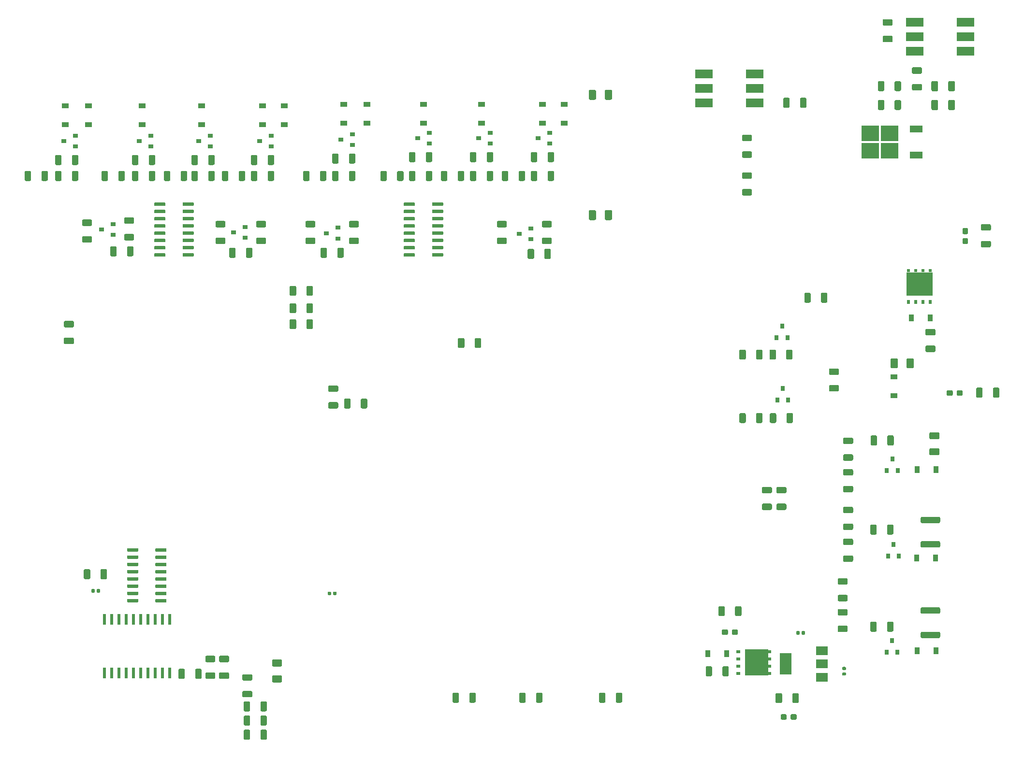
<source format=gtp>
G04 #@! TF.GenerationSoftware,KiCad,Pcbnew,(5.1.0)-1*
G04 #@! TF.CreationDate,2022-05-17T16:18:03+10:00*
G04 #@! TF.ProjectId,mainPCB_v0.92,6d61696e-5043-4425-9f76-302e39322e6b,rev?*
G04 #@! TF.SameCoordinates,Original*
G04 #@! TF.FileFunction,Paste,Top*
G04 #@! TF.FilePolarity,Positive*
%FSLAX46Y46*%
G04 Gerber Fmt 4.6, Leading zero omitted, Abs format (unit mm)*
G04 Created by KiCad (PCBNEW (5.1.0)-1) date 2022-05-17 16:18:03*
%MOMM*%
%LPD*%
G04 APERTURE LIST*
%ADD10R,0.558800X1.981200*%
%ADD11C,0.100000*%
%ADD12C,0.600000*%
%ADD13C,0.560000*%
%ADD14C,1.150000*%
%ADD15R,1.200000X0.900000*%
%ADD16R,0.900000X1.200000*%
%ADD17C,1.250000*%
%ADD18C,1.125000*%
%ADD19R,2.200000X1.200000*%
%ADD20R,3.050000X2.750000*%
%ADD21R,0.900000X0.800000*%
%ADD22R,0.800000X0.900000*%
%ADD23R,3.100000X1.600000*%
%ADD24R,2.000000X3.800000*%
%ADD25R,2.000000X1.500000*%
%ADD26C,0.950000*%
%ADD27R,4.600000X4.120000*%
%ADD28R,0.500000X0.550000*%
%ADD29R,0.500000X0.650000*%
%ADD30R,0.650000X0.500000*%
%ADD31R,0.550000X0.500000*%
%ADD32R,4.120000X4.600000*%
G04 APERTURE END LIST*
D10*
X16764000Y-109740700D03*
X18034000Y-109740700D03*
X19304000Y-109740700D03*
X20574000Y-109740700D03*
X21844000Y-109740700D03*
X23114000Y-109740700D03*
X24384000Y-109740700D03*
X25654000Y-109740700D03*
X26924000Y-109740700D03*
X28194000Y-109740700D03*
X28194000Y-119113300D03*
X26924000Y-119113300D03*
X25654000Y-119113300D03*
X24384000Y-119113300D03*
X23114000Y-119113300D03*
X21844000Y-119113300D03*
X20574000Y-119113300D03*
X19304000Y-119113300D03*
X18034000Y-119113300D03*
X16764000Y-119113300D03*
D11*
G36*
X32270703Y-45547722D02*
G01*
X32285264Y-45549882D01*
X32299543Y-45553459D01*
X32313403Y-45558418D01*
X32326710Y-45564712D01*
X32339336Y-45572280D01*
X32351159Y-45581048D01*
X32362066Y-45590934D01*
X32371952Y-45601841D01*
X32380720Y-45613664D01*
X32388288Y-45626290D01*
X32394582Y-45639597D01*
X32399541Y-45653457D01*
X32403118Y-45667736D01*
X32405278Y-45682297D01*
X32406000Y-45697000D01*
X32406000Y-45997000D01*
X32405278Y-46011703D01*
X32403118Y-46026264D01*
X32399541Y-46040543D01*
X32394582Y-46054403D01*
X32388288Y-46067710D01*
X32380720Y-46080336D01*
X32371952Y-46092159D01*
X32362066Y-46103066D01*
X32351159Y-46112952D01*
X32339336Y-46121720D01*
X32326710Y-46129288D01*
X32313403Y-46135582D01*
X32299543Y-46140541D01*
X32285264Y-46144118D01*
X32270703Y-46146278D01*
X32256000Y-46147000D01*
X30606000Y-46147000D01*
X30591297Y-46146278D01*
X30576736Y-46144118D01*
X30562457Y-46140541D01*
X30548597Y-46135582D01*
X30535290Y-46129288D01*
X30522664Y-46121720D01*
X30510841Y-46112952D01*
X30499934Y-46103066D01*
X30490048Y-46092159D01*
X30481280Y-46080336D01*
X30473712Y-46067710D01*
X30467418Y-46054403D01*
X30462459Y-46040543D01*
X30458882Y-46026264D01*
X30456722Y-46011703D01*
X30456000Y-45997000D01*
X30456000Y-45697000D01*
X30456722Y-45682297D01*
X30458882Y-45667736D01*
X30462459Y-45653457D01*
X30467418Y-45639597D01*
X30473712Y-45626290D01*
X30481280Y-45613664D01*
X30490048Y-45601841D01*
X30499934Y-45590934D01*
X30510841Y-45581048D01*
X30522664Y-45572280D01*
X30535290Y-45564712D01*
X30548597Y-45558418D01*
X30562457Y-45553459D01*
X30576736Y-45549882D01*
X30591297Y-45547722D01*
X30606000Y-45547000D01*
X32256000Y-45547000D01*
X32270703Y-45547722D01*
X32270703Y-45547722D01*
G37*
D12*
X31431000Y-45847000D03*
D11*
G36*
X32270703Y-44277722D02*
G01*
X32285264Y-44279882D01*
X32299543Y-44283459D01*
X32313403Y-44288418D01*
X32326710Y-44294712D01*
X32339336Y-44302280D01*
X32351159Y-44311048D01*
X32362066Y-44320934D01*
X32371952Y-44331841D01*
X32380720Y-44343664D01*
X32388288Y-44356290D01*
X32394582Y-44369597D01*
X32399541Y-44383457D01*
X32403118Y-44397736D01*
X32405278Y-44412297D01*
X32406000Y-44427000D01*
X32406000Y-44727000D01*
X32405278Y-44741703D01*
X32403118Y-44756264D01*
X32399541Y-44770543D01*
X32394582Y-44784403D01*
X32388288Y-44797710D01*
X32380720Y-44810336D01*
X32371952Y-44822159D01*
X32362066Y-44833066D01*
X32351159Y-44842952D01*
X32339336Y-44851720D01*
X32326710Y-44859288D01*
X32313403Y-44865582D01*
X32299543Y-44870541D01*
X32285264Y-44874118D01*
X32270703Y-44876278D01*
X32256000Y-44877000D01*
X30606000Y-44877000D01*
X30591297Y-44876278D01*
X30576736Y-44874118D01*
X30562457Y-44870541D01*
X30548597Y-44865582D01*
X30535290Y-44859288D01*
X30522664Y-44851720D01*
X30510841Y-44842952D01*
X30499934Y-44833066D01*
X30490048Y-44822159D01*
X30481280Y-44810336D01*
X30473712Y-44797710D01*
X30467418Y-44784403D01*
X30462459Y-44770543D01*
X30458882Y-44756264D01*
X30456722Y-44741703D01*
X30456000Y-44727000D01*
X30456000Y-44427000D01*
X30456722Y-44412297D01*
X30458882Y-44397736D01*
X30462459Y-44383457D01*
X30467418Y-44369597D01*
X30473712Y-44356290D01*
X30481280Y-44343664D01*
X30490048Y-44331841D01*
X30499934Y-44320934D01*
X30510841Y-44311048D01*
X30522664Y-44302280D01*
X30535290Y-44294712D01*
X30548597Y-44288418D01*
X30562457Y-44283459D01*
X30576736Y-44279882D01*
X30591297Y-44277722D01*
X30606000Y-44277000D01*
X32256000Y-44277000D01*
X32270703Y-44277722D01*
X32270703Y-44277722D01*
G37*
D12*
X31431000Y-44577000D03*
D11*
G36*
X32270703Y-43007722D02*
G01*
X32285264Y-43009882D01*
X32299543Y-43013459D01*
X32313403Y-43018418D01*
X32326710Y-43024712D01*
X32339336Y-43032280D01*
X32351159Y-43041048D01*
X32362066Y-43050934D01*
X32371952Y-43061841D01*
X32380720Y-43073664D01*
X32388288Y-43086290D01*
X32394582Y-43099597D01*
X32399541Y-43113457D01*
X32403118Y-43127736D01*
X32405278Y-43142297D01*
X32406000Y-43157000D01*
X32406000Y-43457000D01*
X32405278Y-43471703D01*
X32403118Y-43486264D01*
X32399541Y-43500543D01*
X32394582Y-43514403D01*
X32388288Y-43527710D01*
X32380720Y-43540336D01*
X32371952Y-43552159D01*
X32362066Y-43563066D01*
X32351159Y-43572952D01*
X32339336Y-43581720D01*
X32326710Y-43589288D01*
X32313403Y-43595582D01*
X32299543Y-43600541D01*
X32285264Y-43604118D01*
X32270703Y-43606278D01*
X32256000Y-43607000D01*
X30606000Y-43607000D01*
X30591297Y-43606278D01*
X30576736Y-43604118D01*
X30562457Y-43600541D01*
X30548597Y-43595582D01*
X30535290Y-43589288D01*
X30522664Y-43581720D01*
X30510841Y-43572952D01*
X30499934Y-43563066D01*
X30490048Y-43552159D01*
X30481280Y-43540336D01*
X30473712Y-43527710D01*
X30467418Y-43514403D01*
X30462459Y-43500543D01*
X30458882Y-43486264D01*
X30456722Y-43471703D01*
X30456000Y-43457000D01*
X30456000Y-43157000D01*
X30456722Y-43142297D01*
X30458882Y-43127736D01*
X30462459Y-43113457D01*
X30467418Y-43099597D01*
X30473712Y-43086290D01*
X30481280Y-43073664D01*
X30490048Y-43061841D01*
X30499934Y-43050934D01*
X30510841Y-43041048D01*
X30522664Y-43032280D01*
X30535290Y-43024712D01*
X30548597Y-43018418D01*
X30562457Y-43013459D01*
X30576736Y-43009882D01*
X30591297Y-43007722D01*
X30606000Y-43007000D01*
X32256000Y-43007000D01*
X32270703Y-43007722D01*
X32270703Y-43007722D01*
G37*
D12*
X31431000Y-43307000D03*
D11*
G36*
X32270703Y-41737722D02*
G01*
X32285264Y-41739882D01*
X32299543Y-41743459D01*
X32313403Y-41748418D01*
X32326710Y-41754712D01*
X32339336Y-41762280D01*
X32351159Y-41771048D01*
X32362066Y-41780934D01*
X32371952Y-41791841D01*
X32380720Y-41803664D01*
X32388288Y-41816290D01*
X32394582Y-41829597D01*
X32399541Y-41843457D01*
X32403118Y-41857736D01*
X32405278Y-41872297D01*
X32406000Y-41887000D01*
X32406000Y-42187000D01*
X32405278Y-42201703D01*
X32403118Y-42216264D01*
X32399541Y-42230543D01*
X32394582Y-42244403D01*
X32388288Y-42257710D01*
X32380720Y-42270336D01*
X32371952Y-42282159D01*
X32362066Y-42293066D01*
X32351159Y-42302952D01*
X32339336Y-42311720D01*
X32326710Y-42319288D01*
X32313403Y-42325582D01*
X32299543Y-42330541D01*
X32285264Y-42334118D01*
X32270703Y-42336278D01*
X32256000Y-42337000D01*
X30606000Y-42337000D01*
X30591297Y-42336278D01*
X30576736Y-42334118D01*
X30562457Y-42330541D01*
X30548597Y-42325582D01*
X30535290Y-42319288D01*
X30522664Y-42311720D01*
X30510841Y-42302952D01*
X30499934Y-42293066D01*
X30490048Y-42282159D01*
X30481280Y-42270336D01*
X30473712Y-42257710D01*
X30467418Y-42244403D01*
X30462459Y-42230543D01*
X30458882Y-42216264D01*
X30456722Y-42201703D01*
X30456000Y-42187000D01*
X30456000Y-41887000D01*
X30456722Y-41872297D01*
X30458882Y-41857736D01*
X30462459Y-41843457D01*
X30467418Y-41829597D01*
X30473712Y-41816290D01*
X30481280Y-41803664D01*
X30490048Y-41791841D01*
X30499934Y-41780934D01*
X30510841Y-41771048D01*
X30522664Y-41762280D01*
X30535290Y-41754712D01*
X30548597Y-41748418D01*
X30562457Y-41743459D01*
X30576736Y-41739882D01*
X30591297Y-41737722D01*
X30606000Y-41737000D01*
X32256000Y-41737000D01*
X32270703Y-41737722D01*
X32270703Y-41737722D01*
G37*
D12*
X31431000Y-42037000D03*
D11*
G36*
X32270703Y-40467722D02*
G01*
X32285264Y-40469882D01*
X32299543Y-40473459D01*
X32313403Y-40478418D01*
X32326710Y-40484712D01*
X32339336Y-40492280D01*
X32351159Y-40501048D01*
X32362066Y-40510934D01*
X32371952Y-40521841D01*
X32380720Y-40533664D01*
X32388288Y-40546290D01*
X32394582Y-40559597D01*
X32399541Y-40573457D01*
X32403118Y-40587736D01*
X32405278Y-40602297D01*
X32406000Y-40617000D01*
X32406000Y-40917000D01*
X32405278Y-40931703D01*
X32403118Y-40946264D01*
X32399541Y-40960543D01*
X32394582Y-40974403D01*
X32388288Y-40987710D01*
X32380720Y-41000336D01*
X32371952Y-41012159D01*
X32362066Y-41023066D01*
X32351159Y-41032952D01*
X32339336Y-41041720D01*
X32326710Y-41049288D01*
X32313403Y-41055582D01*
X32299543Y-41060541D01*
X32285264Y-41064118D01*
X32270703Y-41066278D01*
X32256000Y-41067000D01*
X30606000Y-41067000D01*
X30591297Y-41066278D01*
X30576736Y-41064118D01*
X30562457Y-41060541D01*
X30548597Y-41055582D01*
X30535290Y-41049288D01*
X30522664Y-41041720D01*
X30510841Y-41032952D01*
X30499934Y-41023066D01*
X30490048Y-41012159D01*
X30481280Y-41000336D01*
X30473712Y-40987710D01*
X30467418Y-40974403D01*
X30462459Y-40960543D01*
X30458882Y-40946264D01*
X30456722Y-40931703D01*
X30456000Y-40917000D01*
X30456000Y-40617000D01*
X30456722Y-40602297D01*
X30458882Y-40587736D01*
X30462459Y-40573457D01*
X30467418Y-40559597D01*
X30473712Y-40546290D01*
X30481280Y-40533664D01*
X30490048Y-40521841D01*
X30499934Y-40510934D01*
X30510841Y-40501048D01*
X30522664Y-40492280D01*
X30535290Y-40484712D01*
X30548597Y-40478418D01*
X30562457Y-40473459D01*
X30576736Y-40469882D01*
X30591297Y-40467722D01*
X30606000Y-40467000D01*
X32256000Y-40467000D01*
X32270703Y-40467722D01*
X32270703Y-40467722D01*
G37*
D12*
X31431000Y-40767000D03*
D11*
G36*
X32270703Y-39197722D02*
G01*
X32285264Y-39199882D01*
X32299543Y-39203459D01*
X32313403Y-39208418D01*
X32326710Y-39214712D01*
X32339336Y-39222280D01*
X32351159Y-39231048D01*
X32362066Y-39240934D01*
X32371952Y-39251841D01*
X32380720Y-39263664D01*
X32388288Y-39276290D01*
X32394582Y-39289597D01*
X32399541Y-39303457D01*
X32403118Y-39317736D01*
X32405278Y-39332297D01*
X32406000Y-39347000D01*
X32406000Y-39647000D01*
X32405278Y-39661703D01*
X32403118Y-39676264D01*
X32399541Y-39690543D01*
X32394582Y-39704403D01*
X32388288Y-39717710D01*
X32380720Y-39730336D01*
X32371952Y-39742159D01*
X32362066Y-39753066D01*
X32351159Y-39762952D01*
X32339336Y-39771720D01*
X32326710Y-39779288D01*
X32313403Y-39785582D01*
X32299543Y-39790541D01*
X32285264Y-39794118D01*
X32270703Y-39796278D01*
X32256000Y-39797000D01*
X30606000Y-39797000D01*
X30591297Y-39796278D01*
X30576736Y-39794118D01*
X30562457Y-39790541D01*
X30548597Y-39785582D01*
X30535290Y-39779288D01*
X30522664Y-39771720D01*
X30510841Y-39762952D01*
X30499934Y-39753066D01*
X30490048Y-39742159D01*
X30481280Y-39730336D01*
X30473712Y-39717710D01*
X30467418Y-39704403D01*
X30462459Y-39690543D01*
X30458882Y-39676264D01*
X30456722Y-39661703D01*
X30456000Y-39647000D01*
X30456000Y-39347000D01*
X30456722Y-39332297D01*
X30458882Y-39317736D01*
X30462459Y-39303457D01*
X30467418Y-39289597D01*
X30473712Y-39276290D01*
X30481280Y-39263664D01*
X30490048Y-39251841D01*
X30499934Y-39240934D01*
X30510841Y-39231048D01*
X30522664Y-39222280D01*
X30535290Y-39214712D01*
X30548597Y-39208418D01*
X30562457Y-39203459D01*
X30576736Y-39199882D01*
X30591297Y-39197722D01*
X30606000Y-39197000D01*
X32256000Y-39197000D01*
X32270703Y-39197722D01*
X32270703Y-39197722D01*
G37*
D12*
X31431000Y-39497000D03*
D11*
G36*
X32270703Y-37927722D02*
G01*
X32285264Y-37929882D01*
X32299543Y-37933459D01*
X32313403Y-37938418D01*
X32326710Y-37944712D01*
X32339336Y-37952280D01*
X32351159Y-37961048D01*
X32362066Y-37970934D01*
X32371952Y-37981841D01*
X32380720Y-37993664D01*
X32388288Y-38006290D01*
X32394582Y-38019597D01*
X32399541Y-38033457D01*
X32403118Y-38047736D01*
X32405278Y-38062297D01*
X32406000Y-38077000D01*
X32406000Y-38377000D01*
X32405278Y-38391703D01*
X32403118Y-38406264D01*
X32399541Y-38420543D01*
X32394582Y-38434403D01*
X32388288Y-38447710D01*
X32380720Y-38460336D01*
X32371952Y-38472159D01*
X32362066Y-38483066D01*
X32351159Y-38492952D01*
X32339336Y-38501720D01*
X32326710Y-38509288D01*
X32313403Y-38515582D01*
X32299543Y-38520541D01*
X32285264Y-38524118D01*
X32270703Y-38526278D01*
X32256000Y-38527000D01*
X30606000Y-38527000D01*
X30591297Y-38526278D01*
X30576736Y-38524118D01*
X30562457Y-38520541D01*
X30548597Y-38515582D01*
X30535290Y-38509288D01*
X30522664Y-38501720D01*
X30510841Y-38492952D01*
X30499934Y-38483066D01*
X30490048Y-38472159D01*
X30481280Y-38460336D01*
X30473712Y-38447710D01*
X30467418Y-38434403D01*
X30462459Y-38420543D01*
X30458882Y-38406264D01*
X30456722Y-38391703D01*
X30456000Y-38377000D01*
X30456000Y-38077000D01*
X30456722Y-38062297D01*
X30458882Y-38047736D01*
X30462459Y-38033457D01*
X30467418Y-38019597D01*
X30473712Y-38006290D01*
X30481280Y-37993664D01*
X30490048Y-37981841D01*
X30499934Y-37970934D01*
X30510841Y-37961048D01*
X30522664Y-37952280D01*
X30535290Y-37944712D01*
X30548597Y-37938418D01*
X30562457Y-37933459D01*
X30576736Y-37929882D01*
X30591297Y-37927722D01*
X30606000Y-37927000D01*
X32256000Y-37927000D01*
X32270703Y-37927722D01*
X32270703Y-37927722D01*
G37*
D12*
X31431000Y-38227000D03*
D11*
G36*
X32270703Y-36657722D02*
G01*
X32285264Y-36659882D01*
X32299543Y-36663459D01*
X32313403Y-36668418D01*
X32326710Y-36674712D01*
X32339336Y-36682280D01*
X32351159Y-36691048D01*
X32362066Y-36700934D01*
X32371952Y-36711841D01*
X32380720Y-36723664D01*
X32388288Y-36736290D01*
X32394582Y-36749597D01*
X32399541Y-36763457D01*
X32403118Y-36777736D01*
X32405278Y-36792297D01*
X32406000Y-36807000D01*
X32406000Y-37107000D01*
X32405278Y-37121703D01*
X32403118Y-37136264D01*
X32399541Y-37150543D01*
X32394582Y-37164403D01*
X32388288Y-37177710D01*
X32380720Y-37190336D01*
X32371952Y-37202159D01*
X32362066Y-37213066D01*
X32351159Y-37222952D01*
X32339336Y-37231720D01*
X32326710Y-37239288D01*
X32313403Y-37245582D01*
X32299543Y-37250541D01*
X32285264Y-37254118D01*
X32270703Y-37256278D01*
X32256000Y-37257000D01*
X30606000Y-37257000D01*
X30591297Y-37256278D01*
X30576736Y-37254118D01*
X30562457Y-37250541D01*
X30548597Y-37245582D01*
X30535290Y-37239288D01*
X30522664Y-37231720D01*
X30510841Y-37222952D01*
X30499934Y-37213066D01*
X30490048Y-37202159D01*
X30481280Y-37190336D01*
X30473712Y-37177710D01*
X30467418Y-37164403D01*
X30462459Y-37150543D01*
X30458882Y-37136264D01*
X30456722Y-37121703D01*
X30456000Y-37107000D01*
X30456000Y-36807000D01*
X30456722Y-36792297D01*
X30458882Y-36777736D01*
X30462459Y-36763457D01*
X30467418Y-36749597D01*
X30473712Y-36736290D01*
X30481280Y-36723664D01*
X30490048Y-36711841D01*
X30499934Y-36700934D01*
X30510841Y-36691048D01*
X30522664Y-36682280D01*
X30535290Y-36674712D01*
X30548597Y-36668418D01*
X30562457Y-36663459D01*
X30576736Y-36659882D01*
X30591297Y-36657722D01*
X30606000Y-36657000D01*
X32256000Y-36657000D01*
X32270703Y-36657722D01*
X32270703Y-36657722D01*
G37*
D12*
X31431000Y-36957000D03*
D11*
G36*
X27320703Y-36657722D02*
G01*
X27335264Y-36659882D01*
X27349543Y-36663459D01*
X27363403Y-36668418D01*
X27376710Y-36674712D01*
X27389336Y-36682280D01*
X27401159Y-36691048D01*
X27412066Y-36700934D01*
X27421952Y-36711841D01*
X27430720Y-36723664D01*
X27438288Y-36736290D01*
X27444582Y-36749597D01*
X27449541Y-36763457D01*
X27453118Y-36777736D01*
X27455278Y-36792297D01*
X27456000Y-36807000D01*
X27456000Y-37107000D01*
X27455278Y-37121703D01*
X27453118Y-37136264D01*
X27449541Y-37150543D01*
X27444582Y-37164403D01*
X27438288Y-37177710D01*
X27430720Y-37190336D01*
X27421952Y-37202159D01*
X27412066Y-37213066D01*
X27401159Y-37222952D01*
X27389336Y-37231720D01*
X27376710Y-37239288D01*
X27363403Y-37245582D01*
X27349543Y-37250541D01*
X27335264Y-37254118D01*
X27320703Y-37256278D01*
X27306000Y-37257000D01*
X25656000Y-37257000D01*
X25641297Y-37256278D01*
X25626736Y-37254118D01*
X25612457Y-37250541D01*
X25598597Y-37245582D01*
X25585290Y-37239288D01*
X25572664Y-37231720D01*
X25560841Y-37222952D01*
X25549934Y-37213066D01*
X25540048Y-37202159D01*
X25531280Y-37190336D01*
X25523712Y-37177710D01*
X25517418Y-37164403D01*
X25512459Y-37150543D01*
X25508882Y-37136264D01*
X25506722Y-37121703D01*
X25506000Y-37107000D01*
X25506000Y-36807000D01*
X25506722Y-36792297D01*
X25508882Y-36777736D01*
X25512459Y-36763457D01*
X25517418Y-36749597D01*
X25523712Y-36736290D01*
X25531280Y-36723664D01*
X25540048Y-36711841D01*
X25549934Y-36700934D01*
X25560841Y-36691048D01*
X25572664Y-36682280D01*
X25585290Y-36674712D01*
X25598597Y-36668418D01*
X25612457Y-36663459D01*
X25626736Y-36659882D01*
X25641297Y-36657722D01*
X25656000Y-36657000D01*
X27306000Y-36657000D01*
X27320703Y-36657722D01*
X27320703Y-36657722D01*
G37*
D12*
X26481000Y-36957000D03*
D11*
G36*
X27320703Y-37927722D02*
G01*
X27335264Y-37929882D01*
X27349543Y-37933459D01*
X27363403Y-37938418D01*
X27376710Y-37944712D01*
X27389336Y-37952280D01*
X27401159Y-37961048D01*
X27412066Y-37970934D01*
X27421952Y-37981841D01*
X27430720Y-37993664D01*
X27438288Y-38006290D01*
X27444582Y-38019597D01*
X27449541Y-38033457D01*
X27453118Y-38047736D01*
X27455278Y-38062297D01*
X27456000Y-38077000D01*
X27456000Y-38377000D01*
X27455278Y-38391703D01*
X27453118Y-38406264D01*
X27449541Y-38420543D01*
X27444582Y-38434403D01*
X27438288Y-38447710D01*
X27430720Y-38460336D01*
X27421952Y-38472159D01*
X27412066Y-38483066D01*
X27401159Y-38492952D01*
X27389336Y-38501720D01*
X27376710Y-38509288D01*
X27363403Y-38515582D01*
X27349543Y-38520541D01*
X27335264Y-38524118D01*
X27320703Y-38526278D01*
X27306000Y-38527000D01*
X25656000Y-38527000D01*
X25641297Y-38526278D01*
X25626736Y-38524118D01*
X25612457Y-38520541D01*
X25598597Y-38515582D01*
X25585290Y-38509288D01*
X25572664Y-38501720D01*
X25560841Y-38492952D01*
X25549934Y-38483066D01*
X25540048Y-38472159D01*
X25531280Y-38460336D01*
X25523712Y-38447710D01*
X25517418Y-38434403D01*
X25512459Y-38420543D01*
X25508882Y-38406264D01*
X25506722Y-38391703D01*
X25506000Y-38377000D01*
X25506000Y-38077000D01*
X25506722Y-38062297D01*
X25508882Y-38047736D01*
X25512459Y-38033457D01*
X25517418Y-38019597D01*
X25523712Y-38006290D01*
X25531280Y-37993664D01*
X25540048Y-37981841D01*
X25549934Y-37970934D01*
X25560841Y-37961048D01*
X25572664Y-37952280D01*
X25585290Y-37944712D01*
X25598597Y-37938418D01*
X25612457Y-37933459D01*
X25626736Y-37929882D01*
X25641297Y-37927722D01*
X25656000Y-37927000D01*
X27306000Y-37927000D01*
X27320703Y-37927722D01*
X27320703Y-37927722D01*
G37*
D12*
X26481000Y-38227000D03*
D11*
G36*
X27320703Y-39197722D02*
G01*
X27335264Y-39199882D01*
X27349543Y-39203459D01*
X27363403Y-39208418D01*
X27376710Y-39214712D01*
X27389336Y-39222280D01*
X27401159Y-39231048D01*
X27412066Y-39240934D01*
X27421952Y-39251841D01*
X27430720Y-39263664D01*
X27438288Y-39276290D01*
X27444582Y-39289597D01*
X27449541Y-39303457D01*
X27453118Y-39317736D01*
X27455278Y-39332297D01*
X27456000Y-39347000D01*
X27456000Y-39647000D01*
X27455278Y-39661703D01*
X27453118Y-39676264D01*
X27449541Y-39690543D01*
X27444582Y-39704403D01*
X27438288Y-39717710D01*
X27430720Y-39730336D01*
X27421952Y-39742159D01*
X27412066Y-39753066D01*
X27401159Y-39762952D01*
X27389336Y-39771720D01*
X27376710Y-39779288D01*
X27363403Y-39785582D01*
X27349543Y-39790541D01*
X27335264Y-39794118D01*
X27320703Y-39796278D01*
X27306000Y-39797000D01*
X25656000Y-39797000D01*
X25641297Y-39796278D01*
X25626736Y-39794118D01*
X25612457Y-39790541D01*
X25598597Y-39785582D01*
X25585290Y-39779288D01*
X25572664Y-39771720D01*
X25560841Y-39762952D01*
X25549934Y-39753066D01*
X25540048Y-39742159D01*
X25531280Y-39730336D01*
X25523712Y-39717710D01*
X25517418Y-39704403D01*
X25512459Y-39690543D01*
X25508882Y-39676264D01*
X25506722Y-39661703D01*
X25506000Y-39647000D01*
X25506000Y-39347000D01*
X25506722Y-39332297D01*
X25508882Y-39317736D01*
X25512459Y-39303457D01*
X25517418Y-39289597D01*
X25523712Y-39276290D01*
X25531280Y-39263664D01*
X25540048Y-39251841D01*
X25549934Y-39240934D01*
X25560841Y-39231048D01*
X25572664Y-39222280D01*
X25585290Y-39214712D01*
X25598597Y-39208418D01*
X25612457Y-39203459D01*
X25626736Y-39199882D01*
X25641297Y-39197722D01*
X25656000Y-39197000D01*
X27306000Y-39197000D01*
X27320703Y-39197722D01*
X27320703Y-39197722D01*
G37*
D12*
X26481000Y-39497000D03*
D11*
G36*
X27320703Y-40467722D02*
G01*
X27335264Y-40469882D01*
X27349543Y-40473459D01*
X27363403Y-40478418D01*
X27376710Y-40484712D01*
X27389336Y-40492280D01*
X27401159Y-40501048D01*
X27412066Y-40510934D01*
X27421952Y-40521841D01*
X27430720Y-40533664D01*
X27438288Y-40546290D01*
X27444582Y-40559597D01*
X27449541Y-40573457D01*
X27453118Y-40587736D01*
X27455278Y-40602297D01*
X27456000Y-40617000D01*
X27456000Y-40917000D01*
X27455278Y-40931703D01*
X27453118Y-40946264D01*
X27449541Y-40960543D01*
X27444582Y-40974403D01*
X27438288Y-40987710D01*
X27430720Y-41000336D01*
X27421952Y-41012159D01*
X27412066Y-41023066D01*
X27401159Y-41032952D01*
X27389336Y-41041720D01*
X27376710Y-41049288D01*
X27363403Y-41055582D01*
X27349543Y-41060541D01*
X27335264Y-41064118D01*
X27320703Y-41066278D01*
X27306000Y-41067000D01*
X25656000Y-41067000D01*
X25641297Y-41066278D01*
X25626736Y-41064118D01*
X25612457Y-41060541D01*
X25598597Y-41055582D01*
X25585290Y-41049288D01*
X25572664Y-41041720D01*
X25560841Y-41032952D01*
X25549934Y-41023066D01*
X25540048Y-41012159D01*
X25531280Y-41000336D01*
X25523712Y-40987710D01*
X25517418Y-40974403D01*
X25512459Y-40960543D01*
X25508882Y-40946264D01*
X25506722Y-40931703D01*
X25506000Y-40917000D01*
X25506000Y-40617000D01*
X25506722Y-40602297D01*
X25508882Y-40587736D01*
X25512459Y-40573457D01*
X25517418Y-40559597D01*
X25523712Y-40546290D01*
X25531280Y-40533664D01*
X25540048Y-40521841D01*
X25549934Y-40510934D01*
X25560841Y-40501048D01*
X25572664Y-40492280D01*
X25585290Y-40484712D01*
X25598597Y-40478418D01*
X25612457Y-40473459D01*
X25626736Y-40469882D01*
X25641297Y-40467722D01*
X25656000Y-40467000D01*
X27306000Y-40467000D01*
X27320703Y-40467722D01*
X27320703Y-40467722D01*
G37*
D12*
X26481000Y-40767000D03*
D11*
G36*
X27320703Y-41737722D02*
G01*
X27335264Y-41739882D01*
X27349543Y-41743459D01*
X27363403Y-41748418D01*
X27376710Y-41754712D01*
X27389336Y-41762280D01*
X27401159Y-41771048D01*
X27412066Y-41780934D01*
X27421952Y-41791841D01*
X27430720Y-41803664D01*
X27438288Y-41816290D01*
X27444582Y-41829597D01*
X27449541Y-41843457D01*
X27453118Y-41857736D01*
X27455278Y-41872297D01*
X27456000Y-41887000D01*
X27456000Y-42187000D01*
X27455278Y-42201703D01*
X27453118Y-42216264D01*
X27449541Y-42230543D01*
X27444582Y-42244403D01*
X27438288Y-42257710D01*
X27430720Y-42270336D01*
X27421952Y-42282159D01*
X27412066Y-42293066D01*
X27401159Y-42302952D01*
X27389336Y-42311720D01*
X27376710Y-42319288D01*
X27363403Y-42325582D01*
X27349543Y-42330541D01*
X27335264Y-42334118D01*
X27320703Y-42336278D01*
X27306000Y-42337000D01*
X25656000Y-42337000D01*
X25641297Y-42336278D01*
X25626736Y-42334118D01*
X25612457Y-42330541D01*
X25598597Y-42325582D01*
X25585290Y-42319288D01*
X25572664Y-42311720D01*
X25560841Y-42302952D01*
X25549934Y-42293066D01*
X25540048Y-42282159D01*
X25531280Y-42270336D01*
X25523712Y-42257710D01*
X25517418Y-42244403D01*
X25512459Y-42230543D01*
X25508882Y-42216264D01*
X25506722Y-42201703D01*
X25506000Y-42187000D01*
X25506000Y-41887000D01*
X25506722Y-41872297D01*
X25508882Y-41857736D01*
X25512459Y-41843457D01*
X25517418Y-41829597D01*
X25523712Y-41816290D01*
X25531280Y-41803664D01*
X25540048Y-41791841D01*
X25549934Y-41780934D01*
X25560841Y-41771048D01*
X25572664Y-41762280D01*
X25585290Y-41754712D01*
X25598597Y-41748418D01*
X25612457Y-41743459D01*
X25626736Y-41739882D01*
X25641297Y-41737722D01*
X25656000Y-41737000D01*
X27306000Y-41737000D01*
X27320703Y-41737722D01*
X27320703Y-41737722D01*
G37*
D12*
X26481000Y-42037000D03*
D11*
G36*
X27320703Y-43007722D02*
G01*
X27335264Y-43009882D01*
X27349543Y-43013459D01*
X27363403Y-43018418D01*
X27376710Y-43024712D01*
X27389336Y-43032280D01*
X27401159Y-43041048D01*
X27412066Y-43050934D01*
X27421952Y-43061841D01*
X27430720Y-43073664D01*
X27438288Y-43086290D01*
X27444582Y-43099597D01*
X27449541Y-43113457D01*
X27453118Y-43127736D01*
X27455278Y-43142297D01*
X27456000Y-43157000D01*
X27456000Y-43457000D01*
X27455278Y-43471703D01*
X27453118Y-43486264D01*
X27449541Y-43500543D01*
X27444582Y-43514403D01*
X27438288Y-43527710D01*
X27430720Y-43540336D01*
X27421952Y-43552159D01*
X27412066Y-43563066D01*
X27401159Y-43572952D01*
X27389336Y-43581720D01*
X27376710Y-43589288D01*
X27363403Y-43595582D01*
X27349543Y-43600541D01*
X27335264Y-43604118D01*
X27320703Y-43606278D01*
X27306000Y-43607000D01*
X25656000Y-43607000D01*
X25641297Y-43606278D01*
X25626736Y-43604118D01*
X25612457Y-43600541D01*
X25598597Y-43595582D01*
X25585290Y-43589288D01*
X25572664Y-43581720D01*
X25560841Y-43572952D01*
X25549934Y-43563066D01*
X25540048Y-43552159D01*
X25531280Y-43540336D01*
X25523712Y-43527710D01*
X25517418Y-43514403D01*
X25512459Y-43500543D01*
X25508882Y-43486264D01*
X25506722Y-43471703D01*
X25506000Y-43457000D01*
X25506000Y-43157000D01*
X25506722Y-43142297D01*
X25508882Y-43127736D01*
X25512459Y-43113457D01*
X25517418Y-43099597D01*
X25523712Y-43086290D01*
X25531280Y-43073664D01*
X25540048Y-43061841D01*
X25549934Y-43050934D01*
X25560841Y-43041048D01*
X25572664Y-43032280D01*
X25585290Y-43024712D01*
X25598597Y-43018418D01*
X25612457Y-43013459D01*
X25626736Y-43009882D01*
X25641297Y-43007722D01*
X25656000Y-43007000D01*
X27306000Y-43007000D01*
X27320703Y-43007722D01*
X27320703Y-43007722D01*
G37*
D12*
X26481000Y-43307000D03*
D11*
G36*
X27320703Y-44277722D02*
G01*
X27335264Y-44279882D01*
X27349543Y-44283459D01*
X27363403Y-44288418D01*
X27376710Y-44294712D01*
X27389336Y-44302280D01*
X27401159Y-44311048D01*
X27412066Y-44320934D01*
X27421952Y-44331841D01*
X27430720Y-44343664D01*
X27438288Y-44356290D01*
X27444582Y-44369597D01*
X27449541Y-44383457D01*
X27453118Y-44397736D01*
X27455278Y-44412297D01*
X27456000Y-44427000D01*
X27456000Y-44727000D01*
X27455278Y-44741703D01*
X27453118Y-44756264D01*
X27449541Y-44770543D01*
X27444582Y-44784403D01*
X27438288Y-44797710D01*
X27430720Y-44810336D01*
X27421952Y-44822159D01*
X27412066Y-44833066D01*
X27401159Y-44842952D01*
X27389336Y-44851720D01*
X27376710Y-44859288D01*
X27363403Y-44865582D01*
X27349543Y-44870541D01*
X27335264Y-44874118D01*
X27320703Y-44876278D01*
X27306000Y-44877000D01*
X25656000Y-44877000D01*
X25641297Y-44876278D01*
X25626736Y-44874118D01*
X25612457Y-44870541D01*
X25598597Y-44865582D01*
X25585290Y-44859288D01*
X25572664Y-44851720D01*
X25560841Y-44842952D01*
X25549934Y-44833066D01*
X25540048Y-44822159D01*
X25531280Y-44810336D01*
X25523712Y-44797710D01*
X25517418Y-44784403D01*
X25512459Y-44770543D01*
X25508882Y-44756264D01*
X25506722Y-44741703D01*
X25506000Y-44727000D01*
X25506000Y-44427000D01*
X25506722Y-44412297D01*
X25508882Y-44397736D01*
X25512459Y-44383457D01*
X25517418Y-44369597D01*
X25523712Y-44356290D01*
X25531280Y-44343664D01*
X25540048Y-44331841D01*
X25549934Y-44320934D01*
X25560841Y-44311048D01*
X25572664Y-44302280D01*
X25585290Y-44294712D01*
X25598597Y-44288418D01*
X25612457Y-44283459D01*
X25626736Y-44279882D01*
X25641297Y-44277722D01*
X25656000Y-44277000D01*
X27306000Y-44277000D01*
X27320703Y-44277722D01*
X27320703Y-44277722D01*
G37*
D12*
X26481000Y-44577000D03*
D11*
G36*
X27320703Y-45547722D02*
G01*
X27335264Y-45549882D01*
X27349543Y-45553459D01*
X27363403Y-45558418D01*
X27376710Y-45564712D01*
X27389336Y-45572280D01*
X27401159Y-45581048D01*
X27412066Y-45590934D01*
X27421952Y-45601841D01*
X27430720Y-45613664D01*
X27438288Y-45626290D01*
X27444582Y-45639597D01*
X27449541Y-45653457D01*
X27453118Y-45667736D01*
X27455278Y-45682297D01*
X27456000Y-45697000D01*
X27456000Y-45997000D01*
X27455278Y-46011703D01*
X27453118Y-46026264D01*
X27449541Y-46040543D01*
X27444582Y-46054403D01*
X27438288Y-46067710D01*
X27430720Y-46080336D01*
X27421952Y-46092159D01*
X27412066Y-46103066D01*
X27401159Y-46112952D01*
X27389336Y-46121720D01*
X27376710Y-46129288D01*
X27363403Y-46135582D01*
X27349543Y-46140541D01*
X27335264Y-46144118D01*
X27320703Y-46146278D01*
X27306000Y-46147000D01*
X25656000Y-46147000D01*
X25641297Y-46146278D01*
X25626736Y-46144118D01*
X25612457Y-46140541D01*
X25598597Y-46135582D01*
X25585290Y-46129288D01*
X25572664Y-46121720D01*
X25560841Y-46112952D01*
X25549934Y-46103066D01*
X25540048Y-46092159D01*
X25531280Y-46080336D01*
X25523712Y-46067710D01*
X25517418Y-46054403D01*
X25512459Y-46040543D01*
X25508882Y-46026264D01*
X25506722Y-46011703D01*
X25506000Y-45997000D01*
X25506000Y-45697000D01*
X25506722Y-45682297D01*
X25508882Y-45667736D01*
X25512459Y-45653457D01*
X25517418Y-45639597D01*
X25523712Y-45626290D01*
X25531280Y-45613664D01*
X25540048Y-45601841D01*
X25549934Y-45590934D01*
X25560841Y-45581048D01*
X25572664Y-45572280D01*
X25585290Y-45564712D01*
X25598597Y-45558418D01*
X25612457Y-45553459D01*
X25626736Y-45549882D01*
X25641297Y-45547722D01*
X25656000Y-45547000D01*
X27306000Y-45547000D01*
X27320703Y-45547722D01*
X27320703Y-45547722D01*
G37*
D12*
X26481000Y-45847000D03*
D11*
G36*
X56315722Y-104846674D02*
G01*
X56329313Y-104848690D01*
X56342640Y-104852028D01*
X56355576Y-104856657D01*
X56367996Y-104862531D01*
X56379780Y-104869594D01*
X56390815Y-104877779D01*
X56400995Y-104887005D01*
X56410221Y-104897185D01*
X56418406Y-104908220D01*
X56425469Y-104920004D01*
X56431343Y-104932424D01*
X56435972Y-104945360D01*
X56439310Y-104958687D01*
X56441326Y-104972278D01*
X56442000Y-104986000D01*
X56442000Y-105326000D01*
X56441326Y-105339722D01*
X56439310Y-105353313D01*
X56435972Y-105366640D01*
X56431343Y-105379576D01*
X56425469Y-105391996D01*
X56418406Y-105403780D01*
X56410221Y-105414815D01*
X56400995Y-105424995D01*
X56390815Y-105434221D01*
X56379780Y-105442406D01*
X56367996Y-105449469D01*
X56355576Y-105455343D01*
X56342640Y-105459972D01*
X56329313Y-105463310D01*
X56315722Y-105465326D01*
X56302000Y-105466000D01*
X56022000Y-105466000D01*
X56008278Y-105465326D01*
X55994687Y-105463310D01*
X55981360Y-105459972D01*
X55968424Y-105455343D01*
X55956004Y-105449469D01*
X55944220Y-105442406D01*
X55933185Y-105434221D01*
X55923005Y-105424995D01*
X55913779Y-105414815D01*
X55905594Y-105403780D01*
X55898531Y-105391996D01*
X55892657Y-105379576D01*
X55888028Y-105366640D01*
X55884690Y-105353313D01*
X55882674Y-105339722D01*
X55882000Y-105326000D01*
X55882000Y-104986000D01*
X55882674Y-104972278D01*
X55884690Y-104958687D01*
X55888028Y-104945360D01*
X55892657Y-104932424D01*
X55898531Y-104920004D01*
X55905594Y-104908220D01*
X55913779Y-104897185D01*
X55923005Y-104887005D01*
X55933185Y-104877779D01*
X55944220Y-104869594D01*
X55956004Y-104862531D01*
X55968424Y-104856657D01*
X55981360Y-104852028D01*
X55994687Y-104848690D01*
X56008278Y-104846674D01*
X56022000Y-104846000D01*
X56302000Y-104846000D01*
X56315722Y-104846674D01*
X56315722Y-104846674D01*
G37*
D13*
X56162000Y-105156000D03*
D11*
G36*
X57275722Y-104846674D02*
G01*
X57289313Y-104848690D01*
X57302640Y-104852028D01*
X57315576Y-104856657D01*
X57327996Y-104862531D01*
X57339780Y-104869594D01*
X57350815Y-104877779D01*
X57360995Y-104887005D01*
X57370221Y-104897185D01*
X57378406Y-104908220D01*
X57385469Y-104920004D01*
X57391343Y-104932424D01*
X57395972Y-104945360D01*
X57399310Y-104958687D01*
X57401326Y-104972278D01*
X57402000Y-104986000D01*
X57402000Y-105326000D01*
X57401326Y-105339722D01*
X57399310Y-105353313D01*
X57395972Y-105366640D01*
X57391343Y-105379576D01*
X57385469Y-105391996D01*
X57378406Y-105403780D01*
X57370221Y-105414815D01*
X57360995Y-105424995D01*
X57350815Y-105434221D01*
X57339780Y-105442406D01*
X57327996Y-105449469D01*
X57315576Y-105455343D01*
X57302640Y-105459972D01*
X57289313Y-105463310D01*
X57275722Y-105465326D01*
X57262000Y-105466000D01*
X56982000Y-105466000D01*
X56968278Y-105465326D01*
X56954687Y-105463310D01*
X56941360Y-105459972D01*
X56928424Y-105455343D01*
X56916004Y-105449469D01*
X56904220Y-105442406D01*
X56893185Y-105434221D01*
X56883005Y-105424995D01*
X56873779Y-105414815D01*
X56865594Y-105403780D01*
X56858531Y-105391996D01*
X56852657Y-105379576D01*
X56848028Y-105366640D01*
X56844690Y-105353313D01*
X56842674Y-105339722D01*
X56842000Y-105326000D01*
X56842000Y-104986000D01*
X56842674Y-104972278D01*
X56844690Y-104958687D01*
X56848028Y-104945360D01*
X56852657Y-104932424D01*
X56858531Y-104920004D01*
X56865594Y-104908220D01*
X56873779Y-104897185D01*
X56883005Y-104887005D01*
X56893185Y-104877779D01*
X56904220Y-104869594D01*
X56916004Y-104862531D01*
X56928424Y-104856657D01*
X56941360Y-104852028D01*
X56954687Y-104848690D01*
X56968278Y-104846674D01*
X56982000Y-104846000D01*
X57262000Y-104846000D01*
X57275722Y-104846674D01*
X57275722Y-104846674D01*
G37*
D13*
X57122000Y-105156000D03*
D11*
G36*
X162514005Y-15357204D02*
G01*
X162538273Y-15360804D01*
X162562072Y-15366765D01*
X162585171Y-15375030D01*
X162607350Y-15385520D01*
X162628393Y-15398132D01*
X162648099Y-15412747D01*
X162666277Y-15429223D01*
X162682753Y-15447401D01*
X162697368Y-15467107D01*
X162709980Y-15488150D01*
X162720470Y-15510329D01*
X162728735Y-15533428D01*
X162734696Y-15557227D01*
X162738296Y-15581495D01*
X162739500Y-15605999D01*
X162739500Y-16906001D01*
X162738296Y-16930505D01*
X162734696Y-16954773D01*
X162728735Y-16978572D01*
X162720470Y-17001671D01*
X162709980Y-17023850D01*
X162697368Y-17044893D01*
X162682753Y-17064599D01*
X162666277Y-17082777D01*
X162648099Y-17099253D01*
X162628393Y-17113868D01*
X162607350Y-17126480D01*
X162585171Y-17136970D01*
X162562072Y-17145235D01*
X162538273Y-17151196D01*
X162514005Y-17154796D01*
X162489501Y-17156000D01*
X161839499Y-17156000D01*
X161814995Y-17154796D01*
X161790727Y-17151196D01*
X161766928Y-17145235D01*
X161743829Y-17136970D01*
X161721650Y-17126480D01*
X161700607Y-17113868D01*
X161680901Y-17099253D01*
X161662723Y-17082777D01*
X161646247Y-17064599D01*
X161631632Y-17044893D01*
X161619020Y-17023850D01*
X161608530Y-17001671D01*
X161600265Y-16978572D01*
X161594304Y-16954773D01*
X161590704Y-16930505D01*
X161589500Y-16906001D01*
X161589500Y-15605999D01*
X161590704Y-15581495D01*
X161594304Y-15557227D01*
X161600265Y-15533428D01*
X161608530Y-15510329D01*
X161619020Y-15488150D01*
X161631632Y-15467107D01*
X161646247Y-15447401D01*
X161662723Y-15429223D01*
X161680901Y-15412747D01*
X161700607Y-15398132D01*
X161721650Y-15385520D01*
X161743829Y-15375030D01*
X161766928Y-15366765D01*
X161790727Y-15360804D01*
X161814995Y-15357204D01*
X161839499Y-15356000D01*
X162489501Y-15356000D01*
X162514005Y-15357204D01*
X162514005Y-15357204D01*
G37*
D14*
X162164500Y-16256000D03*
D11*
G36*
X165464005Y-15357204D02*
G01*
X165488273Y-15360804D01*
X165512072Y-15366765D01*
X165535171Y-15375030D01*
X165557350Y-15385520D01*
X165578393Y-15398132D01*
X165598099Y-15412747D01*
X165616277Y-15429223D01*
X165632753Y-15447401D01*
X165647368Y-15467107D01*
X165659980Y-15488150D01*
X165670470Y-15510329D01*
X165678735Y-15533428D01*
X165684696Y-15557227D01*
X165688296Y-15581495D01*
X165689500Y-15605999D01*
X165689500Y-16906001D01*
X165688296Y-16930505D01*
X165684696Y-16954773D01*
X165678735Y-16978572D01*
X165670470Y-17001671D01*
X165659980Y-17023850D01*
X165647368Y-17044893D01*
X165632753Y-17064599D01*
X165616277Y-17082777D01*
X165598099Y-17099253D01*
X165578393Y-17113868D01*
X165557350Y-17126480D01*
X165535171Y-17136970D01*
X165512072Y-17145235D01*
X165488273Y-17151196D01*
X165464005Y-17154796D01*
X165439501Y-17156000D01*
X164789499Y-17156000D01*
X164764995Y-17154796D01*
X164740727Y-17151196D01*
X164716928Y-17145235D01*
X164693829Y-17136970D01*
X164671650Y-17126480D01*
X164650607Y-17113868D01*
X164630901Y-17099253D01*
X164612723Y-17082777D01*
X164596247Y-17064599D01*
X164581632Y-17044893D01*
X164569020Y-17023850D01*
X164558530Y-17001671D01*
X164550265Y-16978572D01*
X164544304Y-16954773D01*
X164540704Y-16930505D01*
X164539500Y-16906001D01*
X164539500Y-15605999D01*
X164540704Y-15581495D01*
X164544304Y-15557227D01*
X164550265Y-15533428D01*
X164558530Y-15510329D01*
X164569020Y-15488150D01*
X164581632Y-15467107D01*
X164596247Y-15447401D01*
X164612723Y-15429223D01*
X164630901Y-15412747D01*
X164650607Y-15398132D01*
X164671650Y-15385520D01*
X164693829Y-15375030D01*
X164716928Y-15366765D01*
X164740727Y-15360804D01*
X164764995Y-15357204D01*
X164789499Y-15356000D01*
X165439501Y-15356000D01*
X165464005Y-15357204D01*
X165464005Y-15357204D01*
G37*
D14*
X165114500Y-16256000D03*
D11*
G36*
X165464005Y-18659204D02*
G01*
X165488273Y-18662804D01*
X165512072Y-18668765D01*
X165535171Y-18677030D01*
X165557350Y-18687520D01*
X165578393Y-18700132D01*
X165598099Y-18714747D01*
X165616277Y-18731223D01*
X165632753Y-18749401D01*
X165647368Y-18769107D01*
X165659980Y-18790150D01*
X165670470Y-18812329D01*
X165678735Y-18835428D01*
X165684696Y-18859227D01*
X165688296Y-18883495D01*
X165689500Y-18907999D01*
X165689500Y-20208001D01*
X165688296Y-20232505D01*
X165684696Y-20256773D01*
X165678735Y-20280572D01*
X165670470Y-20303671D01*
X165659980Y-20325850D01*
X165647368Y-20346893D01*
X165632753Y-20366599D01*
X165616277Y-20384777D01*
X165598099Y-20401253D01*
X165578393Y-20415868D01*
X165557350Y-20428480D01*
X165535171Y-20438970D01*
X165512072Y-20447235D01*
X165488273Y-20453196D01*
X165464005Y-20456796D01*
X165439501Y-20458000D01*
X164789499Y-20458000D01*
X164764995Y-20456796D01*
X164740727Y-20453196D01*
X164716928Y-20447235D01*
X164693829Y-20438970D01*
X164671650Y-20428480D01*
X164650607Y-20415868D01*
X164630901Y-20401253D01*
X164612723Y-20384777D01*
X164596247Y-20366599D01*
X164581632Y-20346893D01*
X164569020Y-20325850D01*
X164558530Y-20303671D01*
X164550265Y-20280572D01*
X164544304Y-20256773D01*
X164540704Y-20232505D01*
X164539500Y-20208001D01*
X164539500Y-18907999D01*
X164540704Y-18883495D01*
X164544304Y-18859227D01*
X164550265Y-18835428D01*
X164558530Y-18812329D01*
X164569020Y-18790150D01*
X164581632Y-18769107D01*
X164596247Y-18749401D01*
X164612723Y-18731223D01*
X164630901Y-18714747D01*
X164650607Y-18700132D01*
X164671650Y-18687520D01*
X164693829Y-18677030D01*
X164716928Y-18668765D01*
X164740727Y-18662804D01*
X164764995Y-18659204D01*
X164789499Y-18658000D01*
X165439501Y-18658000D01*
X165464005Y-18659204D01*
X165464005Y-18659204D01*
G37*
D14*
X165114500Y-19558000D03*
D11*
G36*
X162514005Y-18659204D02*
G01*
X162538273Y-18662804D01*
X162562072Y-18668765D01*
X162585171Y-18677030D01*
X162607350Y-18687520D01*
X162628393Y-18700132D01*
X162648099Y-18714747D01*
X162666277Y-18731223D01*
X162682753Y-18749401D01*
X162697368Y-18769107D01*
X162709980Y-18790150D01*
X162720470Y-18812329D01*
X162728735Y-18835428D01*
X162734696Y-18859227D01*
X162738296Y-18883495D01*
X162739500Y-18907999D01*
X162739500Y-20208001D01*
X162738296Y-20232505D01*
X162734696Y-20256773D01*
X162728735Y-20280572D01*
X162720470Y-20303671D01*
X162709980Y-20325850D01*
X162697368Y-20346893D01*
X162682753Y-20366599D01*
X162666277Y-20384777D01*
X162648099Y-20401253D01*
X162628393Y-20415868D01*
X162607350Y-20428480D01*
X162585171Y-20438970D01*
X162562072Y-20447235D01*
X162538273Y-20453196D01*
X162514005Y-20456796D01*
X162489501Y-20458000D01*
X161839499Y-20458000D01*
X161814995Y-20456796D01*
X161790727Y-20453196D01*
X161766928Y-20447235D01*
X161743829Y-20438970D01*
X161721650Y-20428480D01*
X161700607Y-20415868D01*
X161680901Y-20401253D01*
X161662723Y-20384777D01*
X161646247Y-20366599D01*
X161631632Y-20346893D01*
X161619020Y-20325850D01*
X161608530Y-20303671D01*
X161600265Y-20280572D01*
X161594304Y-20256773D01*
X161590704Y-20232505D01*
X161589500Y-20208001D01*
X161589500Y-18907999D01*
X161590704Y-18883495D01*
X161594304Y-18859227D01*
X161600265Y-18835428D01*
X161608530Y-18812329D01*
X161619020Y-18790150D01*
X161631632Y-18769107D01*
X161646247Y-18749401D01*
X161662723Y-18731223D01*
X161680901Y-18714747D01*
X161700607Y-18700132D01*
X161721650Y-18687520D01*
X161743829Y-18677030D01*
X161766928Y-18668765D01*
X161790727Y-18662804D01*
X161814995Y-18659204D01*
X161839499Y-18658000D01*
X162489501Y-18658000D01*
X162514005Y-18659204D01*
X162514005Y-18659204D01*
G37*
D14*
X162164500Y-19558000D03*
D15*
X9906000Y-19686000D03*
X9906000Y-22986000D03*
D16*
X159068000Y-83439000D03*
X162368000Y-83439000D03*
X162305000Y-98996500D03*
X159005000Y-98996500D03*
X159068000Y-115252000D03*
X162368000Y-115252000D03*
D15*
X155067000Y-67184000D03*
X155067000Y-70484000D03*
X13970000Y-22986000D03*
X13970000Y-19686000D03*
X23368000Y-19686000D03*
X23368000Y-22986000D03*
X33782000Y-22986000D03*
X33782000Y-19686000D03*
X44450000Y-19686000D03*
X44450000Y-22986000D03*
X48260000Y-22986000D03*
X48260000Y-19686000D03*
X58674000Y-19432000D03*
X58674000Y-22732000D03*
X62738000Y-22732000D03*
X62738000Y-19432000D03*
X72644000Y-19432000D03*
X72644000Y-22732000D03*
X82804000Y-22732000D03*
X82804000Y-19432000D03*
X93472000Y-19432000D03*
X93472000Y-22732000D03*
X97282000Y-22732000D03*
X97282000Y-19432000D03*
D16*
X161416000Y-56896000D03*
X158116000Y-56896000D03*
X125729000Y-115760000D03*
X122429000Y-115760000D03*
D11*
G36*
X47639504Y-119521204D02*
G01*
X47663773Y-119524804D01*
X47687571Y-119530765D01*
X47710671Y-119539030D01*
X47732849Y-119549520D01*
X47753893Y-119562133D01*
X47773598Y-119576747D01*
X47791777Y-119593223D01*
X47808253Y-119611402D01*
X47822867Y-119631107D01*
X47835480Y-119652151D01*
X47845970Y-119674329D01*
X47854235Y-119697429D01*
X47860196Y-119721227D01*
X47863796Y-119745496D01*
X47865000Y-119770000D01*
X47865000Y-120520000D01*
X47863796Y-120544504D01*
X47860196Y-120568773D01*
X47854235Y-120592571D01*
X47845970Y-120615671D01*
X47835480Y-120637849D01*
X47822867Y-120658893D01*
X47808253Y-120678598D01*
X47791777Y-120696777D01*
X47773598Y-120713253D01*
X47753893Y-120727867D01*
X47732849Y-120740480D01*
X47710671Y-120750970D01*
X47687571Y-120759235D01*
X47663773Y-120765196D01*
X47639504Y-120768796D01*
X47615000Y-120770000D01*
X46365000Y-120770000D01*
X46340496Y-120768796D01*
X46316227Y-120765196D01*
X46292429Y-120759235D01*
X46269329Y-120750970D01*
X46247151Y-120740480D01*
X46226107Y-120727867D01*
X46206402Y-120713253D01*
X46188223Y-120696777D01*
X46171747Y-120678598D01*
X46157133Y-120658893D01*
X46144520Y-120637849D01*
X46134030Y-120615671D01*
X46125765Y-120592571D01*
X46119804Y-120568773D01*
X46116204Y-120544504D01*
X46115000Y-120520000D01*
X46115000Y-119770000D01*
X46116204Y-119745496D01*
X46119804Y-119721227D01*
X46125765Y-119697429D01*
X46134030Y-119674329D01*
X46144520Y-119652151D01*
X46157133Y-119631107D01*
X46171747Y-119611402D01*
X46188223Y-119593223D01*
X46206402Y-119576747D01*
X46226107Y-119562133D01*
X46247151Y-119549520D01*
X46269329Y-119539030D01*
X46292429Y-119530765D01*
X46316227Y-119524804D01*
X46340496Y-119521204D01*
X46365000Y-119520000D01*
X47615000Y-119520000D01*
X47639504Y-119521204D01*
X47639504Y-119521204D01*
G37*
D17*
X46990000Y-120145000D03*
D11*
G36*
X47639504Y-116721204D02*
G01*
X47663773Y-116724804D01*
X47687571Y-116730765D01*
X47710671Y-116739030D01*
X47732849Y-116749520D01*
X47753893Y-116762133D01*
X47773598Y-116776747D01*
X47791777Y-116793223D01*
X47808253Y-116811402D01*
X47822867Y-116831107D01*
X47835480Y-116852151D01*
X47845970Y-116874329D01*
X47854235Y-116897429D01*
X47860196Y-116921227D01*
X47863796Y-116945496D01*
X47865000Y-116970000D01*
X47865000Y-117720000D01*
X47863796Y-117744504D01*
X47860196Y-117768773D01*
X47854235Y-117792571D01*
X47845970Y-117815671D01*
X47835480Y-117837849D01*
X47822867Y-117858893D01*
X47808253Y-117878598D01*
X47791777Y-117896777D01*
X47773598Y-117913253D01*
X47753893Y-117927867D01*
X47732849Y-117940480D01*
X47710671Y-117950970D01*
X47687571Y-117959235D01*
X47663773Y-117965196D01*
X47639504Y-117968796D01*
X47615000Y-117970000D01*
X46365000Y-117970000D01*
X46340496Y-117968796D01*
X46316227Y-117965196D01*
X46292429Y-117959235D01*
X46269329Y-117950970D01*
X46247151Y-117940480D01*
X46226107Y-117927867D01*
X46206402Y-117913253D01*
X46188223Y-117896777D01*
X46171747Y-117878598D01*
X46157133Y-117858893D01*
X46144520Y-117837849D01*
X46134030Y-117815671D01*
X46125765Y-117792571D01*
X46119804Y-117768773D01*
X46116204Y-117744504D01*
X46115000Y-117720000D01*
X46115000Y-116970000D01*
X46116204Y-116945496D01*
X46119804Y-116921227D01*
X46125765Y-116897429D01*
X46134030Y-116874329D01*
X46144520Y-116852151D01*
X46157133Y-116831107D01*
X46171747Y-116811402D01*
X46188223Y-116793223D01*
X46206402Y-116776747D01*
X46226107Y-116762133D01*
X46247151Y-116749520D01*
X46269329Y-116739030D01*
X46292429Y-116730765D01*
X46316227Y-116724804D01*
X46340496Y-116721204D01*
X46365000Y-116720000D01*
X47615000Y-116720000D01*
X47639504Y-116721204D01*
X47639504Y-116721204D01*
G37*
D17*
X46990000Y-117345000D03*
D11*
G36*
X162765504Y-76906704D02*
G01*
X162789773Y-76910304D01*
X162813571Y-76916265D01*
X162836671Y-76924530D01*
X162858849Y-76935020D01*
X162879893Y-76947633D01*
X162899598Y-76962247D01*
X162917777Y-76978723D01*
X162934253Y-76996902D01*
X162948867Y-77016607D01*
X162961480Y-77037651D01*
X162971970Y-77059829D01*
X162980235Y-77082929D01*
X162986196Y-77106727D01*
X162989796Y-77130996D01*
X162991000Y-77155500D01*
X162991000Y-77905500D01*
X162989796Y-77930004D01*
X162986196Y-77954273D01*
X162980235Y-77978071D01*
X162971970Y-78001171D01*
X162961480Y-78023349D01*
X162948867Y-78044393D01*
X162934253Y-78064098D01*
X162917777Y-78082277D01*
X162899598Y-78098753D01*
X162879893Y-78113367D01*
X162858849Y-78125980D01*
X162836671Y-78136470D01*
X162813571Y-78144735D01*
X162789773Y-78150696D01*
X162765504Y-78154296D01*
X162741000Y-78155500D01*
X161491000Y-78155500D01*
X161466496Y-78154296D01*
X161442227Y-78150696D01*
X161418429Y-78144735D01*
X161395329Y-78136470D01*
X161373151Y-78125980D01*
X161352107Y-78113367D01*
X161332402Y-78098753D01*
X161314223Y-78082277D01*
X161297747Y-78064098D01*
X161283133Y-78044393D01*
X161270520Y-78023349D01*
X161260030Y-78001171D01*
X161251765Y-77978071D01*
X161245804Y-77954273D01*
X161242204Y-77930004D01*
X161241000Y-77905500D01*
X161241000Y-77155500D01*
X161242204Y-77130996D01*
X161245804Y-77106727D01*
X161251765Y-77082929D01*
X161260030Y-77059829D01*
X161270520Y-77037651D01*
X161283133Y-77016607D01*
X161297747Y-76996902D01*
X161314223Y-76978723D01*
X161332402Y-76962247D01*
X161352107Y-76947633D01*
X161373151Y-76935020D01*
X161395329Y-76924530D01*
X161418429Y-76916265D01*
X161442227Y-76910304D01*
X161466496Y-76906704D01*
X161491000Y-76905500D01*
X162741000Y-76905500D01*
X162765504Y-76906704D01*
X162765504Y-76906704D01*
G37*
D17*
X162116000Y-77530500D03*
D11*
G36*
X162765504Y-79706704D02*
G01*
X162789773Y-79710304D01*
X162813571Y-79716265D01*
X162836671Y-79724530D01*
X162858849Y-79735020D01*
X162879893Y-79747633D01*
X162899598Y-79762247D01*
X162917777Y-79778723D01*
X162934253Y-79796902D01*
X162948867Y-79816607D01*
X162961480Y-79837651D01*
X162971970Y-79859829D01*
X162980235Y-79882929D01*
X162986196Y-79906727D01*
X162989796Y-79930996D01*
X162991000Y-79955500D01*
X162991000Y-80705500D01*
X162989796Y-80730004D01*
X162986196Y-80754273D01*
X162980235Y-80778071D01*
X162971970Y-80801171D01*
X162961480Y-80823349D01*
X162948867Y-80844393D01*
X162934253Y-80864098D01*
X162917777Y-80882277D01*
X162899598Y-80898753D01*
X162879893Y-80913367D01*
X162858849Y-80925980D01*
X162836671Y-80936470D01*
X162813571Y-80944735D01*
X162789773Y-80950696D01*
X162765504Y-80954296D01*
X162741000Y-80955500D01*
X161491000Y-80955500D01*
X161466496Y-80954296D01*
X161442227Y-80950696D01*
X161418429Y-80944735D01*
X161395329Y-80936470D01*
X161373151Y-80925980D01*
X161352107Y-80913367D01*
X161332402Y-80898753D01*
X161314223Y-80882277D01*
X161297747Y-80864098D01*
X161283133Y-80844393D01*
X161270520Y-80823349D01*
X161260030Y-80801171D01*
X161251765Y-80778071D01*
X161245804Y-80754273D01*
X161242204Y-80730004D01*
X161241000Y-80705500D01*
X161241000Y-79955500D01*
X161242204Y-79930996D01*
X161245804Y-79906727D01*
X161251765Y-79882929D01*
X161260030Y-79859829D01*
X161270520Y-79837651D01*
X161283133Y-79816607D01*
X161297747Y-79796902D01*
X161314223Y-79778723D01*
X161332402Y-79762247D01*
X161352107Y-79747633D01*
X161373151Y-79735020D01*
X161395329Y-79724530D01*
X161418429Y-79716265D01*
X161442227Y-79710304D01*
X161466496Y-79706704D01*
X161491000Y-79705500D01*
X162741000Y-79705500D01*
X162765504Y-79706704D01*
X162765504Y-79706704D01*
G37*
D17*
X162116000Y-80330500D03*
D11*
G36*
X162891505Y-96000704D02*
G01*
X162915773Y-96004304D01*
X162939572Y-96010265D01*
X162962671Y-96018530D01*
X162984850Y-96029020D01*
X163005893Y-96041632D01*
X163025599Y-96056247D01*
X163043777Y-96072723D01*
X163060253Y-96090901D01*
X163074868Y-96110607D01*
X163087480Y-96131650D01*
X163097970Y-96153829D01*
X163106235Y-96176928D01*
X163112196Y-96200727D01*
X163115796Y-96224995D01*
X163117000Y-96249499D01*
X163117000Y-96874501D01*
X163115796Y-96899005D01*
X163112196Y-96923273D01*
X163106235Y-96947072D01*
X163097970Y-96970171D01*
X163087480Y-96992350D01*
X163074868Y-97013393D01*
X163060253Y-97033099D01*
X163043777Y-97051277D01*
X163025599Y-97067753D01*
X163005893Y-97082368D01*
X162984850Y-97094980D01*
X162962671Y-97105470D01*
X162939572Y-97113735D01*
X162915773Y-97119696D01*
X162891505Y-97123296D01*
X162867001Y-97124500D01*
X159966999Y-97124500D01*
X159942495Y-97123296D01*
X159918227Y-97119696D01*
X159894428Y-97113735D01*
X159871329Y-97105470D01*
X159849150Y-97094980D01*
X159828107Y-97082368D01*
X159808401Y-97067753D01*
X159790223Y-97051277D01*
X159773747Y-97033099D01*
X159759132Y-97013393D01*
X159746520Y-96992350D01*
X159736030Y-96970171D01*
X159727765Y-96947072D01*
X159721804Y-96923273D01*
X159718204Y-96899005D01*
X159717000Y-96874501D01*
X159717000Y-96249499D01*
X159718204Y-96224995D01*
X159721804Y-96200727D01*
X159727765Y-96176928D01*
X159736030Y-96153829D01*
X159746520Y-96131650D01*
X159759132Y-96110607D01*
X159773747Y-96090901D01*
X159790223Y-96072723D01*
X159808401Y-96056247D01*
X159828107Y-96041632D01*
X159849150Y-96029020D01*
X159871329Y-96018530D01*
X159894428Y-96010265D01*
X159918227Y-96004304D01*
X159942495Y-96000704D01*
X159966999Y-95999500D01*
X162867001Y-95999500D01*
X162891505Y-96000704D01*
X162891505Y-96000704D01*
G37*
D18*
X161417000Y-96562000D03*
D11*
G36*
X162891505Y-91725704D02*
G01*
X162915773Y-91729304D01*
X162939572Y-91735265D01*
X162962671Y-91743530D01*
X162984850Y-91754020D01*
X163005893Y-91766632D01*
X163025599Y-91781247D01*
X163043777Y-91797723D01*
X163060253Y-91815901D01*
X163074868Y-91835607D01*
X163087480Y-91856650D01*
X163097970Y-91878829D01*
X163106235Y-91901928D01*
X163112196Y-91925727D01*
X163115796Y-91949995D01*
X163117000Y-91974499D01*
X163117000Y-92599501D01*
X163115796Y-92624005D01*
X163112196Y-92648273D01*
X163106235Y-92672072D01*
X163097970Y-92695171D01*
X163087480Y-92717350D01*
X163074868Y-92738393D01*
X163060253Y-92758099D01*
X163043777Y-92776277D01*
X163025599Y-92792753D01*
X163005893Y-92807368D01*
X162984850Y-92819980D01*
X162962671Y-92830470D01*
X162939572Y-92838735D01*
X162915773Y-92844696D01*
X162891505Y-92848296D01*
X162867001Y-92849500D01*
X159966999Y-92849500D01*
X159942495Y-92848296D01*
X159918227Y-92844696D01*
X159894428Y-92838735D01*
X159871329Y-92830470D01*
X159849150Y-92819980D01*
X159828107Y-92807368D01*
X159808401Y-92792753D01*
X159790223Y-92776277D01*
X159773747Y-92758099D01*
X159759132Y-92738393D01*
X159746520Y-92717350D01*
X159736030Y-92695171D01*
X159727765Y-92672072D01*
X159721804Y-92648273D01*
X159718204Y-92624005D01*
X159717000Y-92599501D01*
X159717000Y-91974499D01*
X159718204Y-91949995D01*
X159721804Y-91925727D01*
X159727765Y-91901928D01*
X159736030Y-91878829D01*
X159746520Y-91856650D01*
X159759132Y-91835607D01*
X159773747Y-91815901D01*
X159790223Y-91797723D01*
X159808401Y-91781247D01*
X159828107Y-91766632D01*
X159849150Y-91754020D01*
X159871329Y-91743530D01*
X159894428Y-91735265D01*
X159918227Y-91729304D01*
X159942495Y-91725704D01*
X159966999Y-91724500D01*
X162867001Y-91724500D01*
X162891505Y-91725704D01*
X162891505Y-91725704D01*
G37*
D18*
X161417000Y-92287000D03*
D11*
G36*
X105431504Y-37988204D02*
G01*
X105455773Y-37991804D01*
X105479571Y-37997765D01*
X105502671Y-38006030D01*
X105524849Y-38016520D01*
X105545893Y-38029133D01*
X105565598Y-38043747D01*
X105583777Y-38060223D01*
X105600253Y-38078402D01*
X105614867Y-38098107D01*
X105627480Y-38119151D01*
X105637970Y-38141329D01*
X105646235Y-38164429D01*
X105652196Y-38188227D01*
X105655796Y-38212496D01*
X105657000Y-38237000D01*
X105657000Y-39487000D01*
X105655796Y-39511504D01*
X105652196Y-39535773D01*
X105646235Y-39559571D01*
X105637970Y-39582671D01*
X105627480Y-39604849D01*
X105614867Y-39625893D01*
X105600253Y-39645598D01*
X105583777Y-39663777D01*
X105565598Y-39680253D01*
X105545893Y-39694867D01*
X105524849Y-39707480D01*
X105502671Y-39717970D01*
X105479571Y-39726235D01*
X105455773Y-39732196D01*
X105431504Y-39735796D01*
X105407000Y-39737000D01*
X104657000Y-39737000D01*
X104632496Y-39735796D01*
X104608227Y-39732196D01*
X104584429Y-39726235D01*
X104561329Y-39717970D01*
X104539151Y-39707480D01*
X104518107Y-39694867D01*
X104498402Y-39680253D01*
X104480223Y-39663777D01*
X104463747Y-39645598D01*
X104449133Y-39625893D01*
X104436520Y-39604849D01*
X104426030Y-39582671D01*
X104417765Y-39559571D01*
X104411804Y-39535773D01*
X104408204Y-39511504D01*
X104407000Y-39487000D01*
X104407000Y-38237000D01*
X104408204Y-38212496D01*
X104411804Y-38188227D01*
X104417765Y-38164429D01*
X104426030Y-38141329D01*
X104436520Y-38119151D01*
X104449133Y-38098107D01*
X104463747Y-38078402D01*
X104480223Y-38060223D01*
X104498402Y-38043747D01*
X104518107Y-38029133D01*
X104539151Y-38016520D01*
X104561329Y-38006030D01*
X104584429Y-37997765D01*
X104608227Y-37991804D01*
X104632496Y-37988204D01*
X104657000Y-37987000D01*
X105407000Y-37987000D01*
X105431504Y-37988204D01*
X105431504Y-37988204D01*
G37*
D17*
X105032000Y-38862000D03*
D11*
G36*
X102631504Y-37988204D02*
G01*
X102655773Y-37991804D01*
X102679571Y-37997765D01*
X102702671Y-38006030D01*
X102724849Y-38016520D01*
X102745893Y-38029133D01*
X102765598Y-38043747D01*
X102783777Y-38060223D01*
X102800253Y-38078402D01*
X102814867Y-38098107D01*
X102827480Y-38119151D01*
X102837970Y-38141329D01*
X102846235Y-38164429D01*
X102852196Y-38188227D01*
X102855796Y-38212496D01*
X102857000Y-38237000D01*
X102857000Y-39487000D01*
X102855796Y-39511504D01*
X102852196Y-39535773D01*
X102846235Y-39559571D01*
X102837970Y-39582671D01*
X102827480Y-39604849D01*
X102814867Y-39625893D01*
X102800253Y-39645598D01*
X102783777Y-39663777D01*
X102765598Y-39680253D01*
X102745893Y-39694867D01*
X102724849Y-39707480D01*
X102702671Y-39717970D01*
X102679571Y-39726235D01*
X102655773Y-39732196D01*
X102631504Y-39735796D01*
X102607000Y-39737000D01*
X101857000Y-39737000D01*
X101832496Y-39735796D01*
X101808227Y-39732196D01*
X101784429Y-39726235D01*
X101761329Y-39717970D01*
X101739151Y-39707480D01*
X101718107Y-39694867D01*
X101698402Y-39680253D01*
X101680223Y-39663777D01*
X101663747Y-39645598D01*
X101649133Y-39625893D01*
X101636520Y-39604849D01*
X101626030Y-39582671D01*
X101617765Y-39559571D01*
X101611804Y-39535773D01*
X101608204Y-39511504D01*
X101607000Y-39487000D01*
X101607000Y-38237000D01*
X101608204Y-38212496D01*
X101611804Y-38188227D01*
X101617765Y-38164429D01*
X101626030Y-38141329D01*
X101636520Y-38119151D01*
X101649133Y-38098107D01*
X101663747Y-38078402D01*
X101680223Y-38060223D01*
X101698402Y-38043747D01*
X101718107Y-38029133D01*
X101739151Y-38016520D01*
X101761329Y-38006030D01*
X101784429Y-37997765D01*
X101808227Y-37991804D01*
X101832496Y-37988204D01*
X101857000Y-37987000D01*
X102607000Y-37987000D01*
X102631504Y-37988204D01*
X102631504Y-37988204D01*
G37*
D17*
X102232000Y-38862000D03*
D11*
G36*
X102631504Y-16906204D02*
G01*
X102655773Y-16909804D01*
X102679571Y-16915765D01*
X102702671Y-16924030D01*
X102724849Y-16934520D01*
X102745893Y-16947133D01*
X102765598Y-16961747D01*
X102783777Y-16978223D01*
X102800253Y-16996402D01*
X102814867Y-17016107D01*
X102827480Y-17037151D01*
X102837970Y-17059329D01*
X102846235Y-17082429D01*
X102852196Y-17106227D01*
X102855796Y-17130496D01*
X102857000Y-17155000D01*
X102857000Y-18405000D01*
X102855796Y-18429504D01*
X102852196Y-18453773D01*
X102846235Y-18477571D01*
X102837970Y-18500671D01*
X102827480Y-18522849D01*
X102814867Y-18543893D01*
X102800253Y-18563598D01*
X102783777Y-18581777D01*
X102765598Y-18598253D01*
X102745893Y-18612867D01*
X102724849Y-18625480D01*
X102702671Y-18635970D01*
X102679571Y-18644235D01*
X102655773Y-18650196D01*
X102631504Y-18653796D01*
X102607000Y-18655000D01*
X101857000Y-18655000D01*
X101832496Y-18653796D01*
X101808227Y-18650196D01*
X101784429Y-18644235D01*
X101761329Y-18635970D01*
X101739151Y-18625480D01*
X101718107Y-18612867D01*
X101698402Y-18598253D01*
X101680223Y-18581777D01*
X101663747Y-18563598D01*
X101649133Y-18543893D01*
X101636520Y-18522849D01*
X101626030Y-18500671D01*
X101617765Y-18477571D01*
X101611804Y-18453773D01*
X101608204Y-18429504D01*
X101607000Y-18405000D01*
X101607000Y-17155000D01*
X101608204Y-17130496D01*
X101611804Y-17106227D01*
X101617765Y-17082429D01*
X101626030Y-17059329D01*
X101636520Y-17037151D01*
X101649133Y-17016107D01*
X101663747Y-16996402D01*
X101680223Y-16978223D01*
X101698402Y-16961747D01*
X101718107Y-16947133D01*
X101739151Y-16934520D01*
X101761329Y-16924030D01*
X101784429Y-16915765D01*
X101808227Y-16909804D01*
X101832496Y-16906204D01*
X101857000Y-16905000D01*
X102607000Y-16905000D01*
X102631504Y-16906204D01*
X102631504Y-16906204D01*
G37*
D17*
X102232000Y-17780000D03*
D11*
G36*
X105431504Y-16906204D02*
G01*
X105455773Y-16909804D01*
X105479571Y-16915765D01*
X105502671Y-16924030D01*
X105524849Y-16934520D01*
X105545893Y-16947133D01*
X105565598Y-16961747D01*
X105583777Y-16978223D01*
X105600253Y-16996402D01*
X105614867Y-17016107D01*
X105627480Y-17037151D01*
X105637970Y-17059329D01*
X105646235Y-17082429D01*
X105652196Y-17106227D01*
X105655796Y-17130496D01*
X105657000Y-17155000D01*
X105657000Y-18405000D01*
X105655796Y-18429504D01*
X105652196Y-18453773D01*
X105646235Y-18477571D01*
X105637970Y-18500671D01*
X105627480Y-18522849D01*
X105614867Y-18543893D01*
X105600253Y-18563598D01*
X105583777Y-18581777D01*
X105565598Y-18598253D01*
X105545893Y-18612867D01*
X105524849Y-18625480D01*
X105502671Y-18635970D01*
X105479571Y-18644235D01*
X105455773Y-18650196D01*
X105431504Y-18653796D01*
X105407000Y-18655000D01*
X104657000Y-18655000D01*
X104632496Y-18653796D01*
X104608227Y-18650196D01*
X104584429Y-18644235D01*
X104561329Y-18635970D01*
X104539151Y-18625480D01*
X104518107Y-18612867D01*
X104498402Y-18598253D01*
X104480223Y-18581777D01*
X104463747Y-18563598D01*
X104449133Y-18543893D01*
X104436520Y-18522849D01*
X104426030Y-18500671D01*
X104417765Y-18477571D01*
X104411804Y-18453773D01*
X104408204Y-18429504D01*
X104407000Y-18405000D01*
X104407000Y-17155000D01*
X104408204Y-17130496D01*
X104411804Y-17106227D01*
X104417765Y-17082429D01*
X104426030Y-17059329D01*
X104436520Y-17037151D01*
X104449133Y-17016107D01*
X104463747Y-16996402D01*
X104480223Y-16978223D01*
X104498402Y-16961747D01*
X104518107Y-16947133D01*
X104539151Y-16934520D01*
X104561329Y-16924030D01*
X104584429Y-16915765D01*
X104608227Y-16909804D01*
X104632496Y-16906204D01*
X104657000Y-16905000D01*
X105407000Y-16905000D01*
X105431504Y-16906204D01*
X105431504Y-16906204D01*
G37*
D17*
X105032000Y-17780000D03*
D11*
G36*
X162891505Y-111876204D02*
G01*
X162915773Y-111879804D01*
X162939572Y-111885765D01*
X162962671Y-111894030D01*
X162984850Y-111904520D01*
X163005893Y-111917132D01*
X163025599Y-111931747D01*
X163043777Y-111948223D01*
X163060253Y-111966401D01*
X163074868Y-111986107D01*
X163087480Y-112007150D01*
X163097970Y-112029329D01*
X163106235Y-112052428D01*
X163112196Y-112076227D01*
X163115796Y-112100495D01*
X163117000Y-112124999D01*
X163117000Y-112750001D01*
X163115796Y-112774505D01*
X163112196Y-112798773D01*
X163106235Y-112822572D01*
X163097970Y-112845671D01*
X163087480Y-112867850D01*
X163074868Y-112888893D01*
X163060253Y-112908599D01*
X163043777Y-112926777D01*
X163025599Y-112943253D01*
X163005893Y-112957868D01*
X162984850Y-112970480D01*
X162962671Y-112980970D01*
X162939572Y-112989235D01*
X162915773Y-112995196D01*
X162891505Y-112998796D01*
X162867001Y-113000000D01*
X159966999Y-113000000D01*
X159942495Y-112998796D01*
X159918227Y-112995196D01*
X159894428Y-112989235D01*
X159871329Y-112980970D01*
X159849150Y-112970480D01*
X159828107Y-112957868D01*
X159808401Y-112943253D01*
X159790223Y-112926777D01*
X159773747Y-112908599D01*
X159759132Y-112888893D01*
X159746520Y-112867850D01*
X159736030Y-112845671D01*
X159727765Y-112822572D01*
X159721804Y-112798773D01*
X159718204Y-112774505D01*
X159717000Y-112750001D01*
X159717000Y-112124999D01*
X159718204Y-112100495D01*
X159721804Y-112076227D01*
X159727765Y-112052428D01*
X159736030Y-112029329D01*
X159746520Y-112007150D01*
X159759132Y-111986107D01*
X159773747Y-111966401D01*
X159790223Y-111948223D01*
X159808401Y-111931747D01*
X159828107Y-111917132D01*
X159849150Y-111904520D01*
X159871329Y-111894030D01*
X159894428Y-111885765D01*
X159918227Y-111879804D01*
X159942495Y-111876204D01*
X159966999Y-111875000D01*
X162867001Y-111875000D01*
X162891505Y-111876204D01*
X162891505Y-111876204D01*
G37*
D18*
X161417000Y-112437500D03*
D11*
G36*
X162891505Y-107601204D02*
G01*
X162915773Y-107604804D01*
X162939572Y-107610765D01*
X162962671Y-107619030D01*
X162984850Y-107629520D01*
X163005893Y-107642132D01*
X163025599Y-107656747D01*
X163043777Y-107673223D01*
X163060253Y-107691401D01*
X163074868Y-107711107D01*
X163087480Y-107732150D01*
X163097970Y-107754329D01*
X163106235Y-107777428D01*
X163112196Y-107801227D01*
X163115796Y-107825495D01*
X163117000Y-107849999D01*
X163117000Y-108475001D01*
X163115796Y-108499505D01*
X163112196Y-108523773D01*
X163106235Y-108547572D01*
X163097970Y-108570671D01*
X163087480Y-108592850D01*
X163074868Y-108613893D01*
X163060253Y-108633599D01*
X163043777Y-108651777D01*
X163025599Y-108668253D01*
X163005893Y-108682868D01*
X162984850Y-108695480D01*
X162962671Y-108705970D01*
X162939572Y-108714235D01*
X162915773Y-108720196D01*
X162891505Y-108723796D01*
X162867001Y-108725000D01*
X159966999Y-108725000D01*
X159942495Y-108723796D01*
X159918227Y-108720196D01*
X159894428Y-108714235D01*
X159871329Y-108705970D01*
X159849150Y-108695480D01*
X159828107Y-108682868D01*
X159808401Y-108668253D01*
X159790223Y-108651777D01*
X159773747Y-108633599D01*
X159759132Y-108613893D01*
X159746520Y-108592850D01*
X159736030Y-108570671D01*
X159727765Y-108547572D01*
X159721804Y-108523773D01*
X159718204Y-108499505D01*
X159717000Y-108475001D01*
X159717000Y-107849999D01*
X159718204Y-107825495D01*
X159721804Y-107801227D01*
X159727765Y-107777428D01*
X159736030Y-107754329D01*
X159746520Y-107732150D01*
X159759132Y-107711107D01*
X159773747Y-107691401D01*
X159790223Y-107673223D01*
X159808401Y-107656747D01*
X159828107Y-107642132D01*
X159849150Y-107629520D01*
X159871329Y-107619030D01*
X159894428Y-107610765D01*
X159918227Y-107604804D01*
X159942495Y-107601204D01*
X159966999Y-107600000D01*
X162867001Y-107600000D01*
X162891505Y-107601204D01*
X162891505Y-107601204D01*
G37*
D18*
X161417000Y-108162500D03*
D11*
G36*
X155463504Y-63959704D02*
G01*
X155487773Y-63963304D01*
X155511571Y-63969265D01*
X155534671Y-63977530D01*
X155556849Y-63988020D01*
X155577893Y-64000633D01*
X155597598Y-64015247D01*
X155615777Y-64031723D01*
X155632253Y-64049902D01*
X155646867Y-64069607D01*
X155659480Y-64090651D01*
X155669970Y-64112829D01*
X155678235Y-64135929D01*
X155684196Y-64159727D01*
X155687796Y-64183996D01*
X155689000Y-64208500D01*
X155689000Y-65458500D01*
X155687796Y-65483004D01*
X155684196Y-65507273D01*
X155678235Y-65531071D01*
X155669970Y-65554171D01*
X155659480Y-65576349D01*
X155646867Y-65597393D01*
X155632253Y-65617098D01*
X155615777Y-65635277D01*
X155597598Y-65651753D01*
X155577893Y-65666367D01*
X155556849Y-65678980D01*
X155534671Y-65689470D01*
X155511571Y-65697735D01*
X155487773Y-65703696D01*
X155463504Y-65707296D01*
X155439000Y-65708500D01*
X154689000Y-65708500D01*
X154664496Y-65707296D01*
X154640227Y-65703696D01*
X154616429Y-65697735D01*
X154593329Y-65689470D01*
X154571151Y-65678980D01*
X154550107Y-65666367D01*
X154530402Y-65651753D01*
X154512223Y-65635277D01*
X154495747Y-65617098D01*
X154481133Y-65597393D01*
X154468520Y-65576349D01*
X154458030Y-65554171D01*
X154449765Y-65531071D01*
X154443804Y-65507273D01*
X154440204Y-65483004D01*
X154439000Y-65458500D01*
X154439000Y-64208500D01*
X154440204Y-64183996D01*
X154443804Y-64159727D01*
X154449765Y-64135929D01*
X154458030Y-64112829D01*
X154468520Y-64090651D01*
X154481133Y-64069607D01*
X154495747Y-64049902D01*
X154512223Y-64031723D01*
X154530402Y-64015247D01*
X154550107Y-64000633D01*
X154571151Y-63988020D01*
X154593329Y-63977530D01*
X154616429Y-63969265D01*
X154640227Y-63963304D01*
X154664496Y-63959704D01*
X154689000Y-63958500D01*
X155439000Y-63958500D01*
X155463504Y-63959704D01*
X155463504Y-63959704D01*
G37*
D17*
X155064000Y-64833500D03*
D11*
G36*
X158263504Y-63959704D02*
G01*
X158287773Y-63963304D01*
X158311571Y-63969265D01*
X158334671Y-63977530D01*
X158356849Y-63988020D01*
X158377893Y-64000633D01*
X158397598Y-64015247D01*
X158415777Y-64031723D01*
X158432253Y-64049902D01*
X158446867Y-64069607D01*
X158459480Y-64090651D01*
X158469970Y-64112829D01*
X158478235Y-64135929D01*
X158484196Y-64159727D01*
X158487796Y-64183996D01*
X158489000Y-64208500D01*
X158489000Y-65458500D01*
X158487796Y-65483004D01*
X158484196Y-65507273D01*
X158478235Y-65531071D01*
X158469970Y-65554171D01*
X158459480Y-65576349D01*
X158446867Y-65597393D01*
X158432253Y-65617098D01*
X158415777Y-65635277D01*
X158397598Y-65651753D01*
X158377893Y-65666367D01*
X158356849Y-65678980D01*
X158334671Y-65689470D01*
X158311571Y-65697735D01*
X158287773Y-65703696D01*
X158263504Y-65707296D01*
X158239000Y-65708500D01*
X157489000Y-65708500D01*
X157464496Y-65707296D01*
X157440227Y-65703696D01*
X157416429Y-65697735D01*
X157393329Y-65689470D01*
X157371151Y-65678980D01*
X157350107Y-65666367D01*
X157330402Y-65651753D01*
X157312223Y-65635277D01*
X157295747Y-65617098D01*
X157281133Y-65597393D01*
X157268520Y-65576349D01*
X157258030Y-65554171D01*
X157249765Y-65531071D01*
X157243804Y-65507273D01*
X157240204Y-65483004D01*
X157239000Y-65458500D01*
X157239000Y-64208500D01*
X157240204Y-64183996D01*
X157243804Y-64159727D01*
X157249765Y-64135929D01*
X157258030Y-64112829D01*
X157268520Y-64090651D01*
X157281133Y-64069607D01*
X157295747Y-64049902D01*
X157312223Y-64031723D01*
X157330402Y-64015247D01*
X157350107Y-64000633D01*
X157371151Y-63988020D01*
X157393329Y-63977530D01*
X157416429Y-63969265D01*
X157440227Y-63963304D01*
X157464496Y-63959704D01*
X157489000Y-63958500D01*
X158239000Y-63958500D01*
X158263504Y-63959704D01*
X158263504Y-63959704D01*
G37*
D17*
X157864000Y-64833500D03*
D19*
X158886000Y-28315000D03*
X158886000Y-23755000D03*
D20*
X150911000Y-24510000D03*
X154261000Y-27560000D03*
X150911000Y-27560000D03*
X154261000Y-24510000D03*
D21*
X60182000Y-26604000D03*
X60182000Y-24704000D03*
X58182000Y-25654000D03*
X11668000Y-26858000D03*
X11668000Y-24958000D03*
X9668000Y-25908000D03*
X55642000Y-42037000D03*
X57642000Y-41087000D03*
X57642000Y-42987000D03*
X16272000Y-41402000D03*
X18272000Y-40452000D03*
X18272000Y-42352000D03*
X73644000Y-26350000D03*
X73644000Y-24450000D03*
X71644000Y-25400000D03*
X24876000Y-26858000D03*
X24876000Y-24958000D03*
X22876000Y-25908000D03*
X82312000Y-25400000D03*
X84312000Y-24450000D03*
X84312000Y-26350000D03*
X33290000Y-25908000D03*
X35290000Y-24958000D03*
X35290000Y-26858000D03*
X94726000Y-26350000D03*
X94726000Y-24450000D03*
X92726000Y-25400000D03*
X45958000Y-26858000D03*
X45958000Y-24958000D03*
X43958000Y-25908000D03*
D22*
X154750000Y-81613500D03*
X155700000Y-83613500D03*
X153800000Y-83613500D03*
D21*
X89424000Y-42164000D03*
X91424000Y-41214000D03*
X91424000Y-43114000D03*
X39386000Y-41910000D03*
X41386000Y-40960000D03*
X41386000Y-42860000D03*
D22*
X153990000Y-98599500D03*
X155890000Y-98599500D03*
X154940000Y-96599500D03*
X154686000Y-113427000D03*
X155636000Y-115427000D03*
X153736000Y-115427000D03*
X134496000Y-60309000D03*
X136396000Y-60309000D03*
X135446000Y-58309000D03*
X134622000Y-71231000D03*
X136522000Y-71231000D03*
X135572000Y-69231000D03*
D11*
G36*
X57482005Y-68715204D02*
G01*
X57506273Y-68718804D01*
X57530072Y-68724765D01*
X57553171Y-68733030D01*
X57575350Y-68743520D01*
X57596393Y-68756132D01*
X57616099Y-68770747D01*
X57634277Y-68787223D01*
X57650753Y-68805401D01*
X57665368Y-68825107D01*
X57677980Y-68846150D01*
X57688470Y-68868329D01*
X57696735Y-68891428D01*
X57702696Y-68915227D01*
X57706296Y-68939495D01*
X57707500Y-68963999D01*
X57707500Y-69589001D01*
X57706296Y-69613505D01*
X57702696Y-69637773D01*
X57696735Y-69661572D01*
X57688470Y-69684671D01*
X57677980Y-69706850D01*
X57665368Y-69727893D01*
X57650753Y-69747599D01*
X57634277Y-69765777D01*
X57616099Y-69782253D01*
X57596393Y-69796868D01*
X57575350Y-69809480D01*
X57553171Y-69819970D01*
X57530072Y-69828235D01*
X57506273Y-69834196D01*
X57482005Y-69837796D01*
X57457501Y-69839000D01*
X56207499Y-69839000D01*
X56182995Y-69837796D01*
X56158727Y-69834196D01*
X56134928Y-69828235D01*
X56111829Y-69819970D01*
X56089650Y-69809480D01*
X56068607Y-69796868D01*
X56048901Y-69782253D01*
X56030723Y-69765777D01*
X56014247Y-69747599D01*
X55999632Y-69727893D01*
X55987020Y-69706850D01*
X55976530Y-69684671D01*
X55968265Y-69661572D01*
X55962304Y-69637773D01*
X55958704Y-69613505D01*
X55957500Y-69589001D01*
X55957500Y-68963999D01*
X55958704Y-68939495D01*
X55962304Y-68915227D01*
X55968265Y-68891428D01*
X55976530Y-68868329D01*
X55987020Y-68846150D01*
X55999632Y-68825107D01*
X56014247Y-68805401D01*
X56030723Y-68787223D01*
X56048901Y-68770747D01*
X56068607Y-68756132D01*
X56089650Y-68743520D01*
X56111829Y-68733030D01*
X56134928Y-68724765D01*
X56158727Y-68718804D01*
X56182995Y-68715204D01*
X56207499Y-68714000D01*
X57457501Y-68714000D01*
X57482005Y-68715204D01*
X57482005Y-68715204D01*
G37*
D18*
X56832500Y-69276500D03*
D11*
G36*
X57482005Y-71640204D02*
G01*
X57506273Y-71643804D01*
X57530072Y-71649765D01*
X57553171Y-71658030D01*
X57575350Y-71668520D01*
X57596393Y-71681132D01*
X57616099Y-71695747D01*
X57634277Y-71712223D01*
X57650753Y-71730401D01*
X57665368Y-71750107D01*
X57677980Y-71771150D01*
X57688470Y-71793329D01*
X57696735Y-71816428D01*
X57702696Y-71840227D01*
X57706296Y-71864495D01*
X57707500Y-71888999D01*
X57707500Y-72514001D01*
X57706296Y-72538505D01*
X57702696Y-72562773D01*
X57696735Y-72586572D01*
X57688470Y-72609671D01*
X57677980Y-72631850D01*
X57665368Y-72652893D01*
X57650753Y-72672599D01*
X57634277Y-72690777D01*
X57616099Y-72707253D01*
X57596393Y-72721868D01*
X57575350Y-72734480D01*
X57553171Y-72744970D01*
X57530072Y-72753235D01*
X57506273Y-72759196D01*
X57482005Y-72762796D01*
X57457501Y-72764000D01*
X56207499Y-72764000D01*
X56182995Y-72762796D01*
X56158727Y-72759196D01*
X56134928Y-72753235D01*
X56111829Y-72744970D01*
X56089650Y-72734480D01*
X56068607Y-72721868D01*
X56048901Y-72707253D01*
X56030723Y-72690777D01*
X56014247Y-72672599D01*
X55999632Y-72652893D01*
X55987020Y-72631850D01*
X55976530Y-72609671D01*
X55968265Y-72586572D01*
X55962304Y-72562773D01*
X55958704Y-72538505D01*
X55957500Y-72514001D01*
X55957500Y-71888999D01*
X55958704Y-71864495D01*
X55962304Y-71840227D01*
X55968265Y-71816428D01*
X55976530Y-71793329D01*
X55987020Y-71771150D01*
X55999632Y-71750107D01*
X56014247Y-71730401D01*
X56030723Y-71712223D01*
X56048901Y-71695747D01*
X56068607Y-71681132D01*
X56089650Y-71668520D01*
X56111829Y-71658030D01*
X56134928Y-71649765D01*
X56158727Y-71643804D01*
X56182995Y-71640204D01*
X56207499Y-71639000D01*
X57457501Y-71639000D01*
X57482005Y-71640204D01*
X57482005Y-71640204D01*
G37*
D18*
X56832500Y-72201500D03*
D11*
G36*
X129935505Y-31377204D02*
G01*
X129959773Y-31380804D01*
X129983572Y-31386765D01*
X130006671Y-31395030D01*
X130028850Y-31405520D01*
X130049893Y-31418132D01*
X130069599Y-31432747D01*
X130087777Y-31449223D01*
X130104253Y-31467401D01*
X130118868Y-31487107D01*
X130131480Y-31508150D01*
X130141970Y-31530329D01*
X130150235Y-31553428D01*
X130156196Y-31577227D01*
X130159796Y-31601495D01*
X130161000Y-31625999D01*
X130161000Y-32251001D01*
X130159796Y-32275505D01*
X130156196Y-32299773D01*
X130150235Y-32323572D01*
X130141970Y-32346671D01*
X130131480Y-32368850D01*
X130118868Y-32389893D01*
X130104253Y-32409599D01*
X130087777Y-32427777D01*
X130069599Y-32444253D01*
X130049893Y-32458868D01*
X130028850Y-32471480D01*
X130006671Y-32481970D01*
X129983572Y-32490235D01*
X129959773Y-32496196D01*
X129935505Y-32499796D01*
X129911001Y-32501000D01*
X128660999Y-32501000D01*
X128636495Y-32499796D01*
X128612227Y-32496196D01*
X128588428Y-32490235D01*
X128565329Y-32481970D01*
X128543150Y-32471480D01*
X128522107Y-32458868D01*
X128502401Y-32444253D01*
X128484223Y-32427777D01*
X128467747Y-32409599D01*
X128453132Y-32389893D01*
X128440520Y-32368850D01*
X128430030Y-32346671D01*
X128421765Y-32323572D01*
X128415804Y-32299773D01*
X128412204Y-32275505D01*
X128411000Y-32251001D01*
X128411000Y-31625999D01*
X128412204Y-31601495D01*
X128415804Y-31577227D01*
X128421765Y-31553428D01*
X128430030Y-31530329D01*
X128440520Y-31508150D01*
X128453132Y-31487107D01*
X128467747Y-31467401D01*
X128484223Y-31449223D01*
X128502401Y-31432747D01*
X128522107Y-31418132D01*
X128543150Y-31405520D01*
X128565329Y-31395030D01*
X128588428Y-31386765D01*
X128612227Y-31380804D01*
X128636495Y-31377204D01*
X128660999Y-31376000D01*
X129911001Y-31376000D01*
X129935505Y-31377204D01*
X129935505Y-31377204D01*
G37*
D18*
X129286000Y-31938500D03*
D11*
G36*
X129935505Y-34302204D02*
G01*
X129959773Y-34305804D01*
X129983572Y-34311765D01*
X130006671Y-34320030D01*
X130028850Y-34330520D01*
X130049893Y-34343132D01*
X130069599Y-34357747D01*
X130087777Y-34374223D01*
X130104253Y-34392401D01*
X130118868Y-34412107D01*
X130131480Y-34433150D01*
X130141970Y-34455329D01*
X130150235Y-34478428D01*
X130156196Y-34502227D01*
X130159796Y-34526495D01*
X130161000Y-34550999D01*
X130161000Y-35176001D01*
X130159796Y-35200505D01*
X130156196Y-35224773D01*
X130150235Y-35248572D01*
X130141970Y-35271671D01*
X130131480Y-35293850D01*
X130118868Y-35314893D01*
X130104253Y-35334599D01*
X130087777Y-35352777D01*
X130069599Y-35369253D01*
X130049893Y-35383868D01*
X130028850Y-35396480D01*
X130006671Y-35406970D01*
X129983572Y-35415235D01*
X129959773Y-35421196D01*
X129935505Y-35424796D01*
X129911001Y-35426000D01*
X128660999Y-35426000D01*
X128636495Y-35424796D01*
X128612227Y-35421196D01*
X128588428Y-35415235D01*
X128565329Y-35406970D01*
X128543150Y-35396480D01*
X128522107Y-35383868D01*
X128502401Y-35369253D01*
X128484223Y-35352777D01*
X128467747Y-35334599D01*
X128453132Y-35314893D01*
X128440520Y-35293850D01*
X128430030Y-35271671D01*
X128421765Y-35248572D01*
X128415804Y-35224773D01*
X128412204Y-35200505D01*
X128411000Y-35176001D01*
X128411000Y-34550999D01*
X128412204Y-34526495D01*
X128415804Y-34502227D01*
X128421765Y-34478428D01*
X128430030Y-34455329D01*
X128440520Y-34433150D01*
X128453132Y-34412107D01*
X128467747Y-34392401D01*
X128484223Y-34374223D01*
X128502401Y-34357747D01*
X128522107Y-34343132D01*
X128543150Y-34330520D01*
X128565329Y-34320030D01*
X128588428Y-34311765D01*
X128612227Y-34305804D01*
X128636495Y-34302204D01*
X128660999Y-34301000D01*
X129911001Y-34301000D01*
X129935505Y-34302204D01*
X129935505Y-34302204D01*
G37*
D18*
X129286000Y-34863500D03*
D11*
G36*
X139467505Y-18303204D02*
G01*
X139491773Y-18306804D01*
X139515572Y-18312765D01*
X139538671Y-18321030D01*
X139560850Y-18331520D01*
X139581893Y-18344132D01*
X139601599Y-18358747D01*
X139619777Y-18375223D01*
X139636253Y-18393401D01*
X139650868Y-18413107D01*
X139663480Y-18434150D01*
X139673970Y-18456329D01*
X139682235Y-18479428D01*
X139688196Y-18503227D01*
X139691796Y-18527495D01*
X139693000Y-18551999D01*
X139693000Y-19802001D01*
X139691796Y-19826505D01*
X139688196Y-19850773D01*
X139682235Y-19874572D01*
X139673970Y-19897671D01*
X139663480Y-19919850D01*
X139650868Y-19940893D01*
X139636253Y-19960599D01*
X139619777Y-19978777D01*
X139601599Y-19995253D01*
X139581893Y-20009868D01*
X139560850Y-20022480D01*
X139538671Y-20032970D01*
X139515572Y-20041235D01*
X139491773Y-20047196D01*
X139467505Y-20050796D01*
X139443001Y-20052000D01*
X138817999Y-20052000D01*
X138793495Y-20050796D01*
X138769227Y-20047196D01*
X138745428Y-20041235D01*
X138722329Y-20032970D01*
X138700150Y-20022480D01*
X138679107Y-20009868D01*
X138659401Y-19995253D01*
X138641223Y-19978777D01*
X138624747Y-19960599D01*
X138610132Y-19940893D01*
X138597520Y-19919850D01*
X138587030Y-19897671D01*
X138578765Y-19874572D01*
X138572804Y-19850773D01*
X138569204Y-19826505D01*
X138568000Y-19802001D01*
X138568000Y-18551999D01*
X138569204Y-18527495D01*
X138572804Y-18503227D01*
X138578765Y-18479428D01*
X138587030Y-18456329D01*
X138597520Y-18434150D01*
X138610132Y-18413107D01*
X138624747Y-18393401D01*
X138641223Y-18375223D01*
X138659401Y-18358747D01*
X138679107Y-18344132D01*
X138700150Y-18331520D01*
X138722329Y-18321030D01*
X138745428Y-18312765D01*
X138769227Y-18306804D01*
X138793495Y-18303204D01*
X138817999Y-18302000D01*
X139443001Y-18302000D01*
X139467505Y-18303204D01*
X139467505Y-18303204D01*
G37*
D18*
X139130500Y-19177000D03*
D11*
G36*
X136542505Y-18303204D02*
G01*
X136566773Y-18306804D01*
X136590572Y-18312765D01*
X136613671Y-18321030D01*
X136635850Y-18331520D01*
X136656893Y-18344132D01*
X136676599Y-18358747D01*
X136694777Y-18375223D01*
X136711253Y-18393401D01*
X136725868Y-18413107D01*
X136738480Y-18434150D01*
X136748970Y-18456329D01*
X136757235Y-18479428D01*
X136763196Y-18503227D01*
X136766796Y-18527495D01*
X136768000Y-18551999D01*
X136768000Y-19802001D01*
X136766796Y-19826505D01*
X136763196Y-19850773D01*
X136757235Y-19874572D01*
X136748970Y-19897671D01*
X136738480Y-19919850D01*
X136725868Y-19940893D01*
X136711253Y-19960599D01*
X136694777Y-19978777D01*
X136676599Y-19995253D01*
X136656893Y-20009868D01*
X136635850Y-20022480D01*
X136613671Y-20032970D01*
X136590572Y-20041235D01*
X136566773Y-20047196D01*
X136542505Y-20050796D01*
X136518001Y-20052000D01*
X135892999Y-20052000D01*
X135868495Y-20050796D01*
X135844227Y-20047196D01*
X135820428Y-20041235D01*
X135797329Y-20032970D01*
X135775150Y-20022480D01*
X135754107Y-20009868D01*
X135734401Y-19995253D01*
X135716223Y-19978777D01*
X135699747Y-19960599D01*
X135685132Y-19940893D01*
X135672520Y-19919850D01*
X135662030Y-19897671D01*
X135653765Y-19874572D01*
X135647804Y-19850773D01*
X135644204Y-19826505D01*
X135643000Y-19802001D01*
X135643000Y-18551999D01*
X135644204Y-18527495D01*
X135647804Y-18503227D01*
X135653765Y-18479428D01*
X135662030Y-18456329D01*
X135672520Y-18434150D01*
X135685132Y-18413107D01*
X135699747Y-18393401D01*
X135716223Y-18375223D01*
X135734401Y-18358747D01*
X135754107Y-18344132D01*
X135775150Y-18331520D01*
X135797329Y-18321030D01*
X135820428Y-18312765D01*
X135844227Y-18306804D01*
X135868495Y-18303204D01*
X135892999Y-18302000D01*
X136518001Y-18302000D01*
X136542505Y-18303204D01*
X136542505Y-18303204D01*
G37*
D18*
X136205500Y-19177000D03*
D11*
G36*
X129935505Y-24773204D02*
G01*
X129959773Y-24776804D01*
X129983572Y-24782765D01*
X130006671Y-24791030D01*
X130028850Y-24801520D01*
X130049893Y-24814132D01*
X130069599Y-24828747D01*
X130087777Y-24845223D01*
X130104253Y-24863401D01*
X130118868Y-24883107D01*
X130131480Y-24904150D01*
X130141970Y-24926329D01*
X130150235Y-24949428D01*
X130156196Y-24973227D01*
X130159796Y-24997495D01*
X130161000Y-25021999D01*
X130161000Y-25647001D01*
X130159796Y-25671505D01*
X130156196Y-25695773D01*
X130150235Y-25719572D01*
X130141970Y-25742671D01*
X130131480Y-25764850D01*
X130118868Y-25785893D01*
X130104253Y-25805599D01*
X130087777Y-25823777D01*
X130069599Y-25840253D01*
X130049893Y-25854868D01*
X130028850Y-25867480D01*
X130006671Y-25877970D01*
X129983572Y-25886235D01*
X129959773Y-25892196D01*
X129935505Y-25895796D01*
X129911001Y-25897000D01*
X128660999Y-25897000D01*
X128636495Y-25895796D01*
X128612227Y-25892196D01*
X128588428Y-25886235D01*
X128565329Y-25877970D01*
X128543150Y-25867480D01*
X128522107Y-25854868D01*
X128502401Y-25840253D01*
X128484223Y-25823777D01*
X128467747Y-25805599D01*
X128453132Y-25785893D01*
X128440520Y-25764850D01*
X128430030Y-25742671D01*
X128421765Y-25719572D01*
X128415804Y-25695773D01*
X128412204Y-25671505D01*
X128411000Y-25647001D01*
X128411000Y-25021999D01*
X128412204Y-24997495D01*
X128415804Y-24973227D01*
X128421765Y-24949428D01*
X128430030Y-24926329D01*
X128440520Y-24904150D01*
X128453132Y-24883107D01*
X128467747Y-24863401D01*
X128484223Y-24845223D01*
X128502401Y-24828747D01*
X128522107Y-24814132D01*
X128543150Y-24801520D01*
X128565329Y-24791030D01*
X128588428Y-24782765D01*
X128612227Y-24776804D01*
X128636495Y-24773204D01*
X128660999Y-24772000D01*
X129911001Y-24772000D01*
X129935505Y-24773204D01*
X129935505Y-24773204D01*
G37*
D18*
X129286000Y-25334500D03*
D11*
G36*
X129935505Y-27698204D02*
G01*
X129959773Y-27701804D01*
X129983572Y-27707765D01*
X130006671Y-27716030D01*
X130028850Y-27726520D01*
X130049893Y-27739132D01*
X130069599Y-27753747D01*
X130087777Y-27770223D01*
X130104253Y-27788401D01*
X130118868Y-27808107D01*
X130131480Y-27829150D01*
X130141970Y-27851329D01*
X130150235Y-27874428D01*
X130156196Y-27898227D01*
X130159796Y-27922495D01*
X130161000Y-27946999D01*
X130161000Y-28572001D01*
X130159796Y-28596505D01*
X130156196Y-28620773D01*
X130150235Y-28644572D01*
X130141970Y-28667671D01*
X130131480Y-28689850D01*
X130118868Y-28710893D01*
X130104253Y-28730599D01*
X130087777Y-28748777D01*
X130069599Y-28765253D01*
X130049893Y-28779868D01*
X130028850Y-28792480D01*
X130006671Y-28802970D01*
X129983572Y-28811235D01*
X129959773Y-28817196D01*
X129935505Y-28820796D01*
X129911001Y-28822000D01*
X128660999Y-28822000D01*
X128636495Y-28820796D01*
X128612227Y-28817196D01*
X128588428Y-28811235D01*
X128565329Y-28802970D01*
X128543150Y-28792480D01*
X128522107Y-28779868D01*
X128502401Y-28765253D01*
X128484223Y-28748777D01*
X128467747Y-28730599D01*
X128453132Y-28710893D01*
X128440520Y-28689850D01*
X128430030Y-28667671D01*
X128421765Y-28644572D01*
X128415804Y-28620773D01*
X128412204Y-28596505D01*
X128411000Y-28572001D01*
X128411000Y-27946999D01*
X128412204Y-27922495D01*
X128415804Y-27898227D01*
X128421765Y-27874428D01*
X128430030Y-27851329D01*
X128440520Y-27829150D01*
X128453132Y-27808107D01*
X128467747Y-27788401D01*
X128484223Y-27770223D01*
X128502401Y-27753747D01*
X128522107Y-27739132D01*
X128543150Y-27726520D01*
X128565329Y-27716030D01*
X128588428Y-27707765D01*
X128612227Y-27701804D01*
X128636495Y-27698204D01*
X128660999Y-27697000D01*
X129911001Y-27697000D01*
X129935505Y-27698204D01*
X129935505Y-27698204D01*
G37*
D18*
X129286000Y-28259500D03*
D11*
G36*
X154573505Y-4518704D02*
G01*
X154597773Y-4522304D01*
X154621572Y-4528265D01*
X154644671Y-4536530D01*
X154666850Y-4547020D01*
X154687893Y-4559632D01*
X154707599Y-4574247D01*
X154725777Y-4590723D01*
X154742253Y-4608901D01*
X154756868Y-4628607D01*
X154769480Y-4649650D01*
X154779970Y-4671829D01*
X154788235Y-4694928D01*
X154794196Y-4718727D01*
X154797796Y-4742995D01*
X154799000Y-4767499D01*
X154799000Y-5392501D01*
X154797796Y-5417005D01*
X154794196Y-5441273D01*
X154788235Y-5465072D01*
X154779970Y-5488171D01*
X154769480Y-5510350D01*
X154756868Y-5531393D01*
X154742253Y-5551099D01*
X154725777Y-5569277D01*
X154707599Y-5585753D01*
X154687893Y-5600368D01*
X154666850Y-5612980D01*
X154644671Y-5623470D01*
X154621572Y-5631735D01*
X154597773Y-5637696D01*
X154573505Y-5641296D01*
X154549001Y-5642500D01*
X153298999Y-5642500D01*
X153274495Y-5641296D01*
X153250227Y-5637696D01*
X153226428Y-5631735D01*
X153203329Y-5623470D01*
X153181150Y-5612980D01*
X153160107Y-5600368D01*
X153140401Y-5585753D01*
X153122223Y-5569277D01*
X153105747Y-5551099D01*
X153091132Y-5531393D01*
X153078520Y-5510350D01*
X153068030Y-5488171D01*
X153059765Y-5465072D01*
X153053804Y-5441273D01*
X153050204Y-5417005D01*
X153049000Y-5392501D01*
X153049000Y-4767499D01*
X153050204Y-4742995D01*
X153053804Y-4718727D01*
X153059765Y-4694928D01*
X153068030Y-4671829D01*
X153078520Y-4649650D01*
X153091132Y-4628607D01*
X153105747Y-4608901D01*
X153122223Y-4590723D01*
X153140401Y-4574247D01*
X153160107Y-4559632D01*
X153181150Y-4547020D01*
X153203329Y-4536530D01*
X153226428Y-4528265D01*
X153250227Y-4522304D01*
X153274495Y-4518704D01*
X153298999Y-4517500D01*
X154549001Y-4517500D01*
X154573505Y-4518704D01*
X154573505Y-4518704D01*
G37*
D18*
X153924000Y-5080000D03*
D11*
G36*
X154573505Y-7443704D02*
G01*
X154597773Y-7447304D01*
X154621572Y-7453265D01*
X154644671Y-7461530D01*
X154666850Y-7472020D01*
X154687893Y-7484632D01*
X154707599Y-7499247D01*
X154725777Y-7515723D01*
X154742253Y-7533901D01*
X154756868Y-7553607D01*
X154769480Y-7574650D01*
X154779970Y-7596829D01*
X154788235Y-7619928D01*
X154794196Y-7643727D01*
X154797796Y-7667995D01*
X154799000Y-7692499D01*
X154799000Y-8317501D01*
X154797796Y-8342005D01*
X154794196Y-8366273D01*
X154788235Y-8390072D01*
X154779970Y-8413171D01*
X154769480Y-8435350D01*
X154756868Y-8456393D01*
X154742253Y-8476099D01*
X154725777Y-8494277D01*
X154707599Y-8510753D01*
X154687893Y-8525368D01*
X154666850Y-8537980D01*
X154644671Y-8548470D01*
X154621572Y-8556735D01*
X154597773Y-8562696D01*
X154573505Y-8566296D01*
X154549001Y-8567500D01*
X153298999Y-8567500D01*
X153274495Y-8566296D01*
X153250227Y-8562696D01*
X153226428Y-8556735D01*
X153203329Y-8548470D01*
X153181150Y-8537980D01*
X153160107Y-8525368D01*
X153140401Y-8510753D01*
X153122223Y-8494277D01*
X153105747Y-8476099D01*
X153091132Y-8456393D01*
X153078520Y-8435350D01*
X153068030Y-8413171D01*
X153059765Y-8390072D01*
X153053804Y-8366273D01*
X153050204Y-8342005D01*
X153049000Y-8317501D01*
X153049000Y-7692499D01*
X153050204Y-7667995D01*
X153053804Y-7643727D01*
X153059765Y-7619928D01*
X153068030Y-7596829D01*
X153078520Y-7574650D01*
X153091132Y-7553607D01*
X153105747Y-7533901D01*
X153122223Y-7515723D01*
X153140401Y-7499247D01*
X153160107Y-7484632D01*
X153181150Y-7472020D01*
X153203329Y-7461530D01*
X153226428Y-7453265D01*
X153250227Y-7447304D01*
X153274495Y-7443704D01*
X153298999Y-7442500D01*
X154549001Y-7442500D01*
X154573505Y-7443704D01*
X154573505Y-7443704D01*
G37*
D18*
X153924000Y-8005000D03*
D11*
G36*
X159717005Y-12962204D02*
G01*
X159741273Y-12965804D01*
X159765072Y-12971765D01*
X159788171Y-12980030D01*
X159810350Y-12990520D01*
X159831393Y-13003132D01*
X159851099Y-13017747D01*
X159869277Y-13034223D01*
X159885753Y-13052401D01*
X159900368Y-13072107D01*
X159912980Y-13093150D01*
X159923470Y-13115329D01*
X159931735Y-13138428D01*
X159937696Y-13162227D01*
X159941296Y-13186495D01*
X159942500Y-13210999D01*
X159942500Y-13836001D01*
X159941296Y-13860505D01*
X159937696Y-13884773D01*
X159931735Y-13908572D01*
X159923470Y-13931671D01*
X159912980Y-13953850D01*
X159900368Y-13974893D01*
X159885753Y-13994599D01*
X159869277Y-14012777D01*
X159851099Y-14029253D01*
X159831393Y-14043868D01*
X159810350Y-14056480D01*
X159788171Y-14066970D01*
X159765072Y-14075235D01*
X159741273Y-14081196D01*
X159717005Y-14084796D01*
X159692501Y-14086000D01*
X158442499Y-14086000D01*
X158417995Y-14084796D01*
X158393727Y-14081196D01*
X158369928Y-14075235D01*
X158346829Y-14066970D01*
X158324650Y-14056480D01*
X158303607Y-14043868D01*
X158283901Y-14029253D01*
X158265723Y-14012777D01*
X158249247Y-13994599D01*
X158234632Y-13974893D01*
X158222020Y-13953850D01*
X158211530Y-13931671D01*
X158203265Y-13908572D01*
X158197304Y-13884773D01*
X158193704Y-13860505D01*
X158192500Y-13836001D01*
X158192500Y-13210999D01*
X158193704Y-13186495D01*
X158197304Y-13162227D01*
X158203265Y-13138428D01*
X158211530Y-13115329D01*
X158222020Y-13093150D01*
X158234632Y-13072107D01*
X158249247Y-13052401D01*
X158265723Y-13034223D01*
X158283901Y-13017747D01*
X158303607Y-13003132D01*
X158324650Y-12990520D01*
X158346829Y-12980030D01*
X158369928Y-12971765D01*
X158393727Y-12965804D01*
X158417995Y-12962204D01*
X158442499Y-12961000D01*
X159692501Y-12961000D01*
X159717005Y-12962204D01*
X159717005Y-12962204D01*
G37*
D18*
X159067500Y-13523500D03*
D11*
G36*
X159717005Y-15887204D02*
G01*
X159741273Y-15890804D01*
X159765072Y-15896765D01*
X159788171Y-15905030D01*
X159810350Y-15915520D01*
X159831393Y-15928132D01*
X159851099Y-15942747D01*
X159869277Y-15959223D01*
X159885753Y-15977401D01*
X159900368Y-15997107D01*
X159912980Y-16018150D01*
X159923470Y-16040329D01*
X159931735Y-16063428D01*
X159937696Y-16087227D01*
X159941296Y-16111495D01*
X159942500Y-16135999D01*
X159942500Y-16761001D01*
X159941296Y-16785505D01*
X159937696Y-16809773D01*
X159931735Y-16833572D01*
X159923470Y-16856671D01*
X159912980Y-16878850D01*
X159900368Y-16899893D01*
X159885753Y-16919599D01*
X159869277Y-16937777D01*
X159851099Y-16954253D01*
X159831393Y-16968868D01*
X159810350Y-16981480D01*
X159788171Y-16991970D01*
X159765072Y-17000235D01*
X159741273Y-17006196D01*
X159717005Y-17009796D01*
X159692501Y-17011000D01*
X158442499Y-17011000D01*
X158417995Y-17009796D01*
X158393727Y-17006196D01*
X158369928Y-17000235D01*
X158346829Y-16991970D01*
X158324650Y-16981480D01*
X158303607Y-16968868D01*
X158283901Y-16954253D01*
X158265723Y-16937777D01*
X158249247Y-16919599D01*
X158234632Y-16899893D01*
X158222020Y-16878850D01*
X158211530Y-16856671D01*
X158203265Y-16833572D01*
X158197304Y-16809773D01*
X158193704Y-16785505D01*
X158192500Y-16761001D01*
X158192500Y-16135999D01*
X158193704Y-16111495D01*
X158197304Y-16087227D01*
X158203265Y-16063428D01*
X158211530Y-16040329D01*
X158222020Y-16018150D01*
X158234632Y-15997107D01*
X158249247Y-15977401D01*
X158265723Y-15959223D01*
X158283901Y-15942747D01*
X158303607Y-15928132D01*
X158324650Y-15915520D01*
X158346829Y-15905030D01*
X158369928Y-15896765D01*
X158393727Y-15890804D01*
X158417995Y-15887204D01*
X158442499Y-15886000D01*
X159692501Y-15886000D01*
X159717005Y-15887204D01*
X159717005Y-15887204D01*
G37*
D18*
X159067500Y-16448500D03*
D11*
G36*
X79583005Y-60403704D02*
G01*
X79607273Y-60407304D01*
X79631072Y-60413265D01*
X79654171Y-60421530D01*
X79676350Y-60432020D01*
X79697393Y-60444632D01*
X79717099Y-60459247D01*
X79735277Y-60475723D01*
X79751753Y-60493901D01*
X79766368Y-60513607D01*
X79778980Y-60534650D01*
X79789470Y-60556829D01*
X79797735Y-60579928D01*
X79803696Y-60603727D01*
X79807296Y-60627995D01*
X79808500Y-60652499D01*
X79808500Y-61902501D01*
X79807296Y-61927005D01*
X79803696Y-61951273D01*
X79797735Y-61975072D01*
X79789470Y-61998171D01*
X79778980Y-62020350D01*
X79766368Y-62041393D01*
X79751753Y-62061099D01*
X79735277Y-62079277D01*
X79717099Y-62095753D01*
X79697393Y-62110368D01*
X79676350Y-62122980D01*
X79654171Y-62133470D01*
X79631072Y-62141735D01*
X79607273Y-62147696D01*
X79583005Y-62151296D01*
X79558501Y-62152500D01*
X78933499Y-62152500D01*
X78908995Y-62151296D01*
X78884727Y-62147696D01*
X78860928Y-62141735D01*
X78837829Y-62133470D01*
X78815650Y-62122980D01*
X78794607Y-62110368D01*
X78774901Y-62095753D01*
X78756723Y-62079277D01*
X78740247Y-62061099D01*
X78725632Y-62041393D01*
X78713020Y-62020350D01*
X78702530Y-61998171D01*
X78694265Y-61975072D01*
X78688304Y-61951273D01*
X78684704Y-61927005D01*
X78683500Y-61902501D01*
X78683500Y-60652499D01*
X78684704Y-60627995D01*
X78688304Y-60603727D01*
X78694265Y-60579928D01*
X78702530Y-60556829D01*
X78713020Y-60534650D01*
X78725632Y-60513607D01*
X78740247Y-60493901D01*
X78756723Y-60475723D01*
X78774901Y-60459247D01*
X78794607Y-60444632D01*
X78815650Y-60432020D01*
X78837829Y-60421530D01*
X78860928Y-60413265D01*
X78884727Y-60407304D01*
X78908995Y-60403704D01*
X78933499Y-60402500D01*
X79558501Y-60402500D01*
X79583005Y-60403704D01*
X79583005Y-60403704D01*
G37*
D18*
X79246000Y-61277500D03*
D11*
G36*
X82508005Y-60403704D02*
G01*
X82532273Y-60407304D01*
X82556072Y-60413265D01*
X82579171Y-60421530D01*
X82601350Y-60432020D01*
X82622393Y-60444632D01*
X82642099Y-60459247D01*
X82660277Y-60475723D01*
X82676753Y-60493901D01*
X82691368Y-60513607D01*
X82703980Y-60534650D01*
X82714470Y-60556829D01*
X82722735Y-60579928D01*
X82728696Y-60603727D01*
X82732296Y-60627995D01*
X82733500Y-60652499D01*
X82733500Y-61902501D01*
X82732296Y-61927005D01*
X82728696Y-61951273D01*
X82722735Y-61975072D01*
X82714470Y-61998171D01*
X82703980Y-62020350D01*
X82691368Y-62041393D01*
X82676753Y-62061099D01*
X82660277Y-62079277D01*
X82642099Y-62095753D01*
X82622393Y-62110368D01*
X82601350Y-62122980D01*
X82579171Y-62133470D01*
X82556072Y-62141735D01*
X82532273Y-62147696D01*
X82508005Y-62151296D01*
X82483501Y-62152500D01*
X81858499Y-62152500D01*
X81833995Y-62151296D01*
X81809727Y-62147696D01*
X81785928Y-62141735D01*
X81762829Y-62133470D01*
X81740650Y-62122980D01*
X81719607Y-62110368D01*
X81699901Y-62095753D01*
X81681723Y-62079277D01*
X81665247Y-62061099D01*
X81650632Y-62041393D01*
X81638020Y-62020350D01*
X81627530Y-61998171D01*
X81619265Y-61975072D01*
X81613304Y-61951273D01*
X81609704Y-61927005D01*
X81608500Y-61902501D01*
X81608500Y-60652499D01*
X81609704Y-60627995D01*
X81613304Y-60603727D01*
X81619265Y-60579928D01*
X81627530Y-60556829D01*
X81638020Y-60534650D01*
X81650632Y-60513607D01*
X81665247Y-60493901D01*
X81681723Y-60475723D01*
X81699901Y-60459247D01*
X81719607Y-60444632D01*
X81740650Y-60432020D01*
X81762829Y-60421530D01*
X81785928Y-60413265D01*
X81809727Y-60407304D01*
X81833995Y-60403704D01*
X81858499Y-60402500D01*
X82483501Y-60402500D01*
X82508005Y-60403704D01*
X82508005Y-60403704D01*
G37*
D18*
X82171000Y-61277500D03*
D11*
G36*
X59644005Y-71008204D02*
G01*
X59668273Y-71011804D01*
X59692072Y-71017765D01*
X59715171Y-71026030D01*
X59737350Y-71036520D01*
X59758393Y-71049132D01*
X59778099Y-71063747D01*
X59796277Y-71080223D01*
X59812753Y-71098401D01*
X59827368Y-71118107D01*
X59839980Y-71139150D01*
X59850470Y-71161329D01*
X59858735Y-71184428D01*
X59864696Y-71208227D01*
X59868296Y-71232495D01*
X59869500Y-71256999D01*
X59869500Y-72507001D01*
X59868296Y-72531505D01*
X59864696Y-72555773D01*
X59858735Y-72579572D01*
X59850470Y-72602671D01*
X59839980Y-72624850D01*
X59827368Y-72645893D01*
X59812753Y-72665599D01*
X59796277Y-72683777D01*
X59778099Y-72700253D01*
X59758393Y-72714868D01*
X59737350Y-72727480D01*
X59715171Y-72737970D01*
X59692072Y-72746235D01*
X59668273Y-72752196D01*
X59644005Y-72755796D01*
X59619501Y-72757000D01*
X58994499Y-72757000D01*
X58969995Y-72755796D01*
X58945727Y-72752196D01*
X58921928Y-72746235D01*
X58898829Y-72737970D01*
X58876650Y-72727480D01*
X58855607Y-72714868D01*
X58835901Y-72700253D01*
X58817723Y-72683777D01*
X58801247Y-72665599D01*
X58786632Y-72645893D01*
X58774020Y-72624850D01*
X58763530Y-72602671D01*
X58755265Y-72579572D01*
X58749304Y-72555773D01*
X58745704Y-72531505D01*
X58744500Y-72507001D01*
X58744500Y-71256999D01*
X58745704Y-71232495D01*
X58749304Y-71208227D01*
X58755265Y-71184428D01*
X58763530Y-71161329D01*
X58774020Y-71139150D01*
X58786632Y-71118107D01*
X58801247Y-71098401D01*
X58817723Y-71080223D01*
X58835901Y-71063747D01*
X58855607Y-71049132D01*
X58876650Y-71036520D01*
X58898829Y-71026030D01*
X58921928Y-71017765D01*
X58945727Y-71011804D01*
X58969995Y-71008204D01*
X58994499Y-71007000D01*
X59619501Y-71007000D01*
X59644005Y-71008204D01*
X59644005Y-71008204D01*
G37*
D18*
X59307000Y-71882000D03*
D11*
G36*
X62569005Y-71008204D02*
G01*
X62593273Y-71011804D01*
X62617072Y-71017765D01*
X62640171Y-71026030D01*
X62662350Y-71036520D01*
X62683393Y-71049132D01*
X62703099Y-71063747D01*
X62721277Y-71080223D01*
X62737753Y-71098401D01*
X62752368Y-71118107D01*
X62764980Y-71139150D01*
X62775470Y-71161329D01*
X62783735Y-71184428D01*
X62789696Y-71208227D01*
X62793296Y-71232495D01*
X62794500Y-71256999D01*
X62794500Y-72507001D01*
X62793296Y-72531505D01*
X62789696Y-72555773D01*
X62783735Y-72579572D01*
X62775470Y-72602671D01*
X62764980Y-72624850D01*
X62752368Y-72645893D01*
X62737753Y-72665599D01*
X62721277Y-72683777D01*
X62703099Y-72700253D01*
X62683393Y-72714868D01*
X62662350Y-72727480D01*
X62640171Y-72737970D01*
X62617072Y-72746235D01*
X62593273Y-72752196D01*
X62569005Y-72755796D01*
X62544501Y-72757000D01*
X61919499Y-72757000D01*
X61894995Y-72755796D01*
X61870727Y-72752196D01*
X61846928Y-72746235D01*
X61823829Y-72737970D01*
X61801650Y-72727480D01*
X61780607Y-72714868D01*
X61760901Y-72700253D01*
X61742723Y-72683777D01*
X61726247Y-72665599D01*
X61711632Y-72645893D01*
X61699020Y-72624850D01*
X61688530Y-72602671D01*
X61680265Y-72579572D01*
X61674304Y-72555773D01*
X61670704Y-72531505D01*
X61669500Y-72507001D01*
X61669500Y-71256999D01*
X61670704Y-71232495D01*
X61674304Y-71208227D01*
X61680265Y-71184428D01*
X61688530Y-71161329D01*
X61699020Y-71139150D01*
X61711632Y-71118107D01*
X61726247Y-71098401D01*
X61742723Y-71080223D01*
X61760901Y-71063747D01*
X61780607Y-71049132D01*
X61801650Y-71036520D01*
X61823829Y-71026030D01*
X61846928Y-71017765D01*
X61870727Y-71011804D01*
X61894995Y-71008204D01*
X61919499Y-71007000D01*
X62544501Y-71007000D01*
X62569005Y-71008204D01*
X62569005Y-71008204D01*
G37*
D18*
X62232000Y-71882000D03*
D11*
G36*
X153116005Y-15382204D02*
G01*
X153140273Y-15385804D01*
X153164072Y-15391765D01*
X153187171Y-15400030D01*
X153209350Y-15410520D01*
X153230393Y-15423132D01*
X153250099Y-15437747D01*
X153268277Y-15454223D01*
X153284753Y-15472401D01*
X153299368Y-15492107D01*
X153311980Y-15513150D01*
X153322470Y-15535329D01*
X153330735Y-15558428D01*
X153336696Y-15582227D01*
X153340296Y-15606495D01*
X153341500Y-15630999D01*
X153341500Y-16881001D01*
X153340296Y-16905505D01*
X153336696Y-16929773D01*
X153330735Y-16953572D01*
X153322470Y-16976671D01*
X153311980Y-16998850D01*
X153299368Y-17019893D01*
X153284753Y-17039599D01*
X153268277Y-17057777D01*
X153250099Y-17074253D01*
X153230393Y-17088868D01*
X153209350Y-17101480D01*
X153187171Y-17111970D01*
X153164072Y-17120235D01*
X153140273Y-17126196D01*
X153116005Y-17129796D01*
X153091501Y-17131000D01*
X152466499Y-17131000D01*
X152441995Y-17129796D01*
X152417727Y-17126196D01*
X152393928Y-17120235D01*
X152370829Y-17111970D01*
X152348650Y-17101480D01*
X152327607Y-17088868D01*
X152307901Y-17074253D01*
X152289723Y-17057777D01*
X152273247Y-17039599D01*
X152258632Y-17019893D01*
X152246020Y-16998850D01*
X152235530Y-16976671D01*
X152227265Y-16953572D01*
X152221304Y-16929773D01*
X152217704Y-16905505D01*
X152216500Y-16881001D01*
X152216500Y-15630999D01*
X152217704Y-15606495D01*
X152221304Y-15582227D01*
X152227265Y-15558428D01*
X152235530Y-15535329D01*
X152246020Y-15513150D01*
X152258632Y-15492107D01*
X152273247Y-15472401D01*
X152289723Y-15454223D01*
X152307901Y-15437747D01*
X152327607Y-15423132D01*
X152348650Y-15410520D01*
X152370829Y-15400030D01*
X152393928Y-15391765D01*
X152417727Y-15385804D01*
X152441995Y-15382204D01*
X152466499Y-15381000D01*
X153091501Y-15381000D01*
X153116005Y-15382204D01*
X153116005Y-15382204D01*
G37*
D18*
X152779000Y-16256000D03*
D11*
G36*
X156041005Y-15382204D02*
G01*
X156065273Y-15385804D01*
X156089072Y-15391765D01*
X156112171Y-15400030D01*
X156134350Y-15410520D01*
X156155393Y-15423132D01*
X156175099Y-15437747D01*
X156193277Y-15454223D01*
X156209753Y-15472401D01*
X156224368Y-15492107D01*
X156236980Y-15513150D01*
X156247470Y-15535329D01*
X156255735Y-15558428D01*
X156261696Y-15582227D01*
X156265296Y-15606495D01*
X156266500Y-15630999D01*
X156266500Y-16881001D01*
X156265296Y-16905505D01*
X156261696Y-16929773D01*
X156255735Y-16953572D01*
X156247470Y-16976671D01*
X156236980Y-16998850D01*
X156224368Y-17019893D01*
X156209753Y-17039599D01*
X156193277Y-17057777D01*
X156175099Y-17074253D01*
X156155393Y-17088868D01*
X156134350Y-17101480D01*
X156112171Y-17111970D01*
X156089072Y-17120235D01*
X156065273Y-17126196D01*
X156041005Y-17129796D01*
X156016501Y-17131000D01*
X155391499Y-17131000D01*
X155366995Y-17129796D01*
X155342727Y-17126196D01*
X155318928Y-17120235D01*
X155295829Y-17111970D01*
X155273650Y-17101480D01*
X155252607Y-17088868D01*
X155232901Y-17074253D01*
X155214723Y-17057777D01*
X155198247Y-17039599D01*
X155183632Y-17019893D01*
X155171020Y-16998850D01*
X155160530Y-16976671D01*
X155152265Y-16953572D01*
X155146304Y-16929773D01*
X155142704Y-16905505D01*
X155141500Y-16881001D01*
X155141500Y-15630999D01*
X155142704Y-15606495D01*
X155146304Y-15582227D01*
X155152265Y-15558428D01*
X155160530Y-15535329D01*
X155171020Y-15513150D01*
X155183632Y-15492107D01*
X155198247Y-15472401D01*
X155214723Y-15454223D01*
X155232901Y-15437747D01*
X155252607Y-15423132D01*
X155273650Y-15410520D01*
X155295829Y-15400030D01*
X155318928Y-15391765D01*
X155342727Y-15385804D01*
X155366995Y-15382204D01*
X155391499Y-15381000D01*
X156016501Y-15381000D01*
X156041005Y-15382204D01*
X156041005Y-15382204D01*
G37*
D18*
X155704000Y-16256000D03*
D11*
G36*
X153116005Y-18684204D02*
G01*
X153140273Y-18687804D01*
X153164072Y-18693765D01*
X153187171Y-18702030D01*
X153209350Y-18712520D01*
X153230393Y-18725132D01*
X153250099Y-18739747D01*
X153268277Y-18756223D01*
X153284753Y-18774401D01*
X153299368Y-18794107D01*
X153311980Y-18815150D01*
X153322470Y-18837329D01*
X153330735Y-18860428D01*
X153336696Y-18884227D01*
X153340296Y-18908495D01*
X153341500Y-18932999D01*
X153341500Y-20183001D01*
X153340296Y-20207505D01*
X153336696Y-20231773D01*
X153330735Y-20255572D01*
X153322470Y-20278671D01*
X153311980Y-20300850D01*
X153299368Y-20321893D01*
X153284753Y-20341599D01*
X153268277Y-20359777D01*
X153250099Y-20376253D01*
X153230393Y-20390868D01*
X153209350Y-20403480D01*
X153187171Y-20413970D01*
X153164072Y-20422235D01*
X153140273Y-20428196D01*
X153116005Y-20431796D01*
X153091501Y-20433000D01*
X152466499Y-20433000D01*
X152441995Y-20431796D01*
X152417727Y-20428196D01*
X152393928Y-20422235D01*
X152370829Y-20413970D01*
X152348650Y-20403480D01*
X152327607Y-20390868D01*
X152307901Y-20376253D01*
X152289723Y-20359777D01*
X152273247Y-20341599D01*
X152258632Y-20321893D01*
X152246020Y-20300850D01*
X152235530Y-20278671D01*
X152227265Y-20255572D01*
X152221304Y-20231773D01*
X152217704Y-20207505D01*
X152216500Y-20183001D01*
X152216500Y-18932999D01*
X152217704Y-18908495D01*
X152221304Y-18884227D01*
X152227265Y-18860428D01*
X152235530Y-18837329D01*
X152246020Y-18815150D01*
X152258632Y-18794107D01*
X152273247Y-18774401D01*
X152289723Y-18756223D01*
X152307901Y-18739747D01*
X152327607Y-18725132D01*
X152348650Y-18712520D01*
X152370829Y-18702030D01*
X152393928Y-18693765D01*
X152417727Y-18687804D01*
X152441995Y-18684204D01*
X152466499Y-18683000D01*
X153091501Y-18683000D01*
X153116005Y-18684204D01*
X153116005Y-18684204D01*
G37*
D18*
X152779000Y-19558000D03*
D11*
G36*
X156041005Y-18684204D02*
G01*
X156065273Y-18687804D01*
X156089072Y-18693765D01*
X156112171Y-18702030D01*
X156134350Y-18712520D01*
X156155393Y-18725132D01*
X156175099Y-18739747D01*
X156193277Y-18756223D01*
X156209753Y-18774401D01*
X156224368Y-18794107D01*
X156236980Y-18815150D01*
X156247470Y-18837329D01*
X156255735Y-18860428D01*
X156261696Y-18884227D01*
X156265296Y-18908495D01*
X156266500Y-18932999D01*
X156266500Y-20183001D01*
X156265296Y-20207505D01*
X156261696Y-20231773D01*
X156255735Y-20255572D01*
X156247470Y-20278671D01*
X156236980Y-20300850D01*
X156224368Y-20321893D01*
X156209753Y-20341599D01*
X156193277Y-20359777D01*
X156175099Y-20376253D01*
X156155393Y-20390868D01*
X156134350Y-20403480D01*
X156112171Y-20413970D01*
X156089072Y-20422235D01*
X156065273Y-20428196D01*
X156041005Y-20431796D01*
X156016501Y-20433000D01*
X155391499Y-20433000D01*
X155366995Y-20431796D01*
X155342727Y-20428196D01*
X155318928Y-20422235D01*
X155295829Y-20413970D01*
X155273650Y-20403480D01*
X155252607Y-20390868D01*
X155232901Y-20376253D01*
X155214723Y-20359777D01*
X155198247Y-20341599D01*
X155183632Y-20321893D01*
X155171020Y-20300850D01*
X155160530Y-20278671D01*
X155152265Y-20255572D01*
X155146304Y-20231773D01*
X155142704Y-20207505D01*
X155141500Y-20183001D01*
X155141500Y-18932999D01*
X155142704Y-18908495D01*
X155146304Y-18884227D01*
X155152265Y-18860428D01*
X155160530Y-18837329D01*
X155171020Y-18815150D01*
X155183632Y-18794107D01*
X155198247Y-18774401D01*
X155214723Y-18756223D01*
X155232901Y-18739747D01*
X155252607Y-18725132D01*
X155273650Y-18712520D01*
X155295829Y-18702030D01*
X155318928Y-18693765D01*
X155342727Y-18687804D01*
X155366995Y-18684204D01*
X155391499Y-18683000D01*
X156016501Y-18683000D01*
X156041005Y-18684204D01*
X156041005Y-18684204D01*
G37*
D18*
X155704000Y-19558000D03*
D11*
G36*
X90314505Y-122570204D02*
G01*
X90338773Y-122573804D01*
X90362572Y-122579765D01*
X90385671Y-122588030D01*
X90407850Y-122598520D01*
X90428893Y-122611132D01*
X90448599Y-122625747D01*
X90466777Y-122642223D01*
X90483253Y-122660401D01*
X90497868Y-122680107D01*
X90510480Y-122701150D01*
X90520970Y-122723329D01*
X90529235Y-122746428D01*
X90535196Y-122770227D01*
X90538796Y-122794495D01*
X90540000Y-122818999D01*
X90540000Y-124069001D01*
X90538796Y-124093505D01*
X90535196Y-124117773D01*
X90529235Y-124141572D01*
X90520970Y-124164671D01*
X90510480Y-124186850D01*
X90497868Y-124207893D01*
X90483253Y-124227599D01*
X90466777Y-124245777D01*
X90448599Y-124262253D01*
X90428893Y-124276868D01*
X90407850Y-124289480D01*
X90385671Y-124299970D01*
X90362572Y-124308235D01*
X90338773Y-124314196D01*
X90314505Y-124317796D01*
X90290001Y-124319000D01*
X89664999Y-124319000D01*
X89640495Y-124317796D01*
X89616227Y-124314196D01*
X89592428Y-124308235D01*
X89569329Y-124299970D01*
X89547150Y-124289480D01*
X89526107Y-124276868D01*
X89506401Y-124262253D01*
X89488223Y-124245777D01*
X89471747Y-124227599D01*
X89457132Y-124207893D01*
X89444520Y-124186850D01*
X89434030Y-124164671D01*
X89425765Y-124141572D01*
X89419804Y-124117773D01*
X89416204Y-124093505D01*
X89415000Y-124069001D01*
X89415000Y-122818999D01*
X89416204Y-122794495D01*
X89419804Y-122770227D01*
X89425765Y-122746428D01*
X89434030Y-122723329D01*
X89444520Y-122701150D01*
X89457132Y-122680107D01*
X89471747Y-122660401D01*
X89488223Y-122642223D01*
X89506401Y-122625747D01*
X89526107Y-122611132D01*
X89547150Y-122598520D01*
X89569329Y-122588030D01*
X89592428Y-122579765D01*
X89616227Y-122573804D01*
X89640495Y-122570204D01*
X89664999Y-122569000D01*
X90290001Y-122569000D01*
X90314505Y-122570204D01*
X90314505Y-122570204D01*
G37*
D18*
X89977500Y-123444000D03*
D11*
G36*
X93239505Y-122570204D02*
G01*
X93263773Y-122573804D01*
X93287572Y-122579765D01*
X93310671Y-122588030D01*
X93332850Y-122598520D01*
X93353893Y-122611132D01*
X93373599Y-122625747D01*
X93391777Y-122642223D01*
X93408253Y-122660401D01*
X93422868Y-122680107D01*
X93435480Y-122701150D01*
X93445970Y-122723329D01*
X93454235Y-122746428D01*
X93460196Y-122770227D01*
X93463796Y-122794495D01*
X93465000Y-122818999D01*
X93465000Y-124069001D01*
X93463796Y-124093505D01*
X93460196Y-124117773D01*
X93454235Y-124141572D01*
X93445970Y-124164671D01*
X93435480Y-124186850D01*
X93422868Y-124207893D01*
X93408253Y-124227599D01*
X93391777Y-124245777D01*
X93373599Y-124262253D01*
X93353893Y-124276868D01*
X93332850Y-124289480D01*
X93310671Y-124299970D01*
X93287572Y-124308235D01*
X93263773Y-124314196D01*
X93239505Y-124317796D01*
X93215001Y-124319000D01*
X92589999Y-124319000D01*
X92565495Y-124317796D01*
X92541227Y-124314196D01*
X92517428Y-124308235D01*
X92494329Y-124299970D01*
X92472150Y-124289480D01*
X92451107Y-124276868D01*
X92431401Y-124262253D01*
X92413223Y-124245777D01*
X92396747Y-124227599D01*
X92382132Y-124207893D01*
X92369520Y-124186850D01*
X92359030Y-124164671D01*
X92350765Y-124141572D01*
X92344804Y-124117773D01*
X92341204Y-124093505D01*
X92340000Y-124069001D01*
X92340000Y-122818999D01*
X92341204Y-122794495D01*
X92344804Y-122770227D01*
X92350765Y-122746428D01*
X92359030Y-122723329D01*
X92369520Y-122701150D01*
X92382132Y-122680107D01*
X92396747Y-122660401D01*
X92413223Y-122642223D01*
X92431401Y-122625747D01*
X92451107Y-122611132D01*
X92472150Y-122598520D01*
X92494329Y-122588030D01*
X92517428Y-122579765D01*
X92541227Y-122573804D01*
X92565495Y-122570204D01*
X92589999Y-122569000D01*
X93215001Y-122569000D01*
X93239505Y-122570204D01*
X93239505Y-122570204D01*
G37*
D18*
X92902500Y-123444000D03*
D11*
G36*
X133428005Y-89420204D02*
G01*
X133452273Y-89423804D01*
X133476072Y-89429765D01*
X133499171Y-89438030D01*
X133521350Y-89448520D01*
X133542393Y-89461132D01*
X133562099Y-89475747D01*
X133580277Y-89492223D01*
X133596753Y-89510401D01*
X133611368Y-89530107D01*
X133623980Y-89551150D01*
X133634470Y-89573329D01*
X133642735Y-89596428D01*
X133648696Y-89620227D01*
X133652296Y-89644495D01*
X133653500Y-89668999D01*
X133653500Y-90294001D01*
X133652296Y-90318505D01*
X133648696Y-90342773D01*
X133642735Y-90366572D01*
X133634470Y-90389671D01*
X133623980Y-90411850D01*
X133611368Y-90432893D01*
X133596753Y-90452599D01*
X133580277Y-90470777D01*
X133562099Y-90487253D01*
X133542393Y-90501868D01*
X133521350Y-90514480D01*
X133499171Y-90524970D01*
X133476072Y-90533235D01*
X133452273Y-90539196D01*
X133428005Y-90542796D01*
X133403501Y-90544000D01*
X132153499Y-90544000D01*
X132128995Y-90542796D01*
X132104727Y-90539196D01*
X132080928Y-90533235D01*
X132057829Y-90524970D01*
X132035650Y-90514480D01*
X132014607Y-90501868D01*
X131994901Y-90487253D01*
X131976723Y-90470777D01*
X131960247Y-90452599D01*
X131945632Y-90432893D01*
X131933020Y-90411850D01*
X131922530Y-90389671D01*
X131914265Y-90366572D01*
X131908304Y-90342773D01*
X131904704Y-90318505D01*
X131903500Y-90294001D01*
X131903500Y-89668999D01*
X131904704Y-89644495D01*
X131908304Y-89620227D01*
X131914265Y-89596428D01*
X131922530Y-89573329D01*
X131933020Y-89551150D01*
X131945632Y-89530107D01*
X131960247Y-89510401D01*
X131976723Y-89492223D01*
X131994901Y-89475747D01*
X132014607Y-89461132D01*
X132035650Y-89448520D01*
X132057829Y-89438030D01*
X132080928Y-89429765D01*
X132104727Y-89423804D01*
X132128995Y-89420204D01*
X132153499Y-89419000D01*
X133403501Y-89419000D01*
X133428005Y-89420204D01*
X133428005Y-89420204D01*
G37*
D18*
X132778500Y-89981500D03*
D11*
G36*
X133428005Y-86495204D02*
G01*
X133452273Y-86498804D01*
X133476072Y-86504765D01*
X133499171Y-86513030D01*
X133521350Y-86523520D01*
X133542393Y-86536132D01*
X133562099Y-86550747D01*
X133580277Y-86567223D01*
X133596753Y-86585401D01*
X133611368Y-86605107D01*
X133623980Y-86626150D01*
X133634470Y-86648329D01*
X133642735Y-86671428D01*
X133648696Y-86695227D01*
X133652296Y-86719495D01*
X133653500Y-86743999D01*
X133653500Y-87369001D01*
X133652296Y-87393505D01*
X133648696Y-87417773D01*
X133642735Y-87441572D01*
X133634470Y-87464671D01*
X133623980Y-87486850D01*
X133611368Y-87507893D01*
X133596753Y-87527599D01*
X133580277Y-87545777D01*
X133562099Y-87562253D01*
X133542393Y-87576868D01*
X133521350Y-87589480D01*
X133499171Y-87599970D01*
X133476072Y-87608235D01*
X133452273Y-87614196D01*
X133428005Y-87617796D01*
X133403501Y-87619000D01*
X132153499Y-87619000D01*
X132128995Y-87617796D01*
X132104727Y-87614196D01*
X132080928Y-87608235D01*
X132057829Y-87599970D01*
X132035650Y-87589480D01*
X132014607Y-87576868D01*
X131994901Y-87562253D01*
X131976723Y-87545777D01*
X131960247Y-87527599D01*
X131945632Y-87507893D01*
X131933020Y-87486850D01*
X131922530Y-87464671D01*
X131914265Y-87441572D01*
X131908304Y-87417773D01*
X131904704Y-87393505D01*
X131903500Y-87369001D01*
X131903500Y-86743999D01*
X131904704Y-86719495D01*
X131908304Y-86695227D01*
X131914265Y-86671428D01*
X131922530Y-86648329D01*
X131933020Y-86626150D01*
X131945632Y-86605107D01*
X131960247Y-86585401D01*
X131976723Y-86567223D01*
X131994901Y-86550747D01*
X132014607Y-86536132D01*
X132035650Y-86523520D01*
X132057829Y-86513030D01*
X132080928Y-86504765D01*
X132104727Y-86498804D01*
X132128995Y-86495204D01*
X132153499Y-86494000D01*
X133403501Y-86494000D01*
X133428005Y-86495204D01*
X133428005Y-86495204D01*
G37*
D18*
X132778500Y-87056500D03*
D11*
G36*
X135968005Y-86495204D02*
G01*
X135992273Y-86498804D01*
X136016072Y-86504765D01*
X136039171Y-86513030D01*
X136061350Y-86523520D01*
X136082393Y-86536132D01*
X136102099Y-86550747D01*
X136120277Y-86567223D01*
X136136753Y-86585401D01*
X136151368Y-86605107D01*
X136163980Y-86626150D01*
X136174470Y-86648329D01*
X136182735Y-86671428D01*
X136188696Y-86695227D01*
X136192296Y-86719495D01*
X136193500Y-86743999D01*
X136193500Y-87369001D01*
X136192296Y-87393505D01*
X136188696Y-87417773D01*
X136182735Y-87441572D01*
X136174470Y-87464671D01*
X136163980Y-87486850D01*
X136151368Y-87507893D01*
X136136753Y-87527599D01*
X136120277Y-87545777D01*
X136102099Y-87562253D01*
X136082393Y-87576868D01*
X136061350Y-87589480D01*
X136039171Y-87599970D01*
X136016072Y-87608235D01*
X135992273Y-87614196D01*
X135968005Y-87617796D01*
X135943501Y-87619000D01*
X134693499Y-87619000D01*
X134668995Y-87617796D01*
X134644727Y-87614196D01*
X134620928Y-87608235D01*
X134597829Y-87599970D01*
X134575650Y-87589480D01*
X134554607Y-87576868D01*
X134534901Y-87562253D01*
X134516723Y-87545777D01*
X134500247Y-87527599D01*
X134485632Y-87507893D01*
X134473020Y-87486850D01*
X134462530Y-87464671D01*
X134454265Y-87441572D01*
X134448304Y-87417773D01*
X134444704Y-87393505D01*
X134443500Y-87369001D01*
X134443500Y-86743999D01*
X134444704Y-86719495D01*
X134448304Y-86695227D01*
X134454265Y-86671428D01*
X134462530Y-86648329D01*
X134473020Y-86626150D01*
X134485632Y-86605107D01*
X134500247Y-86585401D01*
X134516723Y-86567223D01*
X134534901Y-86550747D01*
X134554607Y-86536132D01*
X134575650Y-86523520D01*
X134597829Y-86513030D01*
X134620928Y-86504765D01*
X134644727Y-86498804D01*
X134668995Y-86495204D01*
X134693499Y-86494000D01*
X135943501Y-86494000D01*
X135968005Y-86495204D01*
X135968005Y-86495204D01*
G37*
D18*
X135318500Y-87056500D03*
D11*
G36*
X135968005Y-89420204D02*
G01*
X135992273Y-89423804D01*
X136016072Y-89429765D01*
X136039171Y-89438030D01*
X136061350Y-89448520D01*
X136082393Y-89461132D01*
X136102099Y-89475747D01*
X136120277Y-89492223D01*
X136136753Y-89510401D01*
X136151368Y-89530107D01*
X136163980Y-89551150D01*
X136174470Y-89573329D01*
X136182735Y-89596428D01*
X136188696Y-89620227D01*
X136192296Y-89644495D01*
X136193500Y-89668999D01*
X136193500Y-90294001D01*
X136192296Y-90318505D01*
X136188696Y-90342773D01*
X136182735Y-90366572D01*
X136174470Y-90389671D01*
X136163980Y-90411850D01*
X136151368Y-90432893D01*
X136136753Y-90452599D01*
X136120277Y-90470777D01*
X136102099Y-90487253D01*
X136082393Y-90501868D01*
X136061350Y-90514480D01*
X136039171Y-90524970D01*
X136016072Y-90533235D01*
X135992273Y-90539196D01*
X135968005Y-90542796D01*
X135943501Y-90544000D01*
X134693499Y-90544000D01*
X134668995Y-90542796D01*
X134644727Y-90539196D01*
X134620928Y-90533235D01*
X134597829Y-90524970D01*
X134575650Y-90514480D01*
X134554607Y-90501868D01*
X134534901Y-90487253D01*
X134516723Y-90470777D01*
X134500247Y-90452599D01*
X134485632Y-90432893D01*
X134473020Y-90411850D01*
X134462530Y-90389671D01*
X134454265Y-90366572D01*
X134448304Y-90342773D01*
X134444704Y-90318505D01*
X134443500Y-90294001D01*
X134443500Y-89668999D01*
X134444704Y-89644495D01*
X134448304Y-89620227D01*
X134454265Y-89596428D01*
X134462530Y-89573329D01*
X134473020Y-89551150D01*
X134485632Y-89530107D01*
X134500247Y-89510401D01*
X134516723Y-89492223D01*
X134534901Y-89475747D01*
X134554607Y-89461132D01*
X134575650Y-89448520D01*
X134597829Y-89438030D01*
X134620928Y-89429765D01*
X134644727Y-89423804D01*
X134668995Y-89420204D01*
X134693499Y-89419000D01*
X135943501Y-89419000D01*
X135968005Y-89420204D01*
X135968005Y-89420204D01*
G37*
D18*
X135318500Y-89981500D03*
D11*
G36*
X107209505Y-122570204D02*
G01*
X107233773Y-122573804D01*
X107257572Y-122579765D01*
X107280671Y-122588030D01*
X107302850Y-122598520D01*
X107323893Y-122611132D01*
X107343599Y-122625747D01*
X107361777Y-122642223D01*
X107378253Y-122660401D01*
X107392868Y-122680107D01*
X107405480Y-122701150D01*
X107415970Y-122723329D01*
X107424235Y-122746428D01*
X107430196Y-122770227D01*
X107433796Y-122794495D01*
X107435000Y-122818999D01*
X107435000Y-124069001D01*
X107433796Y-124093505D01*
X107430196Y-124117773D01*
X107424235Y-124141572D01*
X107415970Y-124164671D01*
X107405480Y-124186850D01*
X107392868Y-124207893D01*
X107378253Y-124227599D01*
X107361777Y-124245777D01*
X107343599Y-124262253D01*
X107323893Y-124276868D01*
X107302850Y-124289480D01*
X107280671Y-124299970D01*
X107257572Y-124308235D01*
X107233773Y-124314196D01*
X107209505Y-124317796D01*
X107185001Y-124319000D01*
X106559999Y-124319000D01*
X106535495Y-124317796D01*
X106511227Y-124314196D01*
X106487428Y-124308235D01*
X106464329Y-124299970D01*
X106442150Y-124289480D01*
X106421107Y-124276868D01*
X106401401Y-124262253D01*
X106383223Y-124245777D01*
X106366747Y-124227599D01*
X106352132Y-124207893D01*
X106339520Y-124186850D01*
X106329030Y-124164671D01*
X106320765Y-124141572D01*
X106314804Y-124117773D01*
X106311204Y-124093505D01*
X106310000Y-124069001D01*
X106310000Y-122818999D01*
X106311204Y-122794495D01*
X106314804Y-122770227D01*
X106320765Y-122746428D01*
X106329030Y-122723329D01*
X106339520Y-122701150D01*
X106352132Y-122680107D01*
X106366747Y-122660401D01*
X106383223Y-122642223D01*
X106401401Y-122625747D01*
X106421107Y-122611132D01*
X106442150Y-122598520D01*
X106464329Y-122588030D01*
X106487428Y-122579765D01*
X106511227Y-122573804D01*
X106535495Y-122570204D01*
X106559999Y-122569000D01*
X107185001Y-122569000D01*
X107209505Y-122570204D01*
X107209505Y-122570204D01*
G37*
D18*
X106872500Y-123444000D03*
D11*
G36*
X104284505Y-122570204D02*
G01*
X104308773Y-122573804D01*
X104332572Y-122579765D01*
X104355671Y-122588030D01*
X104377850Y-122598520D01*
X104398893Y-122611132D01*
X104418599Y-122625747D01*
X104436777Y-122642223D01*
X104453253Y-122660401D01*
X104467868Y-122680107D01*
X104480480Y-122701150D01*
X104490970Y-122723329D01*
X104499235Y-122746428D01*
X104505196Y-122770227D01*
X104508796Y-122794495D01*
X104510000Y-122818999D01*
X104510000Y-124069001D01*
X104508796Y-124093505D01*
X104505196Y-124117773D01*
X104499235Y-124141572D01*
X104490970Y-124164671D01*
X104480480Y-124186850D01*
X104467868Y-124207893D01*
X104453253Y-124227599D01*
X104436777Y-124245777D01*
X104418599Y-124262253D01*
X104398893Y-124276868D01*
X104377850Y-124289480D01*
X104355671Y-124299970D01*
X104332572Y-124308235D01*
X104308773Y-124314196D01*
X104284505Y-124317796D01*
X104260001Y-124319000D01*
X103634999Y-124319000D01*
X103610495Y-124317796D01*
X103586227Y-124314196D01*
X103562428Y-124308235D01*
X103539329Y-124299970D01*
X103517150Y-124289480D01*
X103496107Y-124276868D01*
X103476401Y-124262253D01*
X103458223Y-124245777D01*
X103441747Y-124227599D01*
X103427132Y-124207893D01*
X103414520Y-124186850D01*
X103404030Y-124164671D01*
X103395765Y-124141572D01*
X103389804Y-124117773D01*
X103386204Y-124093505D01*
X103385000Y-124069001D01*
X103385000Y-122818999D01*
X103386204Y-122794495D01*
X103389804Y-122770227D01*
X103395765Y-122746428D01*
X103404030Y-122723329D01*
X103414520Y-122701150D01*
X103427132Y-122680107D01*
X103441747Y-122660401D01*
X103458223Y-122642223D01*
X103476401Y-122625747D01*
X103496107Y-122611132D01*
X103517150Y-122598520D01*
X103539329Y-122588030D01*
X103562428Y-122579765D01*
X103586227Y-122573804D01*
X103610495Y-122570204D01*
X103634999Y-122569000D01*
X104260001Y-122569000D01*
X104284505Y-122570204D01*
X104284505Y-122570204D01*
G37*
D18*
X103947500Y-123444000D03*
D11*
G36*
X11190505Y-60337204D02*
G01*
X11214773Y-60340804D01*
X11238572Y-60346765D01*
X11261671Y-60355030D01*
X11283850Y-60365520D01*
X11304893Y-60378132D01*
X11324599Y-60392747D01*
X11342777Y-60409223D01*
X11359253Y-60427401D01*
X11373868Y-60447107D01*
X11386480Y-60468150D01*
X11396970Y-60490329D01*
X11405235Y-60513428D01*
X11411196Y-60537227D01*
X11414796Y-60561495D01*
X11416000Y-60585999D01*
X11416000Y-61211001D01*
X11414796Y-61235505D01*
X11411196Y-61259773D01*
X11405235Y-61283572D01*
X11396970Y-61306671D01*
X11386480Y-61328850D01*
X11373868Y-61349893D01*
X11359253Y-61369599D01*
X11342777Y-61387777D01*
X11324599Y-61404253D01*
X11304893Y-61418868D01*
X11283850Y-61431480D01*
X11261671Y-61441970D01*
X11238572Y-61450235D01*
X11214773Y-61456196D01*
X11190505Y-61459796D01*
X11166001Y-61461000D01*
X9915999Y-61461000D01*
X9891495Y-61459796D01*
X9867227Y-61456196D01*
X9843428Y-61450235D01*
X9820329Y-61441970D01*
X9798150Y-61431480D01*
X9777107Y-61418868D01*
X9757401Y-61404253D01*
X9739223Y-61387777D01*
X9722747Y-61369599D01*
X9708132Y-61349893D01*
X9695520Y-61328850D01*
X9685030Y-61306671D01*
X9676765Y-61283572D01*
X9670804Y-61259773D01*
X9667204Y-61235505D01*
X9666000Y-61211001D01*
X9666000Y-60585999D01*
X9667204Y-60561495D01*
X9670804Y-60537227D01*
X9676765Y-60513428D01*
X9685030Y-60490329D01*
X9695520Y-60468150D01*
X9708132Y-60447107D01*
X9722747Y-60427401D01*
X9739223Y-60409223D01*
X9757401Y-60392747D01*
X9777107Y-60378132D01*
X9798150Y-60365520D01*
X9820329Y-60355030D01*
X9843428Y-60346765D01*
X9867227Y-60340804D01*
X9891495Y-60337204D01*
X9915999Y-60336000D01*
X11166001Y-60336000D01*
X11190505Y-60337204D01*
X11190505Y-60337204D01*
G37*
D18*
X10541000Y-60898500D03*
D11*
G36*
X11190505Y-57412204D02*
G01*
X11214773Y-57415804D01*
X11238572Y-57421765D01*
X11261671Y-57430030D01*
X11283850Y-57440520D01*
X11304893Y-57453132D01*
X11324599Y-57467747D01*
X11342777Y-57484223D01*
X11359253Y-57502401D01*
X11373868Y-57522107D01*
X11386480Y-57543150D01*
X11396970Y-57565329D01*
X11405235Y-57588428D01*
X11411196Y-57612227D01*
X11414796Y-57636495D01*
X11416000Y-57660999D01*
X11416000Y-58286001D01*
X11414796Y-58310505D01*
X11411196Y-58334773D01*
X11405235Y-58358572D01*
X11396970Y-58381671D01*
X11386480Y-58403850D01*
X11373868Y-58424893D01*
X11359253Y-58444599D01*
X11342777Y-58462777D01*
X11324599Y-58479253D01*
X11304893Y-58493868D01*
X11283850Y-58506480D01*
X11261671Y-58516970D01*
X11238572Y-58525235D01*
X11214773Y-58531196D01*
X11190505Y-58534796D01*
X11166001Y-58536000D01*
X9915999Y-58536000D01*
X9891495Y-58534796D01*
X9867227Y-58531196D01*
X9843428Y-58525235D01*
X9820329Y-58516970D01*
X9798150Y-58506480D01*
X9777107Y-58493868D01*
X9757401Y-58479253D01*
X9739223Y-58462777D01*
X9722747Y-58444599D01*
X9708132Y-58424893D01*
X9695520Y-58403850D01*
X9685030Y-58381671D01*
X9676765Y-58358572D01*
X9670804Y-58334773D01*
X9667204Y-58310505D01*
X9666000Y-58286001D01*
X9666000Y-57660999D01*
X9667204Y-57636495D01*
X9670804Y-57612227D01*
X9676765Y-57588428D01*
X9685030Y-57565329D01*
X9695520Y-57543150D01*
X9708132Y-57522107D01*
X9722747Y-57502401D01*
X9739223Y-57484223D01*
X9757401Y-57467747D01*
X9777107Y-57453132D01*
X9798150Y-57440520D01*
X9820329Y-57430030D01*
X9843428Y-57421765D01*
X9867227Y-57415804D01*
X9891495Y-57412204D01*
X9915999Y-57411000D01*
X11166001Y-57411000D01*
X11190505Y-57412204D01*
X11190505Y-57412204D01*
G37*
D18*
X10541000Y-57973500D03*
D11*
G36*
X60473505Y-28082204D02*
G01*
X60497773Y-28085804D01*
X60521572Y-28091765D01*
X60544671Y-28100030D01*
X60566850Y-28110520D01*
X60587893Y-28123132D01*
X60607599Y-28137747D01*
X60625777Y-28154223D01*
X60642253Y-28172401D01*
X60656868Y-28192107D01*
X60669480Y-28213150D01*
X60679970Y-28235329D01*
X60688235Y-28258428D01*
X60694196Y-28282227D01*
X60697796Y-28306495D01*
X60699000Y-28330999D01*
X60699000Y-29581001D01*
X60697796Y-29605505D01*
X60694196Y-29629773D01*
X60688235Y-29653572D01*
X60679970Y-29676671D01*
X60669480Y-29698850D01*
X60656868Y-29719893D01*
X60642253Y-29739599D01*
X60625777Y-29757777D01*
X60607599Y-29774253D01*
X60587893Y-29788868D01*
X60566850Y-29801480D01*
X60544671Y-29811970D01*
X60521572Y-29820235D01*
X60497773Y-29826196D01*
X60473505Y-29829796D01*
X60449001Y-29831000D01*
X59823999Y-29831000D01*
X59799495Y-29829796D01*
X59775227Y-29826196D01*
X59751428Y-29820235D01*
X59728329Y-29811970D01*
X59706150Y-29801480D01*
X59685107Y-29788868D01*
X59665401Y-29774253D01*
X59647223Y-29757777D01*
X59630747Y-29739599D01*
X59616132Y-29719893D01*
X59603520Y-29698850D01*
X59593030Y-29676671D01*
X59584765Y-29653572D01*
X59578804Y-29629773D01*
X59575204Y-29605505D01*
X59574000Y-29581001D01*
X59574000Y-28330999D01*
X59575204Y-28306495D01*
X59578804Y-28282227D01*
X59584765Y-28258428D01*
X59593030Y-28235329D01*
X59603520Y-28213150D01*
X59616132Y-28192107D01*
X59630747Y-28172401D01*
X59647223Y-28154223D01*
X59665401Y-28137747D01*
X59685107Y-28123132D01*
X59706150Y-28110520D01*
X59728329Y-28100030D01*
X59751428Y-28091765D01*
X59775227Y-28085804D01*
X59799495Y-28082204D01*
X59823999Y-28081000D01*
X60449001Y-28081000D01*
X60473505Y-28082204D01*
X60473505Y-28082204D01*
G37*
D18*
X60136500Y-28956000D03*
D11*
G36*
X57548505Y-28082204D02*
G01*
X57572773Y-28085804D01*
X57596572Y-28091765D01*
X57619671Y-28100030D01*
X57641850Y-28110520D01*
X57662893Y-28123132D01*
X57682599Y-28137747D01*
X57700777Y-28154223D01*
X57717253Y-28172401D01*
X57731868Y-28192107D01*
X57744480Y-28213150D01*
X57754970Y-28235329D01*
X57763235Y-28258428D01*
X57769196Y-28282227D01*
X57772796Y-28306495D01*
X57774000Y-28330999D01*
X57774000Y-29581001D01*
X57772796Y-29605505D01*
X57769196Y-29629773D01*
X57763235Y-29653572D01*
X57754970Y-29676671D01*
X57744480Y-29698850D01*
X57731868Y-29719893D01*
X57717253Y-29739599D01*
X57700777Y-29757777D01*
X57682599Y-29774253D01*
X57662893Y-29788868D01*
X57641850Y-29801480D01*
X57619671Y-29811970D01*
X57596572Y-29820235D01*
X57572773Y-29826196D01*
X57548505Y-29829796D01*
X57524001Y-29831000D01*
X56898999Y-29831000D01*
X56874495Y-29829796D01*
X56850227Y-29826196D01*
X56826428Y-29820235D01*
X56803329Y-29811970D01*
X56781150Y-29801480D01*
X56760107Y-29788868D01*
X56740401Y-29774253D01*
X56722223Y-29757777D01*
X56705747Y-29739599D01*
X56691132Y-29719893D01*
X56678520Y-29698850D01*
X56668030Y-29676671D01*
X56659765Y-29653572D01*
X56653804Y-29629773D01*
X56650204Y-29605505D01*
X56649000Y-29581001D01*
X56649000Y-28330999D01*
X56650204Y-28306495D01*
X56653804Y-28282227D01*
X56659765Y-28258428D01*
X56668030Y-28235329D01*
X56678520Y-28213150D01*
X56691132Y-28192107D01*
X56705747Y-28172401D01*
X56722223Y-28154223D01*
X56740401Y-28137747D01*
X56760107Y-28123132D01*
X56781150Y-28110520D01*
X56803329Y-28100030D01*
X56826428Y-28091765D01*
X56850227Y-28085804D01*
X56874495Y-28082204D01*
X56898999Y-28081000D01*
X57524001Y-28081000D01*
X57548505Y-28082204D01*
X57548505Y-28082204D01*
G37*
D18*
X57211500Y-28956000D03*
D11*
G36*
X9034505Y-28336204D02*
G01*
X9058773Y-28339804D01*
X9082572Y-28345765D01*
X9105671Y-28354030D01*
X9127850Y-28364520D01*
X9148893Y-28377132D01*
X9168599Y-28391747D01*
X9186777Y-28408223D01*
X9203253Y-28426401D01*
X9217868Y-28446107D01*
X9230480Y-28467150D01*
X9240970Y-28489329D01*
X9249235Y-28512428D01*
X9255196Y-28536227D01*
X9258796Y-28560495D01*
X9260000Y-28584999D01*
X9260000Y-29835001D01*
X9258796Y-29859505D01*
X9255196Y-29883773D01*
X9249235Y-29907572D01*
X9240970Y-29930671D01*
X9230480Y-29952850D01*
X9217868Y-29973893D01*
X9203253Y-29993599D01*
X9186777Y-30011777D01*
X9168599Y-30028253D01*
X9148893Y-30042868D01*
X9127850Y-30055480D01*
X9105671Y-30065970D01*
X9082572Y-30074235D01*
X9058773Y-30080196D01*
X9034505Y-30083796D01*
X9010001Y-30085000D01*
X8384999Y-30085000D01*
X8360495Y-30083796D01*
X8336227Y-30080196D01*
X8312428Y-30074235D01*
X8289329Y-30065970D01*
X8267150Y-30055480D01*
X8246107Y-30042868D01*
X8226401Y-30028253D01*
X8208223Y-30011777D01*
X8191747Y-29993599D01*
X8177132Y-29973893D01*
X8164520Y-29952850D01*
X8154030Y-29930671D01*
X8145765Y-29907572D01*
X8139804Y-29883773D01*
X8136204Y-29859505D01*
X8135000Y-29835001D01*
X8135000Y-28584999D01*
X8136204Y-28560495D01*
X8139804Y-28536227D01*
X8145765Y-28512428D01*
X8154030Y-28489329D01*
X8164520Y-28467150D01*
X8177132Y-28446107D01*
X8191747Y-28426401D01*
X8208223Y-28408223D01*
X8226401Y-28391747D01*
X8246107Y-28377132D01*
X8267150Y-28364520D01*
X8289329Y-28354030D01*
X8312428Y-28345765D01*
X8336227Y-28339804D01*
X8360495Y-28336204D01*
X8384999Y-28335000D01*
X9010001Y-28335000D01*
X9034505Y-28336204D01*
X9034505Y-28336204D01*
G37*
D18*
X8697500Y-29210000D03*
D11*
G36*
X11959505Y-28336204D02*
G01*
X11983773Y-28339804D01*
X12007572Y-28345765D01*
X12030671Y-28354030D01*
X12052850Y-28364520D01*
X12073893Y-28377132D01*
X12093599Y-28391747D01*
X12111777Y-28408223D01*
X12128253Y-28426401D01*
X12142868Y-28446107D01*
X12155480Y-28467150D01*
X12165970Y-28489329D01*
X12174235Y-28512428D01*
X12180196Y-28536227D01*
X12183796Y-28560495D01*
X12185000Y-28584999D01*
X12185000Y-29835001D01*
X12183796Y-29859505D01*
X12180196Y-29883773D01*
X12174235Y-29907572D01*
X12165970Y-29930671D01*
X12155480Y-29952850D01*
X12142868Y-29973893D01*
X12128253Y-29993599D01*
X12111777Y-30011777D01*
X12093599Y-30028253D01*
X12073893Y-30042868D01*
X12052850Y-30055480D01*
X12030671Y-30065970D01*
X12007572Y-30074235D01*
X11983773Y-30080196D01*
X11959505Y-30083796D01*
X11935001Y-30085000D01*
X11309999Y-30085000D01*
X11285495Y-30083796D01*
X11261227Y-30080196D01*
X11237428Y-30074235D01*
X11214329Y-30065970D01*
X11192150Y-30055480D01*
X11171107Y-30042868D01*
X11151401Y-30028253D01*
X11133223Y-30011777D01*
X11116747Y-29993599D01*
X11102132Y-29973893D01*
X11089520Y-29952850D01*
X11079030Y-29930671D01*
X11070765Y-29907572D01*
X11064804Y-29883773D01*
X11061204Y-29859505D01*
X11060000Y-29835001D01*
X11060000Y-28584999D01*
X11061204Y-28560495D01*
X11064804Y-28536227D01*
X11070765Y-28512428D01*
X11079030Y-28489329D01*
X11089520Y-28467150D01*
X11102132Y-28446107D01*
X11116747Y-28426401D01*
X11133223Y-28408223D01*
X11151401Y-28391747D01*
X11171107Y-28377132D01*
X11192150Y-28364520D01*
X11214329Y-28354030D01*
X11237428Y-28345765D01*
X11261227Y-28339804D01*
X11285495Y-28336204D01*
X11309999Y-28335000D01*
X11935001Y-28335000D01*
X11959505Y-28336204D01*
X11959505Y-28336204D01*
G37*
D18*
X11622500Y-29210000D03*
D11*
G36*
X61101505Y-39886204D02*
G01*
X61125773Y-39889804D01*
X61149572Y-39895765D01*
X61172671Y-39904030D01*
X61194850Y-39914520D01*
X61215893Y-39927132D01*
X61235599Y-39941747D01*
X61253777Y-39958223D01*
X61270253Y-39976401D01*
X61284868Y-39996107D01*
X61297480Y-40017150D01*
X61307970Y-40039329D01*
X61316235Y-40062428D01*
X61322196Y-40086227D01*
X61325796Y-40110495D01*
X61327000Y-40134999D01*
X61327000Y-40760001D01*
X61325796Y-40784505D01*
X61322196Y-40808773D01*
X61316235Y-40832572D01*
X61307970Y-40855671D01*
X61297480Y-40877850D01*
X61284868Y-40898893D01*
X61270253Y-40918599D01*
X61253777Y-40936777D01*
X61235599Y-40953253D01*
X61215893Y-40967868D01*
X61194850Y-40980480D01*
X61172671Y-40990970D01*
X61149572Y-40999235D01*
X61125773Y-41005196D01*
X61101505Y-41008796D01*
X61077001Y-41010000D01*
X59826999Y-41010000D01*
X59802495Y-41008796D01*
X59778227Y-41005196D01*
X59754428Y-40999235D01*
X59731329Y-40990970D01*
X59709150Y-40980480D01*
X59688107Y-40967868D01*
X59668401Y-40953253D01*
X59650223Y-40936777D01*
X59633747Y-40918599D01*
X59619132Y-40898893D01*
X59606520Y-40877850D01*
X59596030Y-40855671D01*
X59587765Y-40832572D01*
X59581804Y-40808773D01*
X59578204Y-40784505D01*
X59577000Y-40760001D01*
X59577000Y-40134999D01*
X59578204Y-40110495D01*
X59581804Y-40086227D01*
X59587765Y-40062428D01*
X59596030Y-40039329D01*
X59606520Y-40017150D01*
X59619132Y-39996107D01*
X59633747Y-39976401D01*
X59650223Y-39958223D01*
X59668401Y-39941747D01*
X59688107Y-39927132D01*
X59709150Y-39914520D01*
X59731329Y-39904030D01*
X59754428Y-39895765D01*
X59778227Y-39889804D01*
X59802495Y-39886204D01*
X59826999Y-39885000D01*
X61077001Y-39885000D01*
X61101505Y-39886204D01*
X61101505Y-39886204D01*
G37*
D18*
X60452000Y-40447500D03*
D11*
G36*
X61101505Y-42811204D02*
G01*
X61125773Y-42814804D01*
X61149572Y-42820765D01*
X61172671Y-42829030D01*
X61194850Y-42839520D01*
X61215893Y-42852132D01*
X61235599Y-42866747D01*
X61253777Y-42883223D01*
X61270253Y-42901401D01*
X61284868Y-42921107D01*
X61297480Y-42942150D01*
X61307970Y-42964329D01*
X61316235Y-42987428D01*
X61322196Y-43011227D01*
X61325796Y-43035495D01*
X61327000Y-43059999D01*
X61327000Y-43685001D01*
X61325796Y-43709505D01*
X61322196Y-43733773D01*
X61316235Y-43757572D01*
X61307970Y-43780671D01*
X61297480Y-43802850D01*
X61284868Y-43823893D01*
X61270253Y-43843599D01*
X61253777Y-43861777D01*
X61235599Y-43878253D01*
X61215893Y-43892868D01*
X61194850Y-43905480D01*
X61172671Y-43915970D01*
X61149572Y-43924235D01*
X61125773Y-43930196D01*
X61101505Y-43933796D01*
X61077001Y-43935000D01*
X59826999Y-43935000D01*
X59802495Y-43933796D01*
X59778227Y-43930196D01*
X59754428Y-43924235D01*
X59731329Y-43915970D01*
X59709150Y-43905480D01*
X59688107Y-43892868D01*
X59668401Y-43878253D01*
X59650223Y-43861777D01*
X59633747Y-43843599D01*
X59619132Y-43823893D01*
X59606520Y-43802850D01*
X59596030Y-43780671D01*
X59587765Y-43757572D01*
X59581804Y-43733773D01*
X59578204Y-43709505D01*
X59577000Y-43685001D01*
X59577000Y-43059999D01*
X59578204Y-43035495D01*
X59581804Y-43011227D01*
X59587765Y-42987428D01*
X59596030Y-42964329D01*
X59606520Y-42942150D01*
X59619132Y-42921107D01*
X59633747Y-42901401D01*
X59650223Y-42883223D01*
X59668401Y-42866747D01*
X59688107Y-42852132D01*
X59709150Y-42839520D01*
X59731329Y-42829030D01*
X59754428Y-42820765D01*
X59778227Y-42814804D01*
X59802495Y-42811204D01*
X59826999Y-42810000D01*
X61077001Y-42810000D01*
X61101505Y-42811204D01*
X61101505Y-42811204D01*
G37*
D18*
X60452000Y-43372500D03*
D11*
G36*
X21731505Y-42176204D02*
G01*
X21755773Y-42179804D01*
X21779572Y-42185765D01*
X21802671Y-42194030D01*
X21824850Y-42204520D01*
X21845893Y-42217132D01*
X21865599Y-42231747D01*
X21883777Y-42248223D01*
X21900253Y-42266401D01*
X21914868Y-42286107D01*
X21927480Y-42307150D01*
X21937970Y-42329329D01*
X21946235Y-42352428D01*
X21952196Y-42376227D01*
X21955796Y-42400495D01*
X21957000Y-42424999D01*
X21957000Y-43050001D01*
X21955796Y-43074505D01*
X21952196Y-43098773D01*
X21946235Y-43122572D01*
X21937970Y-43145671D01*
X21927480Y-43167850D01*
X21914868Y-43188893D01*
X21900253Y-43208599D01*
X21883777Y-43226777D01*
X21865599Y-43243253D01*
X21845893Y-43257868D01*
X21824850Y-43270480D01*
X21802671Y-43280970D01*
X21779572Y-43289235D01*
X21755773Y-43295196D01*
X21731505Y-43298796D01*
X21707001Y-43300000D01*
X20456999Y-43300000D01*
X20432495Y-43298796D01*
X20408227Y-43295196D01*
X20384428Y-43289235D01*
X20361329Y-43280970D01*
X20339150Y-43270480D01*
X20318107Y-43257868D01*
X20298401Y-43243253D01*
X20280223Y-43226777D01*
X20263747Y-43208599D01*
X20249132Y-43188893D01*
X20236520Y-43167850D01*
X20226030Y-43145671D01*
X20217765Y-43122572D01*
X20211804Y-43098773D01*
X20208204Y-43074505D01*
X20207000Y-43050001D01*
X20207000Y-42424999D01*
X20208204Y-42400495D01*
X20211804Y-42376227D01*
X20217765Y-42352428D01*
X20226030Y-42329329D01*
X20236520Y-42307150D01*
X20249132Y-42286107D01*
X20263747Y-42266401D01*
X20280223Y-42248223D01*
X20298401Y-42231747D01*
X20318107Y-42217132D01*
X20339150Y-42204520D01*
X20361329Y-42194030D01*
X20384428Y-42185765D01*
X20408227Y-42179804D01*
X20432495Y-42176204D01*
X20456999Y-42175000D01*
X21707001Y-42175000D01*
X21731505Y-42176204D01*
X21731505Y-42176204D01*
G37*
D18*
X21082000Y-42737500D03*
D11*
G36*
X21731505Y-39251204D02*
G01*
X21755773Y-39254804D01*
X21779572Y-39260765D01*
X21802671Y-39269030D01*
X21824850Y-39279520D01*
X21845893Y-39292132D01*
X21865599Y-39306747D01*
X21883777Y-39323223D01*
X21900253Y-39341401D01*
X21914868Y-39361107D01*
X21927480Y-39382150D01*
X21937970Y-39404329D01*
X21946235Y-39427428D01*
X21952196Y-39451227D01*
X21955796Y-39475495D01*
X21957000Y-39499999D01*
X21957000Y-40125001D01*
X21955796Y-40149505D01*
X21952196Y-40173773D01*
X21946235Y-40197572D01*
X21937970Y-40220671D01*
X21927480Y-40242850D01*
X21914868Y-40263893D01*
X21900253Y-40283599D01*
X21883777Y-40301777D01*
X21865599Y-40318253D01*
X21845893Y-40332868D01*
X21824850Y-40345480D01*
X21802671Y-40355970D01*
X21779572Y-40364235D01*
X21755773Y-40370196D01*
X21731505Y-40373796D01*
X21707001Y-40375000D01*
X20456999Y-40375000D01*
X20432495Y-40373796D01*
X20408227Y-40370196D01*
X20384428Y-40364235D01*
X20361329Y-40355970D01*
X20339150Y-40345480D01*
X20318107Y-40332868D01*
X20298401Y-40318253D01*
X20280223Y-40301777D01*
X20263747Y-40283599D01*
X20249132Y-40263893D01*
X20236520Y-40242850D01*
X20226030Y-40220671D01*
X20217765Y-40197572D01*
X20211804Y-40173773D01*
X20208204Y-40149505D01*
X20207000Y-40125001D01*
X20207000Y-39499999D01*
X20208204Y-39475495D01*
X20211804Y-39451227D01*
X20217765Y-39427428D01*
X20226030Y-39404329D01*
X20236520Y-39382150D01*
X20249132Y-39361107D01*
X20263747Y-39341401D01*
X20280223Y-39323223D01*
X20298401Y-39306747D01*
X20318107Y-39292132D01*
X20339150Y-39279520D01*
X20361329Y-39269030D01*
X20384428Y-39260765D01*
X20408227Y-39254804D01*
X20432495Y-39251204D01*
X20456999Y-39250000D01*
X21707001Y-39250000D01*
X21731505Y-39251204D01*
X21731505Y-39251204D01*
G37*
D18*
X21082000Y-39812500D03*
D11*
G36*
X73935505Y-27828204D02*
G01*
X73959773Y-27831804D01*
X73983572Y-27837765D01*
X74006671Y-27846030D01*
X74028850Y-27856520D01*
X74049893Y-27869132D01*
X74069599Y-27883747D01*
X74087777Y-27900223D01*
X74104253Y-27918401D01*
X74118868Y-27938107D01*
X74131480Y-27959150D01*
X74141970Y-27981329D01*
X74150235Y-28004428D01*
X74156196Y-28028227D01*
X74159796Y-28052495D01*
X74161000Y-28076999D01*
X74161000Y-29327001D01*
X74159796Y-29351505D01*
X74156196Y-29375773D01*
X74150235Y-29399572D01*
X74141970Y-29422671D01*
X74131480Y-29444850D01*
X74118868Y-29465893D01*
X74104253Y-29485599D01*
X74087777Y-29503777D01*
X74069599Y-29520253D01*
X74049893Y-29534868D01*
X74028850Y-29547480D01*
X74006671Y-29557970D01*
X73983572Y-29566235D01*
X73959773Y-29572196D01*
X73935505Y-29575796D01*
X73911001Y-29577000D01*
X73285999Y-29577000D01*
X73261495Y-29575796D01*
X73237227Y-29572196D01*
X73213428Y-29566235D01*
X73190329Y-29557970D01*
X73168150Y-29547480D01*
X73147107Y-29534868D01*
X73127401Y-29520253D01*
X73109223Y-29503777D01*
X73092747Y-29485599D01*
X73078132Y-29465893D01*
X73065520Y-29444850D01*
X73055030Y-29422671D01*
X73046765Y-29399572D01*
X73040804Y-29375773D01*
X73037204Y-29351505D01*
X73036000Y-29327001D01*
X73036000Y-28076999D01*
X73037204Y-28052495D01*
X73040804Y-28028227D01*
X73046765Y-28004428D01*
X73055030Y-27981329D01*
X73065520Y-27959150D01*
X73078132Y-27938107D01*
X73092747Y-27918401D01*
X73109223Y-27900223D01*
X73127401Y-27883747D01*
X73147107Y-27869132D01*
X73168150Y-27856520D01*
X73190329Y-27846030D01*
X73213428Y-27837765D01*
X73237227Y-27831804D01*
X73261495Y-27828204D01*
X73285999Y-27827000D01*
X73911001Y-27827000D01*
X73935505Y-27828204D01*
X73935505Y-27828204D01*
G37*
D18*
X73598500Y-28702000D03*
D11*
G36*
X71010505Y-27828204D02*
G01*
X71034773Y-27831804D01*
X71058572Y-27837765D01*
X71081671Y-27846030D01*
X71103850Y-27856520D01*
X71124893Y-27869132D01*
X71144599Y-27883747D01*
X71162777Y-27900223D01*
X71179253Y-27918401D01*
X71193868Y-27938107D01*
X71206480Y-27959150D01*
X71216970Y-27981329D01*
X71225235Y-28004428D01*
X71231196Y-28028227D01*
X71234796Y-28052495D01*
X71236000Y-28076999D01*
X71236000Y-29327001D01*
X71234796Y-29351505D01*
X71231196Y-29375773D01*
X71225235Y-29399572D01*
X71216970Y-29422671D01*
X71206480Y-29444850D01*
X71193868Y-29465893D01*
X71179253Y-29485599D01*
X71162777Y-29503777D01*
X71144599Y-29520253D01*
X71124893Y-29534868D01*
X71103850Y-29547480D01*
X71081671Y-29557970D01*
X71058572Y-29566235D01*
X71034773Y-29572196D01*
X71010505Y-29575796D01*
X70986001Y-29577000D01*
X70360999Y-29577000D01*
X70336495Y-29575796D01*
X70312227Y-29572196D01*
X70288428Y-29566235D01*
X70265329Y-29557970D01*
X70243150Y-29547480D01*
X70222107Y-29534868D01*
X70202401Y-29520253D01*
X70184223Y-29503777D01*
X70167747Y-29485599D01*
X70153132Y-29465893D01*
X70140520Y-29444850D01*
X70130030Y-29422671D01*
X70121765Y-29399572D01*
X70115804Y-29375773D01*
X70112204Y-29351505D01*
X70111000Y-29327001D01*
X70111000Y-28076999D01*
X70112204Y-28052495D01*
X70115804Y-28028227D01*
X70121765Y-28004428D01*
X70130030Y-27981329D01*
X70140520Y-27959150D01*
X70153132Y-27938107D01*
X70167747Y-27918401D01*
X70184223Y-27900223D01*
X70202401Y-27883747D01*
X70222107Y-27869132D01*
X70243150Y-27856520D01*
X70265329Y-27846030D01*
X70288428Y-27837765D01*
X70312227Y-27831804D01*
X70336495Y-27828204D01*
X70360999Y-27827000D01*
X70986001Y-27827000D01*
X71010505Y-27828204D01*
X71010505Y-27828204D01*
G37*
D18*
X70673500Y-28702000D03*
D11*
G36*
X94883505Y-39886204D02*
G01*
X94907773Y-39889804D01*
X94931572Y-39895765D01*
X94954671Y-39904030D01*
X94976850Y-39914520D01*
X94997893Y-39927132D01*
X95017599Y-39941747D01*
X95035777Y-39958223D01*
X95052253Y-39976401D01*
X95066868Y-39996107D01*
X95079480Y-40017150D01*
X95089970Y-40039329D01*
X95098235Y-40062428D01*
X95104196Y-40086227D01*
X95107796Y-40110495D01*
X95109000Y-40134999D01*
X95109000Y-40760001D01*
X95107796Y-40784505D01*
X95104196Y-40808773D01*
X95098235Y-40832572D01*
X95089970Y-40855671D01*
X95079480Y-40877850D01*
X95066868Y-40898893D01*
X95052253Y-40918599D01*
X95035777Y-40936777D01*
X95017599Y-40953253D01*
X94997893Y-40967868D01*
X94976850Y-40980480D01*
X94954671Y-40990970D01*
X94931572Y-40999235D01*
X94907773Y-41005196D01*
X94883505Y-41008796D01*
X94859001Y-41010000D01*
X93608999Y-41010000D01*
X93584495Y-41008796D01*
X93560227Y-41005196D01*
X93536428Y-40999235D01*
X93513329Y-40990970D01*
X93491150Y-40980480D01*
X93470107Y-40967868D01*
X93450401Y-40953253D01*
X93432223Y-40936777D01*
X93415747Y-40918599D01*
X93401132Y-40898893D01*
X93388520Y-40877850D01*
X93378030Y-40855671D01*
X93369765Y-40832572D01*
X93363804Y-40808773D01*
X93360204Y-40784505D01*
X93359000Y-40760001D01*
X93359000Y-40134999D01*
X93360204Y-40110495D01*
X93363804Y-40086227D01*
X93369765Y-40062428D01*
X93378030Y-40039329D01*
X93388520Y-40017150D01*
X93401132Y-39996107D01*
X93415747Y-39976401D01*
X93432223Y-39958223D01*
X93450401Y-39941747D01*
X93470107Y-39927132D01*
X93491150Y-39914520D01*
X93513329Y-39904030D01*
X93536428Y-39895765D01*
X93560227Y-39889804D01*
X93584495Y-39886204D01*
X93608999Y-39885000D01*
X94859001Y-39885000D01*
X94883505Y-39886204D01*
X94883505Y-39886204D01*
G37*
D18*
X94234000Y-40447500D03*
D11*
G36*
X94883505Y-42811204D02*
G01*
X94907773Y-42814804D01*
X94931572Y-42820765D01*
X94954671Y-42829030D01*
X94976850Y-42839520D01*
X94997893Y-42852132D01*
X95017599Y-42866747D01*
X95035777Y-42883223D01*
X95052253Y-42901401D01*
X95066868Y-42921107D01*
X95079480Y-42942150D01*
X95089970Y-42964329D01*
X95098235Y-42987428D01*
X95104196Y-43011227D01*
X95107796Y-43035495D01*
X95109000Y-43059999D01*
X95109000Y-43685001D01*
X95107796Y-43709505D01*
X95104196Y-43733773D01*
X95098235Y-43757572D01*
X95089970Y-43780671D01*
X95079480Y-43802850D01*
X95066868Y-43823893D01*
X95052253Y-43843599D01*
X95035777Y-43861777D01*
X95017599Y-43878253D01*
X94997893Y-43892868D01*
X94976850Y-43905480D01*
X94954671Y-43915970D01*
X94931572Y-43924235D01*
X94907773Y-43930196D01*
X94883505Y-43933796D01*
X94859001Y-43935000D01*
X93608999Y-43935000D01*
X93584495Y-43933796D01*
X93560227Y-43930196D01*
X93536428Y-43924235D01*
X93513329Y-43915970D01*
X93491150Y-43905480D01*
X93470107Y-43892868D01*
X93450401Y-43878253D01*
X93432223Y-43861777D01*
X93415747Y-43843599D01*
X93401132Y-43823893D01*
X93388520Y-43802850D01*
X93378030Y-43780671D01*
X93369765Y-43757572D01*
X93363804Y-43733773D01*
X93360204Y-43709505D01*
X93359000Y-43685001D01*
X93359000Y-43059999D01*
X93360204Y-43035495D01*
X93363804Y-43011227D01*
X93369765Y-42987428D01*
X93378030Y-42964329D01*
X93388520Y-42942150D01*
X93401132Y-42921107D01*
X93415747Y-42901401D01*
X93432223Y-42883223D01*
X93450401Y-42866747D01*
X93470107Y-42852132D01*
X93491150Y-42839520D01*
X93513329Y-42829030D01*
X93536428Y-42820765D01*
X93560227Y-42814804D01*
X93584495Y-42811204D01*
X93608999Y-42810000D01*
X94859001Y-42810000D01*
X94883505Y-42811204D01*
X94883505Y-42811204D01*
G37*
D18*
X94234000Y-43372500D03*
D11*
G36*
X25421505Y-28336204D02*
G01*
X25445773Y-28339804D01*
X25469572Y-28345765D01*
X25492671Y-28354030D01*
X25514850Y-28364520D01*
X25535893Y-28377132D01*
X25555599Y-28391747D01*
X25573777Y-28408223D01*
X25590253Y-28426401D01*
X25604868Y-28446107D01*
X25617480Y-28467150D01*
X25627970Y-28489329D01*
X25636235Y-28512428D01*
X25642196Y-28536227D01*
X25645796Y-28560495D01*
X25647000Y-28584999D01*
X25647000Y-29835001D01*
X25645796Y-29859505D01*
X25642196Y-29883773D01*
X25636235Y-29907572D01*
X25627970Y-29930671D01*
X25617480Y-29952850D01*
X25604868Y-29973893D01*
X25590253Y-29993599D01*
X25573777Y-30011777D01*
X25555599Y-30028253D01*
X25535893Y-30042868D01*
X25514850Y-30055480D01*
X25492671Y-30065970D01*
X25469572Y-30074235D01*
X25445773Y-30080196D01*
X25421505Y-30083796D01*
X25397001Y-30085000D01*
X24771999Y-30085000D01*
X24747495Y-30083796D01*
X24723227Y-30080196D01*
X24699428Y-30074235D01*
X24676329Y-30065970D01*
X24654150Y-30055480D01*
X24633107Y-30042868D01*
X24613401Y-30028253D01*
X24595223Y-30011777D01*
X24578747Y-29993599D01*
X24564132Y-29973893D01*
X24551520Y-29952850D01*
X24541030Y-29930671D01*
X24532765Y-29907572D01*
X24526804Y-29883773D01*
X24523204Y-29859505D01*
X24522000Y-29835001D01*
X24522000Y-28584999D01*
X24523204Y-28560495D01*
X24526804Y-28536227D01*
X24532765Y-28512428D01*
X24541030Y-28489329D01*
X24551520Y-28467150D01*
X24564132Y-28446107D01*
X24578747Y-28426401D01*
X24595223Y-28408223D01*
X24613401Y-28391747D01*
X24633107Y-28377132D01*
X24654150Y-28364520D01*
X24676329Y-28354030D01*
X24699428Y-28345765D01*
X24723227Y-28339804D01*
X24747495Y-28336204D01*
X24771999Y-28335000D01*
X25397001Y-28335000D01*
X25421505Y-28336204D01*
X25421505Y-28336204D01*
G37*
D18*
X25084500Y-29210000D03*
D11*
G36*
X22496505Y-28336204D02*
G01*
X22520773Y-28339804D01*
X22544572Y-28345765D01*
X22567671Y-28354030D01*
X22589850Y-28364520D01*
X22610893Y-28377132D01*
X22630599Y-28391747D01*
X22648777Y-28408223D01*
X22665253Y-28426401D01*
X22679868Y-28446107D01*
X22692480Y-28467150D01*
X22702970Y-28489329D01*
X22711235Y-28512428D01*
X22717196Y-28536227D01*
X22720796Y-28560495D01*
X22722000Y-28584999D01*
X22722000Y-29835001D01*
X22720796Y-29859505D01*
X22717196Y-29883773D01*
X22711235Y-29907572D01*
X22702970Y-29930671D01*
X22692480Y-29952850D01*
X22679868Y-29973893D01*
X22665253Y-29993599D01*
X22648777Y-30011777D01*
X22630599Y-30028253D01*
X22610893Y-30042868D01*
X22589850Y-30055480D01*
X22567671Y-30065970D01*
X22544572Y-30074235D01*
X22520773Y-30080196D01*
X22496505Y-30083796D01*
X22472001Y-30085000D01*
X21846999Y-30085000D01*
X21822495Y-30083796D01*
X21798227Y-30080196D01*
X21774428Y-30074235D01*
X21751329Y-30065970D01*
X21729150Y-30055480D01*
X21708107Y-30042868D01*
X21688401Y-30028253D01*
X21670223Y-30011777D01*
X21653747Y-29993599D01*
X21639132Y-29973893D01*
X21626520Y-29952850D01*
X21616030Y-29930671D01*
X21607765Y-29907572D01*
X21601804Y-29883773D01*
X21598204Y-29859505D01*
X21597000Y-29835001D01*
X21597000Y-28584999D01*
X21598204Y-28560495D01*
X21601804Y-28536227D01*
X21607765Y-28512428D01*
X21616030Y-28489329D01*
X21626520Y-28467150D01*
X21639132Y-28446107D01*
X21653747Y-28426401D01*
X21670223Y-28408223D01*
X21688401Y-28391747D01*
X21708107Y-28377132D01*
X21729150Y-28364520D01*
X21751329Y-28354030D01*
X21774428Y-28345765D01*
X21798227Y-28339804D01*
X21822495Y-28336204D01*
X21846999Y-28335000D01*
X22472001Y-28335000D01*
X22496505Y-28336204D01*
X22496505Y-28336204D01*
G37*
D18*
X22159500Y-29210000D03*
D11*
G36*
X44845505Y-39886204D02*
G01*
X44869773Y-39889804D01*
X44893572Y-39895765D01*
X44916671Y-39904030D01*
X44938850Y-39914520D01*
X44959893Y-39927132D01*
X44979599Y-39941747D01*
X44997777Y-39958223D01*
X45014253Y-39976401D01*
X45028868Y-39996107D01*
X45041480Y-40017150D01*
X45051970Y-40039329D01*
X45060235Y-40062428D01*
X45066196Y-40086227D01*
X45069796Y-40110495D01*
X45071000Y-40134999D01*
X45071000Y-40760001D01*
X45069796Y-40784505D01*
X45066196Y-40808773D01*
X45060235Y-40832572D01*
X45051970Y-40855671D01*
X45041480Y-40877850D01*
X45028868Y-40898893D01*
X45014253Y-40918599D01*
X44997777Y-40936777D01*
X44979599Y-40953253D01*
X44959893Y-40967868D01*
X44938850Y-40980480D01*
X44916671Y-40990970D01*
X44893572Y-40999235D01*
X44869773Y-41005196D01*
X44845505Y-41008796D01*
X44821001Y-41010000D01*
X43570999Y-41010000D01*
X43546495Y-41008796D01*
X43522227Y-41005196D01*
X43498428Y-40999235D01*
X43475329Y-40990970D01*
X43453150Y-40980480D01*
X43432107Y-40967868D01*
X43412401Y-40953253D01*
X43394223Y-40936777D01*
X43377747Y-40918599D01*
X43363132Y-40898893D01*
X43350520Y-40877850D01*
X43340030Y-40855671D01*
X43331765Y-40832572D01*
X43325804Y-40808773D01*
X43322204Y-40784505D01*
X43321000Y-40760001D01*
X43321000Y-40134999D01*
X43322204Y-40110495D01*
X43325804Y-40086227D01*
X43331765Y-40062428D01*
X43340030Y-40039329D01*
X43350520Y-40017150D01*
X43363132Y-39996107D01*
X43377747Y-39976401D01*
X43394223Y-39958223D01*
X43412401Y-39941747D01*
X43432107Y-39927132D01*
X43453150Y-39914520D01*
X43475329Y-39904030D01*
X43498428Y-39895765D01*
X43522227Y-39889804D01*
X43546495Y-39886204D01*
X43570999Y-39885000D01*
X44821001Y-39885000D01*
X44845505Y-39886204D01*
X44845505Y-39886204D01*
G37*
D18*
X44196000Y-40447500D03*
D11*
G36*
X44845505Y-42811204D02*
G01*
X44869773Y-42814804D01*
X44893572Y-42820765D01*
X44916671Y-42829030D01*
X44938850Y-42839520D01*
X44959893Y-42852132D01*
X44979599Y-42866747D01*
X44997777Y-42883223D01*
X45014253Y-42901401D01*
X45028868Y-42921107D01*
X45041480Y-42942150D01*
X45051970Y-42964329D01*
X45060235Y-42987428D01*
X45066196Y-43011227D01*
X45069796Y-43035495D01*
X45071000Y-43059999D01*
X45071000Y-43685001D01*
X45069796Y-43709505D01*
X45066196Y-43733773D01*
X45060235Y-43757572D01*
X45051970Y-43780671D01*
X45041480Y-43802850D01*
X45028868Y-43823893D01*
X45014253Y-43843599D01*
X44997777Y-43861777D01*
X44979599Y-43878253D01*
X44959893Y-43892868D01*
X44938850Y-43905480D01*
X44916671Y-43915970D01*
X44893572Y-43924235D01*
X44869773Y-43930196D01*
X44845505Y-43933796D01*
X44821001Y-43935000D01*
X43570999Y-43935000D01*
X43546495Y-43933796D01*
X43522227Y-43930196D01*
X43498428Y-43924235D01*
X43475329Y-43915970D01*
X43453150Y-43905480D01*
X43432107Y-43892868D01*
X43412401Y-43878253D01*
X43394223Y-43861777D01*
X43377747Y-43843599D01*
X43363132Y-43823893D01*
X43350520Y-43802850D01*
X43340030Y-43780671D01*
X43331765Y-43757572D01*
X43325804Y-43733773D01*
X43322204Y-43709505D01*
X43321000Y-43685001D01*
X43321000Y-43059999D01*
X43322204Y-43035495D01*
X43325804Y-43011227D01*
X43331765Y-42987428D01*
X43340030Y-42964329D01*
X43350520Y-42942150D01*
X43363132Y-42921107D01*
X43377747Y-42901401D01*
X43394223Y-42883223D01*
X43412401Y-42866747D01*
X43432107Y-42852132D01*
X43453150Y-42839520D01*
X43475329Y-42829030D01*
X43498428Y-42820765D01*
X43522227Y-42814804D01*
X43546495Y-42811204D01*
X43570999Y-42810000D01*
X44821001Y-42810000D01*
X44845505Y-42811204D01*
X44845505Y-42811204D01*
G37*
D18*
X44196000Y-43372500D03*
D11*
G36*
X81678505Y-27828204D02*
G01*
X81702773Y-27831804D01*
X81726572Y-27837765D01*
X81749671Y-27846030D01*
X81771850Y-27856520D01*
X81792893Y-27869132D01*
X81812599Y-27883747D01*
X81830777Y-27900223D01*
X81847253Y-27918401D01*
X81861868Y-27938107D01*
X81874480Y-27959150D01*
X81884970Y-27981329D01*
X81893235Y-28004428D01*
X81899196Y-28028227D01*
X81902796Y-28052495D01*
X81904000Y-28076999D01*
X81904000Y-29327001D01*
X81902796Y-29351505D01*
X81899196Y-29375773D01*
X81893235Y-29399572D01*
X81884970Y-29422671D01*
X81874480Y-29444850D01*
X81861868Y-29465893D01*
X81847253Y-29485599D01*
X81830777Y-29503777D01*
X81812599Y-29520253D01*
X81792893Y-29534868D01*
X81771850Y-29547480D01*
X81749671Y-29557970D01*
X81726572Y-29566235D01*
X81702773Y-29572196D01*
X81678505Y-29575796D01*
X81654001Y-29577000D01*
X81028999Y-29577000D01*
X81004495Y-29575796D01*
X80980227Y-29572196D01*
X80956428Y-29566235D01*
X80933329Y-29557970D01*
X80911150Y-29547480D01*
X80890107Y-29534868D01*
X80870401Y-29520253D01*
X80852223Y-29503777D01*
X80835747Y-29485599D01*
X80821132Y-29465893D01*
X80808520Y-29444850D01*
X80798030Y-29422671D01*
X80789765Y-29399572D01*
X80783804Y-29375773D01*
X80780204Y-29351505D01*
X80779000Y-29327001D01*
X80779000Y-28076999D01*
X80780204Y-28052495D01*
X80783804Y-28028227D01*
X80789765Y-28004428D01*
X80798030Y-27981329D01*
X80808520Y-27959150D01*
X80821132Y-27938107D01*
X80835747Y-27918401D01*
X80852223Y-27900223D01*
X80870401Y-27883747D01*
X80890107Y-27869132D01*
X80911150Y-27856520D01*
X80933329Y-27846030D01*
X80956428Y-27837765D01*
X80980227Y-27831804D01*
X81004495Y-27828204D01*
X81028999Y-27827000D01*
X81654001Y-27827000D01*
X81678505Y-27828204D01*
X81678505Y-27828204D01*
G37*
D18*
X81341500Y-28702000D03*
D11*
G36*
X84603505Y-27828204D02*
G01*
X84627773Y-27831804D01*
X84651572Y-27837765D01*
X84674671Y-27846030D01*
X84696850Y-27856520D01*
X84717893Y-27869132D01*
X84737599Y-27883747D01*
X84755777Y-27900223D01*
X84772253Y-27918401D01*
X84786868Y-27938107D01*
X84799480Y-27959150D01*
X84809970Y-27981329D01*
X84818235Y-28004428D01*
X84824196Y-28028227D01*
X84827796Y-28052495D01*
X84829000Y-28076999D01*
X84829000Y-29327001D01*
X84827796Y-29351505D01*
X84824196Y-29375773D01*
X84818235Y-29399572D01*
X84809970Y-29422671D01*
X84799480Y-29444850D01*
X84786868Y-29465893D01*
X84772253Y-29485599D01*
X84755777Y-29503777D01*
X84737599Y-29520253D01*
X84717893Y-29534868D01*
X84696850Y-29547480D01*
X84674671Y-29557970D01*
X84651572Y-29566235D01*
X84627773Y-29572196D01*
X84603505Y-29575796D01*
X84579001Y-29577000D01*
X83953999Y-29577000D01*
X83929495Y-29575796D01*
X83905227Y-29572196D01*
X83881428Y-29566235D01*
X83858329Y-29557970D01*
X83836150Y-29547480D01*
X83815107Y-29534868D01*
X83795401Y-29520253D01*
X83777223Y-29503777D01*
X83760747Y-29485599D01*
X83746132Y-29465893D01*
X83733520Y-29444850D01*
X83723030Y-29422671D01*
X83714765Y-29399572D01*
X83708804Y-29375773D01*
X83705204Y-29351505D01*
X83704000Y-29327001D01*
X83704000Y-28076999D01*
X83705204Y-28052495D01*
X83708804Y-28028227D01*
X83714765Y-28004428D01*
X83723030Y-27981329D01*
X83733520Y-27959150D01*
X83746132Y-27938107D01*
X83760747Y-27918401D01*
X83777223Y-27900223D01*
X83795401Y-27883747D01*
X83815107Y-27869132D01*
X83836150Y-27856520D01*
X83858329Y-27846030D01*
X83881428Y-27837765D01*
X83905227Y-27831804D01*
X83929495Y-27828204D01*
X83953999Y-27827000D01*
X84579001Y-27827000D01*
X84603505Y-27828204D01*
X84603505Y-27828204D01*
G37*
D18*
X84266500Y-28702000D03*
D11*
G36*
X32910505Y-28336204D02*
G01*
X32934773Y-28339804D01*
X32958572Y-28345765D01*
X32981671Y-28354030D01*
X33003850Y-28364520D01*
X33024893Y-28377132D01*
X33044599Y-28391747D01*
X33062777Y-28408223D01*
X33079253Y-28426401D01*
X33093868Y-28446107D01*
X33106480Y-28467150D01*
X33116970Y-28489329D01*
X33125235Y-28512428D01*
X33131196Y-28536227D01*
X33134796Y-28560495D01*
X33136000Y-28584999D01*
X33136000Y-29835001D01*
X33134796Y-29859505D01*
X33131196Y-29883773D01*
X33125235Y-29907572D01*
X33116970Y-29930671D01*
X33106480Y-29952850D01*
X33093868Y-29973893D01*
X33079253Y-29993599D01*
X33062777Y-30011777D01*
X33044599Y-30028253D01*
X33024893Y-30042868D01*
X33003850Y-30055480D01*
X32981671Y-30065970D01*
X32958572Y-30074235D01*
X32934773Y-30080196D01*
X32910505Y-30083796D01*
X32886001Y-30085000D01*
X32260999Y-30085000D01*
X32236495Y-30083796D01*
X32212227Y-30080196D01*
X32188428Y-30074235D01*
X32165329Y-30065970D01*
X32143150Y-30055480D01*
X32122107Y-30042868D01*
X32102401Y-30028253D01*
X32084223Y-30011777D01*
X32067747Y-29993599D01*
X32053132Y-29973893D01*
X32040520Y-29952850D01*
X32030030Y-29930671D01*
X32021765Y-29907572D01*
X32015804Y-29883773D01*
X32012204Y-29859505D01*
X32011000Y-29835001D01*
X32011000Y-28584999D01*
X32012204Y-28560495D01*
X32015804Y-28536227D01*
X32021765Y-28512428D01*
X32030030Y-28489329D01*
X32040520Y-28467150D01*
X32053132Y-28446107D01*
X32067747Y-28426401D01*
X32084223Y-28408223D01*
X32102401Y-28391747D01*
X32122107Y-28377132D01*
X32143150Y-28364520D01*
X32165329Y-28354030D01*
X32188428Y-28345765D01*
X32212227Y-28339804D01*
X32236495Y-28336204D01*
X32260999Y-28335000D01*
X32886001Y-28335000D01*
X32910505Y-28336204D01*
X32910505Y-28336204D01*
G37*
D18*
X32573500Y-29210000D03*
D11*
G36*
X35835505Y-28336204D02*
G01*
X35859773Y-28339804D01*
X35883572Y-28345765D01*
X35906671Y-28354030D01*
X35928850Y-28364520D01*
X35949893Y-28377132D01*
X35969599Y-28391747D01*
X35987777Y-28408223D01*
X36004253Y-28426401D01*
X36018868Y-28446107D01*
X36031480Y-28467150D01*
X36041970Y-28489329D01*
X36050235Y-28512428D01*
X36056196Y-28536227D01*
X36059796Y-28560495D01*
X36061000Y-28584999D01*
X36061000Y-29835001D01*
X36059796Y-29859505D01*
X36056196Y-29883773D01*
X36050235Y-29907572D01*
X36041970Y-29930671D01*
X36031480Y-29952850D01*
X36018868Y-29973893D01*
X36004253Y-29993599D01*
X35987777Y-30011777D01*
X35969599Y-30028253D01*
X35949893Y-30042868D01*
X35928850Y-30055480D01*
X35906671Y-30065970D01*
X35883572Y-30074235D01*
X35859773Y-30080196D01*
X35835505Y-30083796D01*
X35811001Y-30085000D01*
X35185999Y-30085000D01*
X35161495Y-30083796D01*
X35137227Y-30080196D01*
X35113428Y-30074235D01*
X35090329Y-30065970D01*
X35068150Y-30055480D01*
X35047107Y-30042868D01*
X35027401Y-30028253D01*
X35009223Y-30011777D01*
X34992747Y-29993599D01*
X34978132Y-29973893D01*
X34965520Y-29952850D01*
X34955030Y-29930671D01*
X34946765Y-29907572D01*
X34940804Y-29883773D01*
X34937204Y-29859505D01*
X34936000Y-29835001D01*
X34936000Y-28584999D01*
X34937204Y-28560495D01*
X34940804Y-28536227D01*
X34946765Y-28512428D01*
X34955030Y-28489329D01*
X34965520Y-28467150D01*
X34978132Y-28446107D01*
X34992747Y-28426401D01*
X35009223Y-28408223D01*
X35027401Y-28391747D01*
X35047107Y-28377132D01*
X35068150Y-28364520D01*
X35090329Y-28354030D01*
X35113428Y-28345765D01*
X35137227Y-28339804D01*
X35161495Y-28336204D01*
X35185999Y-28335000D01*
X35811001Y-28335000D01*
X35835505Y-28336204D01*
X35835505Y-28336204D01*
G37*
D18*
X35498500Y-29210000D03*
D11*
G36*
X95271505Y-27828204D02*
G01*
X95295773Y-27831804D01*
X95319572Y-27837765D01*
X95342671Y-27846030D01*
X95364850Y-27856520D01*
X95385893Y-27869132D01*
X95405599Y-27883747D01*
X95423777Y-27900223D01*
X95440253Y-27918401D01*
X95454868Y-27938107D01*
X95467480Y-27959150D01*
X95477970Y-27981329D01*
X95486235Y-28004428D01*
X95492196Y-28028227D01*
X95495796Y-28052495D01*
X95497000Y-28076999D01*
X95497000Y-29327001D01*
X95495796Y-29351505D01*
X95492196Y-29375773D01*
X95486235Y-29399572D01*
X95477970Y-29422671D01*
X95467480Y-29444850D01*
X95454868Y-29465893D01*
X95440253Y-29485599D01*
X95423777Y-29503777D01*
X95405599Y-29520253D01*
X95385893Y-29534868D01*
X95364850Y-29547480D01*
X95342671Y-29557970D01*
X95319572Y-29566235D01*
X95295773Y-29572196D01*
X95271505Y-29575796D01*
X95247001Y-29577000D01*
X94621999Y-29577000D01*
X94597495Y-29575796D01*
X94573227Y-29572196D01*
X94549428Y-29566235D01*
X94526329Y-29557970D01*
X94504150Y-29547480D01*
X94483107Y-29534868D01*
X94463401Y-29520253D01*
X94445223Y-29503777D01*
X94428747Y-29485599D01*
X94414132Y-29465893D01*
X94401520Y-29444850D01*
X94391030Y-29422671D01*
X94382765Y-29399572D01*
X94376804Y-29375773D01*
X94373204Y-29351505D01*
X94372000Y-29327001D01*
X94372000Y-28076999D01*
X94373204Y-28052495D01*
X94376804Y-28028227D01*
X94382765Y-28004428D01*
X94391030Y-27981329D01*
X94401520Y-27959150D01*
X94414132Y-27938107D01*
X94428747Y-27918401D01*
X94445223Y-27900223D01*
X94463401Y-27883747D01*
X94483107Y-27869132D01*
X94504150Y-27856520D01*
X94526329Y-27846030D01*
X94549428Y-27837765D01*
X94573227Y-27831804D01*
X94597495Y-27828204D01*
X94621999Y-27827000D01*
X95247001Y-27827000D01*
X95271505Y-27828204D01*
X95271505Y-27828204D01*
G37*
D18*
X94934500Y-28702000D03*
D11*
G36*
X92346505Y-27828204D02*
G01*
X92370773Y-27831804D01*
X92394572Y-27837765D01*
X92417671Y-27846030D01*
X92439850Y-27856520D01*
X92460893Y-27869132D01*
X92480599Y-27883747D01*
X92498777Y-27900223D01*
X92515253Y-27918401D01*
X92529868Y-27938107D01*
X92542480Y-27959150D01*
X92552970Y-27981329D01*
X92561235Y-28004428D01*
X92567196Y-28028227D01*
X92570796Y-28052495D01*
X92572000Y-28076999D01*
X92572000Y-29327001D01*
X92570796Y-29351505D01*
X92567196Y-29375773D01*
X92561235Y-29399572D01*
X92552970Y-29422671D01*
X92542480Y-29444850D01*
X92529868Y-29465893D01*
X92515253Y-29485599D01*
X92498777Y-29503777D01*
X92480599Y-29520253D01*
X92460893Y-29534868D01*
X92439850Y-29547480D01*
X92417671Y-29557970D01*
X92394572Y-29566235D01*
X92370773Y-29572196D01*
X92346505Y-29575796D01*
X92322001Y-29577000D01*
X91696999Y-29577000D01*
X91672495Y-29575796D01*
X91648227Y-29572196D01*
X91624428Y-29566235D01*
X91601329Y-29557970D01*
X91579150Y-29547480D01*
X91558107Y-29534868D01*
X91538401Y-29520253D01*
X91520223Y-29503777D01*
X91503747Y-29485599D01*
X91489132Y-29465893D01*
X91476520Y-29444850D01*
X91466030Y-29422671D01*
X91457765Y-29399572D01*
X91451804Y-29375773D01*
X91448204Y-29351505D01*
X91447000Y-29327001D01*
X91447000Y-28076999D01*
X91448204Y-28052495D01*
X91451804Y-28028227D01*
X91457765Y-28004428D01*
X91466030Y-27981329D01*
X91476520Y-27959150D01*
X91489132Y-27938107D01*
X91503747Y-27918401D01*
X91520223Y-27900223D01*
X91538401Y-27883747D01*
X91558107Y-27869132D01*
X91579150Y-27856520D01*
X91601329Y-27846030D01*
X91624428Y-27837765D01*
X91648227Y-27831804D01*
X91672495Y-27828204D01*
X91696999Y-27827000D01*
X92322001Y-27827000D01*
X92346505Y-27828204D01*
X92346505Y-27828204D01*
G37*
D18*
X92009500Y-28702000D03*
D11*
G36*
X43324505Y-28336204D02*
G01*
X43348773Y-28339804D01*
X43372572Y-28345765D01*
X43395671Y-28354030D01*
X43417850Y-28364520D01*
X43438893Y-28377132D01*
X43458599Y-28391747D01*
X43476777Y-28408223D01*
X43493253Y-28426401D01*
X43507868Y-28446107D01*
X43520480Y-28467150D01*
X43530970Y-28489329D01*
X43539235Y-28512428D01*
X43545196Y-28536227D01*
X43548796Y-28560495D01*
X43550000Y-28584999D01*
X43550000Y-29835001D01*
X43548796Y-29859505D01*
X43545196Y-29883773D01*
X43539235Y-29907572D01*
X43530970Y-29930671D01*
X43520480Y-29952850D01*
X43507868Y-29973893D01*
X43493253Y-29993599D01*
X43476777Y-30011777D01*
X43458599Y-30028253D01*
X43438893Y-30042868D01*
X43417850Y-30055480D01*
X43395671Y-30065970D01*
X43372572Y-30074235D01*
X43348773Y-30080196D01*
X43324505Y-30083796D01*
X43300001Y-30085000D01*
X42674999Y-30085000D01*
X42650495Y-30083796D01*
X42626227Y-30080196D01*
X42602428Y-30074235D01*
X42579329Y-30065970D01*
X42557150Y-30055480D01*
X42536107Y-30042868D01*
X42516401Y-30028253D01*
X42498223Y-30011777D01*
X42481747Y-29993599D01*
X42467132Y-29973893D01*
X42454520Y-29952850D01*
X42444030Y-29930671D01*
X42435765Y-29907572D01*
X42429804Y-29883773D01*
X42426204Y-29859505D01*
X42425000Y-29835001D01*
X42425000Y-28584999D01*
X42426204Y-28560495D01*
X42429804Y-28536227D01*
X42435765Y-28512428D01*
X42444030Y-28489329D01*
X42454520Y-28467150D01*
X42467132Y-28446107D01*
X42481747Y-28426401D01*
X42498223Y-28408223D01*
X42516401Y-28391747D01*
X42536107Y-28377132D01*
X42557150Y-28364520D01*
X42579329Y-28354030D01*
X42602428Y-28345765D01*
X42626227Y-28339804D01*
X42650495Y-28336204D01*
X42674999Y-28335000D01*
X43300001Y-28335000D01*
X43324505Y-28336204D01*
X43324505Y-28336204D01*
G37*
D18*
X42987500Y-29210000D03*
D11*
G36*
X46249505Y-28336204D02*
G01*
X46273773Y-28339804D01*
X46297572Y-28345765D01*
X46320671Y-28354030D01*
X46342850Y-28364520D01*
X46363893Y-28377132D01*
X46383599Y-28391747D01*
X46401777Y-28408223D01*
X46418253Y-28426401D01*
X46432868Y-28446107D01*
X46445480Y-28467150D01*
X46455970Y-28489329D01*
X46464235Y-28512428D01*
X46470196Y-28536227D01*
X46473796Y-28560495D01*
X46475000Y-28584999D01*
X46475000Y-29835001D01*
X46473796Y-29859505D01*
X46470196Y-29883773D01*
X46464235Y-29907572D01*
X46455970Y-29930671D01*
X46445480Y-29952850D01*
X46432868Y-29973893D01*
X46418253Y-29993599D01*
X46401777Y-30011777D01*
X46383599Y-30028253D01*
X46363893Y-30042868D01*
X46342850Y-30055480D01*
X46320671Y-30065970D01*
X46297572Y-30074235D01*
X46273773Y-30080196D01*
X46249505Y-30083796D01*
X46225001Y-30085000D01*
X45599999Y-30085000D01*
X45575495Y-30083796D01*
X45551227Y-30080196D01*
X45527428Y-30074235D01*
X45504329Y-30065970D01*
X45482150Y-30055480D01*
X45461107Y-30042868D01*
X45441401Y-30028253D01*
X45423223Y-30011777D01*
X45406747Y-29993599D01*
X45392132Y-29973893D01*
X45379520Y-29952850D01*
X45369030Y-29930671D01*
X45360765Y-29907572D01*
X45354804Y-29883773D01*
X45351204Y-29859505D01*
X45350000Y-29835001D01*
X45350000Y-28584999D01*
X45351204Y-28560495D01*
X45354804Y-28536227D01*
X45360765Y-28512428D01*
X45369030Y-28489329D01*
X45379520Y-28467150D01*
X45392132Y-28446107D01*
X45406747Y-28426401D01*
X45423223Y-28408223D01*
X45441401Y-28391747D01*
X45461107Y-28377132D01*
X45482150Y-28364520D01*
X45504329Y-28354030D01*
X45527428Y-28345765D01*
X45551227Y-28339804D01*
X45575495Y-28336204D01*
X45599999Y-28335000D01*
X46225001Y-28335000D01*
X46249505Y-28336204D01*
X46249505Y-28336204D01*
G37*
D18*
X45912500Y-29210000D03*
D11*
G36*
X50119005Y-57101704D02*
G01*
X50143273Y-57105304D01*
X50167072Y-57111265D01*
X50190171Y-57119530D01*
X50212350Y-57130020D01*
X50233393Y-57142632D01*
X50253099Y-57157247D01*
X50271277Y-57173723D01*
X50287753Y-57191901D01*
X50302368Y-57211607D01*
X50314980Y-57232650D01*
X50325470Y-57254829D01*
X50333735Y-57277928D01*
X50339696Y-57301727D01*
X50343296Y-57325995D01*
X50344500Y-57350499D01*
X50344500Y-58600501D01*
X50343296Y-58625005D01*
X50339696Y-58649273D01*
X50333735Y-58673072D01*
X50325470Y-58696171D01*
X50314980Y-58718350D01*
X50302368Y-58739393D01*
X50287753Y-58759099D01*
X50271277Y-58777277D01*
X50253099Y-58793753D01*
X50233393Y-58808368D01*
X50212350Y-58820980D01*
X50190171Y-58831470D01*
X50167072Y-58839735D01*
X50143273Y-58845696D01*
X50119005Y-58849296D01*
X50094501Y-58850500D01*
X49469499Y-58850500D01*
X49444995Y-58849296D01*
X49420727Y-58845696D01*
X49396928Y-58839735D01*
X49373829Y-58831470D01*
X49351650Y-58820980D01*
X49330607Y-58808368D01*
X49310901Y-58793753D01*
X49292723Y-58777277D01*
X49276247Y-58759099D01*
X49261632Y-58739393D01*
X49249020Y-58718350D01*
X49238530Y-58696171D01*
X49230265Y-58673072D01*
X49224304Y-58649273D01*
X49220704Y-58625005D01*
X49219500Y-58600501D01*
X49219500Y-57350499D01*
X49220704Y-57325995D01*
X49224304Y-57301727D01*
X49230265Y-57277928D01*
X49238530Y-57254829D01*
X49249020Y-57232650D01*
X49261632Y-57211607D01*
X49276247Y-57191901D01*
X49292723Y-57173723D01*
X49310901Y-57157247D01*
X49330607Y-57142632D01*
X49351650Y-57130020D01*
X49373829Y-57119530D01*
X49396928Y-57111265D01*
X49420727Y-57105304D01*
X49444995Y-57101704D01*
X49469499Y-57100500D01*
X50094501Y-57100500D01*
X50119005Y-57101704D01*
X50119005Y-57101704D01*
G37*
D18*
X49782000Y-57975500D03*
D11*
G36*
X53044005Y-57101704D02*
G01*
X53068273Y-57105304D01*
X53092072Y-57111265D01*
X53115171Y-57119530D01*
X53137350Y-57130020D01*
X53158393Y-57142632D01*
X53178099Y-57157247D01*
X53196277Y-57173723D01*
X53212753Y-57191901D01*
X53227368Y-57211607D01*
X53239980Y-57232650D01*
X53250470Y-57254829D01*
X53258735Y-57277928D01*
X53264696Y-57301727D01*
X53268296Y-57325995D01*
X53269500Y-57350499D01*
X53269500Y-58600501D01*
X53268296Y-58625005D01*
X53264696Y-58649273D01*
X53258735Y-58673072D01*
X53250470Y-58696171D01*
X53239980Y-58718350D01*
X53227368Y-58739393D01*
X53212753Y-58759099D01*
X53196277Y-58777277D01*
X53178099Y-58793753D01*
X53158393Y-58808368D01*
X53137350Y-58820980D01*
X53115171Y-58831470D01*
X53092072Y-58839735D01*
X53068273Y-58845696D01*
X53044005Y-58849296D01*
X53019501Y-58850500D01*
X52394499Y-58850500D01*
X52369995Y-58849296D01*
X52345727Y-58845696D01*
X52321928Y-58839735D01*
X52298829Y-58831470D01*
X52276650Y-58820980D01*
X52255607Y-58808368D01*
X52235901Y-58793753D01*
X52217723Y-58777277D01*
X52201247Y-58759099D01*
X52186632Y-58739393D01*
X52174020Y-58718350D01*
X52163530Y-58696171D01*
X52155265Y-58673072D01*
X52149304Y-58649273D01*
X52145704Y-58625005D01*
X52144500Y-58600501D01*
X52144500Y-57350499D01*
X52145704Y-57325995D01*
X52149304Y-57301727D01*
X52155265Y-57277928D01*
X52163530Y-57254829D01*
X52174020Y-57232650D01*
X52186632Y-57211607D01*
X52201247Y-57191901D01*
X52217723Y-57173723D01*
X52235901Y-57157247D01*
X52255607Y-57142632D01*
X52276650Y-57130020D01*
X52298829Y-57119530D01*
X52321928Y-57111265D01*
X52345727Y-57105304D01*
X52369995Y-57101704D01*
X52394499Y-57100500D01*
X53019501Y-57100500D01*
X53044005Y-57101704D01*
X53044005Y-57101704D01*
G37*
D18*
X52707000Y-57975500D03*
D11*
G36*
X147651505Y-83383704D02*
G01*
X147675773Y-83387304D01*
X147699572Y-83393265D01*
X147722671Y-83401530D01*
X147744850Y-83412020D01*
X147765893Y-83424632D01*
X147785599Y-83439247D01*
X147803777Y-83455723D01*
X147820253Y-83473901D01*
X147834868Y-83493607D01*
X147847480Y-83514650D01*
X147857970Y-83536829D01*
X147866235Y-83559928D01*
X147872196Y-83583727D01*
X147875796Y-83607995D01*
X147877000Y-83632499D01*
X147877000Y-84257501D01*
X147875796Y-84282005D01*
X147872196Y-84306273D01*
X147866235Y-84330072D01*
X147857970Y-84353171D01*
X147847480Y-84375350D01*
X147834868Y-84396393D01*
X147820253Y-84416099D01*
X147803777Y-84434277D01*
X147785599Y-84450753D01*
X147765893Y-84465368D01*
X147744850Y-84477980D01*
X147722671Y-84488470D01*
X147699572Y-84496735D01*
X147675773Y-84502696D01*
X147651505Y-84506296D01*
X147627001Y-84507500D01*
X146376999Y-84507500D01*
X146352495Y-84506296D01*
X146328227Y-84502696D01*
X146304428Y-84496735D01*
X146281329Y-84488470D01*
X146259150Y-84477980D01*
X146238107Y-84465368D01*
X146218401Y-84450753D01*
X146200223Y-84434277D01*
X146183747Y-84416099D01*
X146169132Y-84396393D01*
X146156520Y-84375350D01*
X146146030Y-84353171D01*
X146137765Y-84330072D01*
X146131804Y-84306273D01*
X146128204Y-84282005D01*
X146127000Y-84257501D01*
X146127000Y-83632499D01*
X146128204Y-83607995D01*
X146131804Y-83583727D01*
X146137765Y-83559928D01*
X146146030Y-83536829D01*
X146156520Y-83514650D01*
X146169132Y-83493607D01*
X146183747Y-83473901D01*
X146200223Y-83455723D01*
X146218401Y-83439247D01*
X146238107Y-83424632D01*
X146259150Y-83412020D01*
X146281329Y-83401530D01*
X146304428Y-83393265D01*
X146328227Y-83387304D01*
X146352495Y-83383704D01*
X146376999Y-83382500D01*
X147627001Y-83382500D01*
X147651505Y-83383704D01*
X147651505Y-83383704D01*
G37*
D18*
X147002000Y-83945000D03*
D11*
G36*
X147651505Y-86308704D02*
G01*
X147675773Y-86312304D01*
X147699572Y-86318265D01*
X147722671Y-86326530D01*
X147744850Y-86337020D01*
X147765893Y-86349632D01*
X147785599Y-86364247D01*
X147803777Y-86380723D01*
X147820253Y-86398901D01*
X147834868Y-86418607D01*
X147847480Y-86439650D01*
X147857970Y-86461829D01*
X147866235Y-86484928D01*
X147872196Y-86508727D01*
X147875796Y-86532995D01*
X147877000Y-86557499D01*
X147877000Y-87182501D01*
X147875796Y-87207005D01*
X147872196Y-87231273D01*
X147866235Y-87255072D01*
X147857970Y-87278171D01*
X147847480Y-87300350D01*
X147834868Y-87321393D01*
X147820253Y-87341099D01*
X147803777Y-87359277D01*
X147785599Y-87375753D01*
X147765893Y-87390368D01*
X147744850Y-87402980D01*
X147722671Y-87413470D01*
X147699572Y-87421735D01*
X147675773Y-87427696D01*
X147651505Y-87431296D01*
X147627001Y-87432500D01*
X146376999Y-87432500D01*
X146352495Y-87431296D01*
X146328227Y-87427696D01*
X146304428Y-87421735D01*
X146281329Y-87413470D01*
X146259150Y-87402980D01*
X146238107Y-87390368D01*
X146218401Y-87375753D01*
X146200223Y-87359277D01*
X146183747Y-87341099D01*
X146169132Y-87321393D01*
X146156520Y-87300350D01*
X146146030Y-87278171D01*
X146137765Y-87255072D01*
X146131804Y-87231273D01*
X146128204Y-87207005D01*
X146127000Y-87182501D01*
X146127000Y-86557499D01*
X146128204Y-86532995D01*
X146131804Y-86508727D01*
X146137765Y-86484928D01*
X146146030Y-86461829D01*
X146156520Y-86439650D01*
X146169132Y-86418607D01*
X146183747Y-86398901D01*
X146200223Y-86380723D01*
X146218401Y-86364247D01*
X146238107Y-86349632D01*
X146259150Y-86337020D01*
X146281329Y-86326530D01*
X146304428Y-86318265D01*
X146328227Y-86312304D01*
X146352495Y-86308704D01*
X146376999Y-86307500D01*
X147627001Y-86307500D01*
X147651505Y-86308704D01*
X147651505Y-86308704D01*
G37*
D18*
X147002000Y-86870000D03*
D11*
G36*
X50119005Y-54307704D02*
G01*
X50143273Y-54311304D01*
X50167072Y-54317265D01*
X50190171Y-54325530D01*
X50212350Y-54336020D01*
X50233393Y-54348632D01*
X50253099Y-54363247D01*
X50271277Y-54379723D01*
X50287753Y-54397901D01*
X50302368Y-54417607D01*
X50314980Y-54438650D01*
X50325470Y-54460829D01*
X50333735Y-54483928D01*
X50339696Y-54507727D01*
X50343296Y-54531995D01*
X50344500Y-54556499D01*
X50344500Y-55806501D01*
X50343296Y-55831005D01*
X50339696Y-55855273D01*
X50333735Y-55879072D01*
X50325470Y-55902171D01*
X50314980Y-55924350D01*
X50302368Y-55945393D01*
X50287753Y-55965099D01*
X50271277Y-55983277D01*
X50253099Y-55999753D01*
X50233393Y-56014368D01*
X50212350Y-56026980D01*
X50190171Y-56037470D01*
X50167072Y-56045735D01*
X50143273Y-56051696D01*
X50119005Y-56055296D01*
X50094501Y-56056500D01*
X49469499Y-56056500D01*
X49444995Y-56055296D01*
X49420727Y-56051696D01*
X49396928Y-56045735D01*
X49373829Y-56037470D01*
X49351650Y-56026980D01*
X49330607Y-56014368D01*
X49310901Y-55999753D01*
X49292723Y-55983277D01*
X49276247Y-55965099D01*
X49261632Y-55945393D01*
X49249020Y-55924350D01*
X49238530Y-55902171D01*
X49230265Y-55879072D01*
X49224304Y-55855273D01*
X49220704Y-55831005D01*
X49219500Y-55806501D01*
X49219500Y-54556499D01*
X49220704Y-54531995D01*
X49224304Y-54507727D01*
X49230265Y-54483928D01*
X49238530Y-54460829D01*
X49249020Y-54438650D01*
X49261632Y-54417607D01*
X49276247Y-54397901D01*
X49292723Y-54379723D01*
X49310901Y-54363247D01*
X49330607Y-54348632D01*
X49351650Y-54336020D01*
X49373829Y-54325530D01*
X49396928Y-54317265D01*
X49420727Y-54311304D01*
X49444995Y-54307704D01*
X49469499Y-54306500D01*
X50094501Y-54306500D01*
X50119005Y-54307704D01*
X50119005Y-54307704D01*
G37*
D18*
X49782000Y-55181500D03*
D11*
G36*
X53044005Y-54307704D02*
G01*
X53068273Y-54311304D01*
X53092072Y-54317265D01*
X53115171Y-54325530D01*
X53137350Y-54336020D01*
X53158393Y-54348632D01*
X53178099Y-54363247D01*
X53196277Y-54379723D01*
X53212753Y-54397901D01*
X53227368Y-54417607D01*
X53239980Y-54438650D01*
X53250470Y-54460829D01*
X53258735Y-54483928D01*
X53264696Y-54507727D01*
X53268296Y-54531995D01*
X53269500Y-54556499D01*
X53269500Y-55806501D01*
X53268296Y-55831005D01*
X53264696Y-55855273D01*
X53258735Y-55879072D01*
X53250470Y-55902171D01*
X53239980Y-55924350D01*
X53227368Y-55945393D01*
X53212753Y-55965099D01*
X53196277Y-55983277D01*
X53178099Y-55999753D01*
X53158393Y-56014368D01*
X53137350Y-56026980D01*
X53115171Y-56037470D01*
X53092072Y-56045735D01*
X53068273Y-56051696D01*
X53044005Y-56055296D01*
X53019501Y-56056500D01*
X52394499Y-56056500D01*
X52369995Y-56055296D01*
X52345727Y-56051696D01*
X52321928Y-56045735D01*
X52298829Y-56037470D01*
X52276650Y-56026980D01*
X52255607Y-56014368D01*
X52235901Y-55999753D01*
X52217723Y-55983277D01*
X52201247Y-55965099D01*
X52186632Y-55945393D01*
X52174020Y-55924350D01*
X52163530Y-55902171D01*
X52155265Y-55879072D01*
X52149304Y-55855273D01*
X52145704Y-55831005D01*
X52144500Y-55806501D01*
X52144500Y-54556499D01*
X52145704Y-54531995D01*
X52149304Y-54507727D01*
X52155265Y-54483928D01*
X52163530Y-54460829D01*
X52174020Y-54438650D01*
X52186632Y-54417607D01*
X52201247Y-54397901D01*
X52217723Y-54379723D01*
X52235901Y-54363247D01*
X52255607Y-54348632D01*
X52276650Y-54336020D01*
X52298829Y-54325530D01*
X52321928Y-54317265D01*
X52345727Y-54311304D01*
X52369995Y-54307704D01*
X52394499Y-54306500D01*
X53019501Y-54306500D01*
X53044005Y-54307704D01*
X53044005Y-54307704D01*
G37*
D18*
X52707000Y-55181500D03*
D11*
G36*
X147651505Y-80784204D02*
G01*
X147675773Y-80787804D01*
X147699572Y-80793765D01*
X147722671Y-80802030D01*
X147744850Y-80812520D01*
X147765893Y-80825132D01*
X147785599Y-80839747D01*
X147803777Y-80856223D01*
X147820253Y-80874401D01*
X147834868Y-80894107D01*
X147847480Y-80915150D01*
X147857970Y-80937329D01*
X147866235Y-80960428D01*
X147872196Y-80984227D01*
X147875796Y-81008495D01*
X147877000Y-81032999D01*
X147877000Y-81658001D01*
X147875796Y-81682505D01*
X147872196Y-81706773D01*
X147866235Y-81730572D01*
X147857970Y-81753671D01*
X147847480Y-81775850D01*
X147834868Y-81796893D01*
X147820253Y-81816599D01*
X147803777Y-81834777D01*
X147785599Y-81851253D01*
X147765893Y-81865868D01*
X147744850Y-81878480D01*
X147722671Y-81888970D01*
X147699572Y-81897235D01*
X147675773Y-81903196D01*
X147651505Y-81906796D01*
X147627001Y-81908000D01*
X146376999Y-81908000D01*
X146352495Y-81906796D01*
X146328227Y-81903196D01*
X146304428Y-81897235D01*
X146281329Y-81888970D01*
X146259150Y-81878480D01*
X146238107Y-81865868D01*
X146218401Y-81851253D01*
X146200223Y-81834777D01*
X146183747Y-81816599D01*
X146169132Y-81796893D01*
X146156520Y-81775850D01*
X146146030Y-81753671D01*
X146137765Y-81730572D01*
X146131804Y-81706773D01*
X146128204Y-81682505D01*
X146127000Y-81658001D01*
X146127000Y-81032999D01*
X146128204Y-81008495D01*
X146131804Y-80984227D01*
X146137765Y-80960428D01*
X146146030Y-80937329D01*
X146156520Y-80915150D01*
X146169132Y-80894107D01*
X146183747Y-80874401D01*
X146200223Y-80856223D01*
X146218401Y-80839747D01*
X146238107Y-80825132D01*
X146259150Y-80812520D01*
X146281329Y-80802030D01*
X146304428Y-80793765D01*
X146328227Y-80787804D01*
X146352495Y-80784204D01*
X146376999Y-80783000D01*
X147627001Y-80783000D01*
X147651505Y-80784204D01*
X147651505Y-80784204D01*
G37*
D18*
X147002000Y-81345500D03*
D11*
G36*
X147651505Y-77859204D02*
G01*
X147675773Y-77862804D01*
X147699572Y-77868765D01*
X147722671Y-77877030D01*
X147744850Y-77887520D01*
X147765893Y-77900132D01*
X147785599Y-77914747D01*
X147803777Y-77931223D01*
X147820253Y-77949401D01*
X147834868Y-77969107D01*
X147847480Y-77990150D01*
X147857970Y-78012329D01*
X147866235Y-78035428D01*
X147872196Y-78059227D01*
X147875796Y-78083495D01*
X147877000Y-78107999D01*
X147877000Y-78733001D01*
X147875796Y-78757505D01*
X147872196Y-78781773D01*
X147866235Y-78805572D01*
X147857970Y-78828671D01*
X147847480Y-78850850D01*
X147834868Y-78871893D01*
X147820253Y-78891599D01*
X147803777Y-78909777D01*
X147785599Y-78926253D01*
X147765893Y-78940868D01*
X147744850Y-78953480D01*
X147722671Y-78963970D01*
X147699572Y-78972235D01*
X147675773Y-78978196D01*
X147651505Y-78981796D01*
X147627001Y-78983000D01*
X146376999Y-78983000D01*
X146352495Y-78981796D01*
X146328227Y-78978196D01*
X146304428Y-78972235D01*
X146281329Y-78963970D01*
X146259150Y-78953480D01*
X146238107Y-78940868D01*
X146218401Y-78926253D01*
X146200223Y-78909777D01*
X146183747Y-78891599D01*
X146169132Y-78871893D01*
X146156520Y-78850850D01*
X146146030Y-78828671D01*
X146137765Y-78805572D01*
X146131804Y-78781773D01*
X146128204Y-78757505D01*
X146127000Y-78733001D01*
X146127000Y-78107999D01*
X146128204Y-78083495D01*
X146131804Y-78059227D01*
X146137765Y-78035428D01*
X146146030Y-78012329D01*
X146156520Y-77990150D01*
X146169132Y-77969107D01*
X146183747Y-77949401D01*
X146200223Y-77931223D01*
X146218401Y-77914747D01*
X146238107Y-77900132D01*
X146259150Y-77887520D01*
X146281329Y-77877030D01*
X146304428Y-77868765D01*
X146328227Y-77862804D01*
X146352495Y-77859204D01*
X146376999Y-77858000D01*
X147627001Y-77858000D01*
X147651505Y-77859204D01*
X147651505Y-77859204D01*
G37*
D18*
X147002000Y-78420500D03*
D11*
G36*
X154771505Y-77485204D02*
G01*
X154795773Y-77488804D01*
X154819572Y-77494765D01*
X154842671Y-77503030D01*
X154864850Y-77513520D01*
X154885893Y-77526132D01*
X154905599Y-77540747D01*
X154923777Y-77557223D01*
X154940253Y-77575401D01*
X154954868Y-77595107D01*
X154967480Y-77616150D01*
X154977970Y-77638329D01*
X154986235Y-77661428D01*
X154992196Y-77685227D01*
X154995796Y-77709495D01*
X154997000Y-77733999D01*
X154997000Y-78984001D01*
X154995796Y-79008505D01*
X154992196Y-79032773D01*
X154986235Y-79056572D01*
X154977970Y-79079671D01*
X154967480Y-79101850D01*
X154954868Y-79122893D01*
X154940253Y-79142599D01*
X154923777Y-79160777D01*
X154905599Y-79177253D01*
X154885893Y-79191868D01*
X154864850Y-79204480D01*
X154842671Y-79214970D01*
X154819572Y-79223235D01*
X154795773Y-79229196D01*
X154771505Y-79232796D01*
X154747001Y-79234000D01*
X154121999Y-79234000D01*
X154097495Y-79232796D01*
X154073227Y-79229196D01*
X154049428Y-79223235D01*
X154026329Y-79214970D01*
X154004150Y-79204480D01*
X153983107Y-79191868D01*
X153963401Y-79177253D01*
X153945223Y-79160777D01*
X153928747Y-79142599D01*
X153914132Y-79122893D01*
X153901520Y-79101850D01*
X153891030Y-79079671D01*
X153882765Y-79056572D01*
X153876804Y-79032773D01*
X153873204Y-79008505D01*
X153872000Y-78984001D01*
X153872000Y-77733999D01*
X153873204Y-77709495D01*
X153876804Y-77685227D01*
X153882765Y-77661428D01*
X153891030Y-77638329D01*
X153901520Y-77616150D01*
X153914132Y-77595107D01*
X153928747Y-77575401D01*
X153945223Y-77557223D01*
X153963401Y-77540747D01*
X153983107Y-77526132D01*
X154004150Y-77513520D01*
X154026329Y-77503030D01*
X154049428Y-77494765D01*
X154073227Y-77488804D01*
X154097495Y-77485204D01*
X154121999Y-77484000D01*
X154747001Y-77484000D01*
X154771505Y-77485204D01*
X154771505Y-77485204D01*
G37*
D18*
X154434500Y-78359000D03*
D11*
G36*
X151846505Y-77485204D02*
G01*
X151870773Y-77488804D01*
X151894572Y-77494765D01*
X151917671Y-77503030D01*
X151939850Y-77513520D01*
X151960893Y-77526132D01*
X151980599Y-77540747D01*
X151998777Y-77557223D01*
X152015253Y-77575401D01*
X152029868Y-77595107D01*
X152042480Y-77616150D01*
X152052970Y-77638329D01*
X152061235Y-77661428D01*
X152067196Y-77685227D01*
X152070796Y-77709495D01*
X152072000Y-77733999D01*
X152072000Y-78984001D01*
X152070796Y-79008505D01*
X152067196Y-79032773D01*
X152061235Y-79056572D01*
X152052970Y-79079671D01*
X152042480Y-79101850D01*
X152029868Y-79122893D01*
X152015253Y-79142599D01*
X151998777Y-79160777D01*
X151980599Y-79177253D01*
X151960893Y-79191868D01*
X151939850Y-79204480D01*
X151917671Y-79214970D01*
X151894572Y-79223235D01*
X151870773Y-79229196D01*
X151846505Y-79232796D01*
X151822001Y-79234000D01*
X151196999Y-79234000D01*
X151172495Y-79232796D01*
X151148227Y-79229196D01*
X151124428Y-79223235D01*
X151101329Y-79214970D01*
X151079150Y-79204480D01*
X151058107Y-79191868D01*
X151038401Y-79177253D01*
X151020223Y-79160777D01*
X151003747Y-79142599D01*
X150989132Y-79122893D01*
X150976520Y-79101850D01*
X150966030Y-79079671D01*
X150957765Y-79056572D01*
X150951804Y-79032773D01*
X150948204Y-79008505D01*
X150947000Y-78984001D01*
X150947000Y-77733999D01*
X150948204Y-77709495D01*
X150951804Y-77685227D01*
X150957765Y-77661428D01*
X150966030Y-77638329D01*
X150976520Y-77616150D01*
X150989132Y-77595107D01*
X151003747Y-77575401D01*
X151020223Y-77557223D01*
X151038401Y-77540747D01*
X151058107Y-77526132D01*
X151079150Y-77513520D01*
X151101329Y-77503030D01*
X151124428Y-77494765D01*
X151148227Y-77488804D01*
X151172495Y-77485204D01*
X151196999Y-77484000D01*
X151822001Y-77484000D01*
X151846505Y-77485204D01*
X151846505Y-77485204D01*
G37*
D18*
X151509500Y-78359000D03*
D11*
G36*
X53044005Y-51259704D02*
G01*
X53068273Y-51263304D01*
X53092072Y-51269265D01*
X53115171Y-51277530D01*
X53137350Y-51288020D01*
X53158393Y-51300632D01*
X53178099Y-51315247D01*
X53196277Y-51331723D01*
X53212753Y-51349901D01*
X53227368Y-51369607D01*
X53239980Y-51390650D01*
X53250470Y-51412829D01*
X53258735Y-51435928D01*
X53264696Y-51459727D01*
X53268296Y-51483995D01*
X53269500Y-51508499D01*
X53269500Y-52758501D01*
X53268296Y-52783005D01*
X53264696Y-52807273D01*
X53258735Y-52831072D01*
X53250470Y-52854171D01*
X53239980Y-52876350D01*
X53227368Y-52897393D01*
X53212753Y-52917099D01*
X53196277Y-52935277D01*
X53178099Y-52951753D01*
X53158393Y-52966368D01*
X53137350Y-52978980D01*
X53115171Y-52989470D01*
X53092072Y-52997735D01*
X53068273Y-53003696D01*
X53044005Y-53007296D01*
X53019501Y-53008500D01*
X52394499Y-53008500D01*
X52369995Y-53007296D01*
X52345727Y-53003696D01*
X52321928Y-52997735D01*
X52298829Y-52989470D01*
X52276650Y-52978980D01*
X52255607Y-52966368D01*
X52235901Y-52951753D01*
X52217723Y-52935277D01*
X52201247Y-52917099D01*
X52186632Y-52897393D01*
X52174020Y-52876350D01*
X52163530Y-52854171D01*
X52155265Y-52831072D01*
X52149304Y-52807273D01*
X52145704Y-52783005D01*
X52144500Y-52758501D01*
X52144500Y-51508499D01*
X52145704Y-51483995D01*
X52149304Y-51459727D01*
X52155265Y-51435928D01*
X52163530Y-51412829D01*
X52174020Y-51390650D01*
X52186632Y-51369607D01*
X52201247Y-51349901D01*
X52217723Y-51331723D01*
X52235901Y-51315247D01*
X52255607Y-51300632D01*
X52276650Y-51288020D01*
X52298829Y-51277530D01*
X52321928Y-51269265D01*
X52345727Y-51263304D01*
X52369995Y-51259704D01*
X52394499Y-51258500D01*
X53019501Y-51258500D01*
X53044005Y-51259704D01*
X53044005Y-51259704D01*
G37*
D18*
X52707000Y-52133500D03*
D11*
G36*
X50119005Y-51259704D02*
G01*
X50143273Y-51263304D01*
X50167072Y-51269265D01*
X50190171Y-51277530D01*
X50212350Y-51288020D01*
X50233393Y-51300632D01*
X50253099Y-51315247D01*
X50271277Y-51331723D01*
X50287753Y-51349901D01*
X50302368Y-51369607D01*
X50314980Y-51390650D01*
X50325470Y-51412829D01*
X50333735Y-51435928D01*
X50339696Y-51459727D01*
X50343296Y-51483995D01*
X50344500Y-51508499D01*
X50344500Y-52758501D01*
X50343296Y-52783005D01*
X50339696Y-52807273D01*
X50333735Y-52831072D01*
X50325470Y-52854171D01*
X50314980Y-52876350D01*
X50302368Y-52897393D01*
X50287753Y-52917099D01*
X50271277Y-52935277D01*
X50253099Y-52951753D01*
X50233393Y-52966368D01*
X50212350Y-52978980D01*
X50190171Y-52989470D01*
X50167072Y-52997735D01*
X50143273Y-53003696D01*
X50119005Y-53007296D01*
X50094501Y-53008500D01*
X49469499Y-53008500D01*
X49444995Y-53007296D01*
X49420727Y-53003696D01*
X49396928Y-52997735D01*
X49373829Y-52989470D01*
X49351650Y-52978980D01*
X49330607Y-52966368D01*
X49310901Y-52951753D01*
X49292723Y-52935277D01*
X49276247Y-52917099D01*
X49261632Y-52897393D01*
X49249020Y-52876350D01*
X49238530Y-52854171D01*
X49230265Y-52831072D01*
X49224304Y-52807273D01*
X49220704Y-52783005D01*
X49219500Y-52758501D01*
X49219500Y-51508499D01*
X49220704Y-51483995D01*
X49224304Y-51459727D01*
X49230265Y-51435928D01*
X49238530Y-51412829D01*
X49249020Y-51390650D01*
X49261632Y-51369607D01*
X49276247Y-51349901D01*
X49292723Y-51331723D01*
X49310901Y-51315247D01*
X49330607Y-51300632D01*
X49351650Y-51288020D01*
X49373829Y-51277530D01*
X49396928Y-51269265D01*
X49420727Y-51263304D01*
X49444995Y-51259704D01*
X49469499Y-51258500D01*
X50094501Y-51258500D01*
X50119005Y-51259704D01*
X50119005Y-51259704D01*
G37*
D18*
X49782000Y-52133500D03*
D11*
G36*
X147651505Y-95575704D02*
G01*
X147675773Y-95579304D01*
X147699572Y-95585265D01*
X147722671Y-95593530D01*
X147744850Y-95604020D01*
X147765893Y-95616632D01*
X147785599Y-95631247D01*
X147803777Y-95647723D01*
X147820253Y-95665901D01*
X147834868Y-95685607D01*
X147847480Y-95706650D01*
X147857970Y-95728829D01*
X147866235Y-95751928D01*
X147872196Y-95775727D01*
X147875796Y-95799995D01*
X147877000Y-95824499D01*
X147877000Y-96449501D01*
X147875796Y-96474005D01*
X147872196Y-96498273D01*
X147866235Y-96522072D01*
X147857970Y-96545171D01*
X147847480Y-96567350D01*
X147834868Y-96588393D01*
X147820253Y-96608099D01*
X147803777Y-96626277D01*
X147785599Y-96642753D01*
X147765893Y-96657368D01*
X147744850Y-96669980D01*
X147722671Y-96680470D01*
X147699572Y-96688735D01*
X147675773Y-96694696D01*
X147651505Y-96698296D01*
X147627001Y-96699500D01*
X146376999Y-96699500D01*
X146352495Y-96698296D01*
X146328227Y-96694696D01*
X146304428Y-96688735D01*
X146281329Y-96680470D01*
X146259150Y-96669980D01*
X146238107Y-96657368D01*
X146218401Y-96642753D01*
X146200223Y-96626277D01*
X146183747Y-96608099D01*
X146169132Y-96588393D01*
X146156520Y-96567350D01*
X146146030Y-96545171D01*
X146137765Y-96522072D01*
X146131804Y-96498273D01*
X146128204Y-96474005D01*
X146127000Y-96449501D01*
X146127000Y-95824499D01*
X146128204Y-95799995D01*
X146131804Y-95775727D01*
X146137765Y-95751928D01*
X146146030Y-95728829D01*
X146156520Y-95706650D01*
X146169132Y-95685607D01*
X146183747Y-95665901D01*
X146200223Y-95647723D01*
X146218401Y-95631247D01*
X146238107Y-95616632D01*
X146259150Y-95604020D01*
X146281329Y-95593530D01*
X146304428Y-95585265D01*
X146328227Y-95579304D01*
X146352495Y-95575704D01*
X146376999Y-95574500D01*
X147627001Y-95574500D01*
X147651505Y-95575704D01*
X147651505Y-95575704D01*
G37*
D18*
X147002000Y-96137000D03*
D11*
G36*
X147651505Y-98500704D02*
G01*
X147675773Y-98504304D01*
X147699572Y-98510265D01*
X147722671Y-98518530D01*
X147744850Y-98529020D01*
X147765893Y-98541632D01*
X147785599Y-98556247D01*
X147803777Y-98572723D01*
X147820253Y-98590901D01*
X147834868Y-98610607D01*
X147847480Y-98631650D01*
X147857970Y-98653829D01*
X147866235Y-98676928D01*
X147872196Y-98700727D01*
X147875796Y-98724995D01*
X147877000Y-98749499D01*
X147877000Y-99374501D01*
X147875796Y-99399005D01*
X147872196Y-99423273D01*
X147866235Y-99447072D01*
X147857970Y-99470171D01*
X147847480Y-99492350D01*
X147834868Y-99513393D01*
X147820253Y-99533099D01*
X147803777Y-99551277D01*
X147785599Y-99567753D01*
X147765893Y-99582368D01*
X147744850Y-99594980D01*
X147722671Y-99605470D01*
X147699572Y-99613735D01*
X147675773Y-99619696D01*
X147651505Y-99623296D01*
X147627001Y-99624500D01*
X146376999Y-99624500D01*
X146352495Y-99623296D01*
X146328227Y-99619696D01*
X146304428Y-99613735D01*
X146281329Y-99605470D01*
X146259150Y-99594980D01*
X146238107Y-99582368D01*
X146218401Y-99567753D01*
X146200223Y-99551277D01*
X146183747Y-99533099D01*
X146169132Y-99513393D01*
X146156520Y-99492350D01*
X146146030Y-99470171D01*
X146137765Y-99447072D01*
X146131804Y-99423273D01*
X146128204Y-99399005D01*
X146127000Y-99374501D01*
X146127000Y-98749499D01*
X146128204Y-98724995D01*
X146131804Y-98700727D01*
X146137765Y-98676928D01*
X146146030Y-98653829D01*
X146156520Y-98631650D01*
X146169132Y-98610607D01*
X146183747Y-98590901D01*
X146200223Y-98572723D01*
X146218401Y-98556247D01*
X146238107Y-98541632D01*
X146259150Y-98529020D01*
X146281329Y-98518530D01*
X146304428Y-98510265D01*
X146328227Y-98504304D01*
X146352495Y-98500704D01*
X146376999Y-98499500D01*
X147627001Y-98499500D01*
X147651505Y-98500704D01*
X147651505Y-98500704D01*
G37*
D18*
X147002000Y-99062000D03*
D11*
G36*
X147651505Y-92912704D02*
G01*
X147675773Y-92916304D01*
X147699572Y-92922265D01*
X147722671Y-92930530D01*
X147744850Y-92941020D01*
X147765893Y-92953632D01*
X147785599Y-92968247D01*
X147803777Y-92984723D01*
X147820253Y-93002901D01*
X147834868Y-93022607D01*
X147847480Y-93043650D01*
X147857970Y-93065829D01*
X147866235Y-93088928D01*
X147872196Y-93112727D01*
X147875796Y-93136995D01*
X147877000Y-93161499D01*
X147877000Y-93786501D01*
X147875796Y-93811005D01*
X147872196Y-93835273D01*
X147866235Y-93859072D01*
X147857970Y-93882171D01*
X147847480Y-93904350D01*
X147834868Y-93925393D01*
X147820253Y-93945099D01*
X147803777Y-93963277D01*
X147785599Y-93979753D01*
X147765893Y-93994368D01*
X147744850Y-94006980D01*
X147722671Y-94017470D01*
X147699572Y-94025735D01*
X147675773Y-94031696D01*
X147651505Y-94035296D01*
X147627001Y-94036500D01*
X146376999Y-94036500D01*
X146352495Y-94035296D01*
X146328227Y-94031696D01*
X146304428Y-94025735D01*
X146281329Y-94017470D01*
X146259150Y-94006980D01*
X146238107Y-93994368D01*
X146218401Y-93979753D01*
X146200223Y-93963277D01*
X146183747Y-93945099D01*
X146169132Y-93925393D01*
X146156520Y-93904350D01*
X146146030Y-93882171D01*
X146137765Y-93859072D01*
X146131804Y-93835273D01*
X146128204Y-93811005D01*
X146127000Y-93786501D01*
X146127000Y-93161499D01*
X146128204Y-93136995D01*
X146131804Y-93112727D01*
X146137765Y-93088928D01*
X146146030Y-93065829D01*
X146156520Y-93043650D01*
X146169132Y-93022607D01*
X146183747Y-93002901D01*
X146200223Y-92984723D01*
X146218401Y-92968247D01*
X146238107Y-92953632D01*
X146259150Y-92941020D01*
X146281329Y-92930530D01*
X146304428Y-92922265D01*
X146328227Y-92916304D01*
X146352495Y-92912704D01*
X146376999Y-92911500D01*
X147627001Y-92911500D01*
X147651505Y-92912704D01*
X147651505Y-92912704D01*
G37*
D18*
X147002000Y-93474000D03*
D11*
G36*
X147651505Y-89987704D02*
G01*
X147675773Y-89991304D01*
X147699572Y-89997265D01*
X147722671Y-90005530D01*
X147744850Y-90016020D01*
X147765893Y-90028632D01*
X147785599Y-90043247D01*
X147803777Y-90059723D01*
X147820253Y-90077901D01*
X147834868Y-90097607D01*
X147847480Y-90118650D01*
X147857970Y-90140829D01*
X147866235Y-90163928D01*
X147872196Y-90187727D01*
X147875796Y-90211995D01*
X147877000Y-90236499D01*
X147877000Y-90861501D01*
X147875796Y-90886005D01*
X147872196Y-90910273D01*
X147866235Y-90934072D01*
X147857970Y-90957171D01*
X147847480Y-90979350D01*
X147834868Y-91000393D01*
X147820253Y-91020099D01*
X147803777Y-91038277D01*
X147785599Y-91054753D01*
X147765893Y-91069368D01*
X147744850Y-91081980D01*
X147722671Y-91092470D01*
X147699572Y-91100735D01*
X147675773Y-91106696D01*
X147651505Y-91110296D01*
X147627001Y-91111500D01*
X146376999Y-91111500D01*
X146352495Y-91110296D01*
X146328227Y-91106696D01*
X146304428Y-91100735D01*
X146281329Y-91092470D01*
X146259150Y-91081980D01*
X146238107Y-91069368D01*
X146218401Y-91054753D01*
X146200223Y-91038277D01*
X146183747Y-91020099D01*
X146169132Y-91000393D01*
X146156520Y-90979350D01*
X146146030Y-90957171D01*
X146137765Y-90934072D01*
X146131804Y-90910273D01*
X146128204Y-90886005D01*
X146127000Y-90861501D01*
X146127000Y-90236499D01*
X146128204Y-90211995D01*
X146131804Y-90187727D01*
X146137765Y-90163928D01*
X146146030Y-90140829D01*
X146156520Y-90118650D01*
X146169132Y-90097607D01*
X146183747Y-90077901D01*
X146200223Y-90059723D01*
X146218401Y-90043247D01*
X146238107Y-90028632D01*
X146259150Y-90016020D01*
X146281329Y-90005530D01*
X146304428Y-89997265D01*
X146328227Y-89991304D01*
X146352495Y-89987704D01*
X146376999Y-89986500D01*
X147627001Y-89986500D01*
X147651505Y-89987704D01*
X147651505Y-89987704D01*
G37*
D18*
X147002000Y-90549000D03*
D11*
G36*
X151782505Y-93106204D02*
G01*
X151806773Y-93109804D01*
X151830572Y-93115765D01*
X151853671Y-93124030D01*
X151875850Y-93134520D01*
X151896893Y-93147132D01*
X151916599Y-93161747D01*
X151934777Y-93178223D01*
X151951253Y-93196401D01*
X151965868Y-93216107D01*
X151978480Y-93237150D01*
X151988970Y-93259329D01*
X151997235Y-93282428D01*
X152003196Y-93306227D01*
X152006796Y-93330495D01*
X152008000Y-93354999D01*
X152008000Y-94605001D01*
X152006796Y-94629505D01*
X152003196Y-94653773D01*
X151997235Y-94677572D01*
X151988970Y-94700671D01*
X151978480Y-94722850D01*
X151965868Y-94743893D01*
X151951253Y-94763599D01*
X151934777Y-94781777D01*
X151916599Y-94798253D01*
X151896893Y-94812868D01*
X151875850Y-94825480D01*
X151853671Y-94835970D01*
X151830572Y-94844235D01*
X151806773Y-94850196D01*
X151782505Y-94853796D01*
X151758001Y-94855000D01*
X151132999Y-94855000D01*
X151108495Y-948537
... [266484 chars truncated]
</source>
